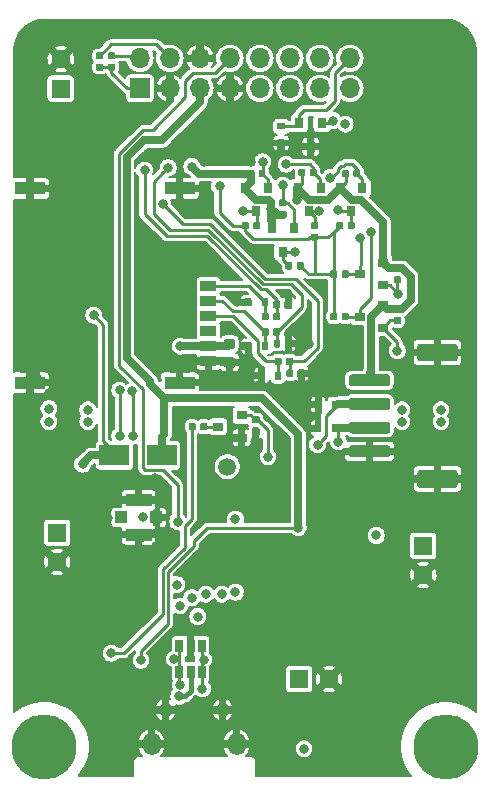
<source format=gbl>
G04 #@! TF.GenerationSoftware,KiCad,Pcbnew,(5.1.0-10-g6006703)*
G04 #@! TF.CreationDate,2019-04-13T18:37:01+08:00*
G04 #@! TF.ProjectId,cicada,63696361-6461-42e6-9b69-6361645f7063,0.1*
G04 #@! TF.SameCoordinates,PX7cee6c0PY3dfd240*
G04 #@! TF.FileFunction,Copper,L4,Bot*
G04 #@! TF.FilePolarity,Positive*
%FSLAX46Y46*%
G04 Gerber Fmt 4.6, Leading zero omitted, Abs format (unit mm)*
G04 Created by KiCad (PCBNEW (5.1.0-10-g6006703)) date 2019-04-13 18:37:01*
%MOMM*%
%LPD*%
G04 APERTURE LIST*
%ADD10R,2.200000X1.050000*%
%ADD11R,1.000000X1.000000*%
%ADD12C,5.500000*%
%ADD13R,2.500000X1.800000*%
%ADD14O,1.050000X1.250000*%
%ADD15O,1.524000X1.900000*%
%ADD16C,0.150000*%
%ADD17C,1.500000*%
%ADD18C,1.000000*%
%ADD19C,0.590000*%
%ADD20O,1.700000X1.700000*%
%ADD21R,1.700000X1.700000*%
%ADD22R,0.650000X1.060000*%
%ADD23R,0.800000X0.900000*%
%ADD24R,0.900000X0.800000*%
%ADD25R,2.600000X1.100000*%
%ADD26R,1.350000X0.900000*%
%ADD27R,0.600000X0.700000*%
%ADD28R,0.700000X0.600000*%
%ADD29C,1.600000*%
%ADD30R,1.600000X1.600000*%
%ADD31C,0.875000*%
%ADD32C,0.800000*%
%ADD33C,0.650000*%
%ADD34C,0.250000*%
%ADD35C,0.400000*%
%ADD36C,0.200000*%
G04 APERTURE END LIST*
D10*
X-9000000Y-39075000D03*
X-9000000Y-36125000D03*
D11*
X-7500000Y-37600000D03*
X-10500000Y-37600000D03*
D12*
X17000000Y-57000000D03*
X-17000000Y-57000000D03*
D13*
X-11050000Y-32350000D03*
X-7050000Y-32350000D03*
D14*
X-1875000Y-53900000D03*
X-6725000Y-53900000D03*
D15*
X-700000Y-56800000D03*
X-7900000Y-56800000D03*
D16*
G36*
X17774504Y-33601204D02*
G01*
X17798773Y-33604804D01*
X17822571Y-33610765D01*
X17845671Y-33619030D01*
X17867849Y-33629520D01*
X17888893Y-33642133D01*
X17908598Y-33656747D01*
X17926777Y-33673223D01*
X17943253Y-33691402D01*
X17957867Y-33711107D01*
X17970480Y-33732151D01*
X17980970Y-33754329D01*
X17989235Y-33777429D01*
X17995196Y-33801227D01*
X17998796Y-33825496D01*
X18000000Y-33850000D01*
X18000000Y-34850000D01*
X17998796Y-34874504D01*
X17995196Y-34898773D01*
X17989235Y-34922571D01*
X17980970Y-34945671D01*
X17970480Y-34967849D01*
X17957867Y-34988893D01*
X17943253Y-35008598D01*
X17926777Y-35026777D01*
X17908598Y-35043253D01*
X17888893Y-35057867D01*
X17867849Y-35070480D01*
X17845671Y-35080970D01*
X17822571Y-35089235D01*
X17798773Y-35095196D01*
X17774504Y-35098796D01*
X17750000Y-35100000D01*
X14850000Y-35100000D01*
X14825496Y-35098796D01*
X14801227Y-35095196D01*
X14777429Y-35089235D01*
X14754329Y-35080970D01*
X14732151Y-35070480D01*
X14711107Y-35057867D01*
X14691402Y-35043253D01*
X14673223Y-35026777D01*
X14656747Y-35008598D01*
X14642133Y-34988893D01*
X14629520Y-34967849D01*
X14619030Y-34945671D01*
X14610765Y-34922571D01*
X14604804Y-34898773D01*
X14601204Y-34874504D01*
X14600000Y-34850000D01*
X14600000Y-33850000D01*
X14601204Y-33825496D01*
X14604804Y-33801227D01*
X14610765Y-33777429D01*
X14619030Y-33754329D01*
X14629520Y-33732151D01*
X14642133Y-33711107D01*
X14656747Y-33691402D01*
X14673223Y-33673223D01*
X14691402Y-33656747D01*
X14711107Y-33642133D01*
X14732151Y-33629520D01*
X14754329Y-33619030D01*
X14777429Y-33610765D01*
X14801227Y-33604804D01*
X14825496Y-33601204D01*
X14850000Y-33600000D01*
X17750000Y-33600000D01*
X17774504Y-33601204D01*
X17774504Y-33601204D01*
G37*
D17*
X16300000Y-34350000D03*
D16*
G36*
X17774504Y-22901204D02*
G01*
X17798773Y-22904804D01*
X17822571Y-22910765D01*
X17845671Y-22919030D01*
X17867849Y-22929520D01*
X17888893Y-22942133D01*
X17908598Y-22956747D01*
X17926777Y-22973223D01*
X17943253Y-22991402D01*
X17957867Y-23011107D01*
X17970480Y-23032151D01*
X17980970Y-23054329D01*
X17989235Y-23077429D01*
X17995196Y-23101227D01*
X17998796Y-23125496D01*
X18000000Y-23150000D01*
X18000000Y-24150000D01*
X17998796Y-24174504D01*
X17995196Y-24198773D01*
X17989235Y-24222571D01*
X17980970Y-24245671D01*
X17970480Y-24267849D01*
X17957867Y-24288893D01*
X17943253Y-24308598D01*
X17926777Y-24326777D01*
X17908598Y-24343253D01*
X17888893Y-24357867D01*
X17867849Y-24370480D01*
X17845671Y-24380970D01*
X17822571Y-24389235D01*
X17798773Y-24395196D01*
X17774504Y-24398796D01*
X17750000Y-24400000D01*
X14850000Y-24400000D01*
X14825496Y-24398796D01*
X14801227Y-24395196D01*
X14777429Y-24389235D01*
X14754329Y-24380970D01*
X14732151Y-24370480D01*
X14711107Y-24357867D01*
X14691402Y-24343253D01*
X14673223Y-24326777D01*
X14656747Y-24308598D01*
X14642133Y-24288893D01*
X14629520Y-24267849D01*
X14619030Y-24245671D01*
X14610765Y-24222571D01*
X14604804Y-24198773D01*
X14601204Y-24174504D01*
X14600000Y-24150000D01*
X14600000Y-23150000D01*
X14601204Y-23125496D01*
X14604804Y-23101227D01*
X14610765Y-23077429D01*
X14619030Y-23054329D01*
X14629520Y-23032151D01*
X14642133Y-23011107D01*
X14656747Y-22991402D01*
X14673223Y-22973223D01*
X14691402Y-22956747D01*
X14711107Y-22942133D01*
X14732151Y-22929520D01*
X14754329Y-22919030D01*
X14777429Y-22910765D01*
X14801227Y-22904804D01*
X14825496Y-22901204D01*
X14850000Y-22900000D01*
X17750000Y-22900000D01*
X17774504Y-22901204D01*
X17774504Y-22901204D01*
G37*
D17*
X16300000Y-23650000D03*
D16*
G36*
X12074504Y-31501204D02*
G01*
X12098773Y-31504804D01*
X12122571Y-31510765D01*
X12145671Y-31519030D01*
X12167849Y-31529520D01*
X12188893Y-31542133D01*
X12208598Y-31556747D01*
X12226777Y-31573223D01*
X12243253Y-31591402D01*
X12257867Y-31611107D01*
X12270480Y-31632151D01*
X12280970Y-31654329D01*
X12289235Y-31677429D01*
X12295196Y-31701227D01*
X12298796Y-31725496D01*
X12300000Y-31750000D01*
X12300000Y-32250000D01*
X12298796Y-32274504D01*
X12295196Y-32298773D01*
X12289235Y-32322571D01*
X12280970Y-32345671D01*
X12270480Y-32367849D01*
X12257867Y-32388893D01*
X12243253Y-32408598D01*
X12226777Y-32426777D01*
X12208598Y-32443253D01*
X12188893Y-32457867D01*
X12167849Y-32470480D01*
X12145671Y-32480970D01*
X12122571Y-32489235D01*
X12098773Y-32495196D01*
X12074504Y-32498796D01*
X12050000Y-32500000D01*
X9050000Y-32500000D01*
X9025496Y-32498796D01*
X9001227Y-32495196D01*
X8977429Y-32489235D01*
X8954329Y-32480970D01*
X8932151Y-32470480D01*
X8911107Y-32457867D01*
X8891402Y-32443253D01*
X8873223Y-32426777D01*
X8856747Y-32408598D01*
X8842133Y-32388893D01*
X8829520Y-32367849D01*
X8819030Y-32345671D01*
X8810765Y-32322571D01*
X8804804Y-32298773D01*
X8801204Y-32274504D01*
X8800000Y-32250000D01*
X8800000Y-31750000D01*
X8801204Y-31725496D01*
X8804804Y-31701227D01*
X8810765Y-31677429D01*
X8819030Y-31654329D01*
X8829520Y-31632151D01*
X8842133Y-31611107D01*
X8856747Y-31591402D01*
X8873223Y-31573223D01*
X8891402Y-31556747D01*
X8911107Y-31542133D01*
X8932151Y-31529520D01*
X8954329Y-31519030D01*
X8977429Y-31510765D01*
X9001227Y-31504804D01*
X9025496Y-31501204D01*
X9050000Y-31500000D01*
X12050000Y-31500000D01*
X12074504Y-31501204D01*
X12074504Y-31501204D01*
G37*
D18*
X10550000Y-32000000D03*
D16*
G36*
X12074504Y-29501204D02*
G01*
X12098773Y-29504804D01*
X12122571Y-29510765D01*
X12145671Y-29519030D01*
X12167849Y-29529520D01*
X12188893Y-29542133D01*
X12208598Y-29556747D01*
X12226777Y-29573223D01*
X12243253Y-29591402D01*
X12257867Y-29611107D01*
X12270480Y-29632151D01*
X12280970Y-29654329D01*
X12289235Y-29677429D01*
X12295196Y-29701227D01*
X12298796Y-29725496D01*
X12300000Y-29750000D01*
X12300000Y-30250000D01*
X12298796Y-30274504D01*
X12295196Y-30298773D01*
X12289235Y-30322571D01*
X12280970Y-30345671D01*
X12270480Y-30367849D01*
X12257867Y-30388893D01*
X12243253Y-30408598D01*
X12226777Y-30426777D01*
X12208598Y-30443253D01*
X12188893Y-30457867D01*
X12167849Y-30470480D01*
X12145671Y-30480970D01*
X12122571Y-30489235D01*
X12098773Y-30495196D01*
X12074504Y-30498796D01*
X12050000Y-30500000D01*
X9050000Y-30500000D01*
X9025496Y-30498796D01*
X9001227Y-30495196D01*
X8977429Y-30489235D01*
X8954329Y-30480970D01*
X8932151Y-30470480D01*
X8911107Y-30457867D01*
X8891402Y-30443253D01*
X8873223Y-30426777D01*
X8856747Y-30408598D01*
X8842133Y-30388893D01*
X8829520Y-30367849D01*
X8819030Y-30345671D01*
X8810765Y-30322571D01*
X8804804Y-30298773D01*
X8801204Y-30274504D01*
X8800000Y-30250000D01*
X8800000Y-29750000D01*
X8801204Y-29725496D01*
X8804804Y-29701227D01*
X8810765Y-29677429D01*
X8819030Y-29654329D01*
X8829520Y-29632151D01*
X8842133Y-29611107D01*
X8856747Y-29591402D01*
X8873223Y-29573223D01*
X8891402Y-29556747D01*
X8911107Y-29542133D01*
X8932151Y-29529520D01*
X8954329Y-29519030D01*
X8977429Y-29510765D01*
X9001227Y-29504804D01*
X9025496Y-29501204D01*
X9050000Y-29500000D01*
X12050000Y-29500000D01*
X12074504Y-29501204D01*
X12074504Y-29501204D01*
G37*
D18*
X10550000Y-30000000D03*
D16*
G36*
X12074504Y-27501204D02*
G01*
X12098773Y-27504804D01*
X12122571Y-27510765D01*
X12145671Y-27519030D01*
X12167849Y-27529520D01*
X12188893Y-27542133D01*
X12208598Y-27556747D01*
X12226777Y-27573223D01*
X12243253Y-27591402D01*
X12257867Y-27611107D01*
X12270480Y-27632151D01*
X12280970Y-27654329D01*
X12289235Y-27677429D01*
X12295196Y-27701227D01*
X12298796Y-27725496D01*
X12300000Y-27750000D01*
X12300000Y-28250000D01*
X12298796Y-28274504D01*
X12295196Y-28298773D01*
X12289235Y-28322571D01*
X12280970Y-28345671D01*
X12270480Y-28367849D01*
X12257867Y-28388893D01*
X12243253Y-28408598D01*
X12226777Y-28426777D01*
X12208598Y-28443253D01*
X12188893Y-28457867D01*
X12167849Y-28470480D01*
X12145671Y-28480970D01*
X12122571Y-28489235D01*
X12098773Y-28495196D01*
X12074504Y-28498796D01*
X12050000Y-28500000D01*
X9050000Y-28500000D01*
X9025496Y-28498796D01*
X9001227Y-28495196D01*
X8977429Y-28489235D01*
X8954329Y-28480970D01*
X8932151Y-28470480D01*
X8911107Y-28457867D01*
X8891402Y-28443253D01*
X8873223Y-28426777D01*
X8856747Y-28408598D01*
X8842133Y-28388893D01*
X8829520Y-28367849D01*
X8819030Y-28345671D01*
X8810765Y-28322571D01*
X8804804Y-28298773D01*
X8801204Y-28274504D01*
X8800000Y-28250000D01*
X8800000Y-27750000D01*
X8801204Y-27725496D01*
X8804804Y-27701227D01*
X8810765Y-27677429D01*
X8819030Y-27654329D01*
X8829520Y-27632151D01*
X8842133Y-27611107D01*
X8856747Y-27591402D01*
X8873223Y-27573223D01*
X8891402Y-27556747D01*
X8911107Y-27542133D01*
X8932151Y-27529520D01*
X8954329Y-27519030D01*
X8977429Y-27510765D01*
X9001227Y-27504804D01*
X9025496Y-27501204D01*
X9050000Y-27500000D01*
X12050000Y-27500000D01*
X12074504Y-27501204D01*
X12074504Y-27501204D01*
G37*
D18*
X10550000Y-28000000D03*
D16*
G36*
X12074504Y-25501204D02*
G01*
X12098773Y-25504804D01*
X12122571Y-25510765D01*
X12145671Y-25519030D01*
X12167849Y-25529520D01*
X12188893Y-25542133D01*
X12208598Y-25556747D01*
X12226777Y-25573223D01*
X12243253Y-25591402D01*
X12257867Y-25611107D01*
X12270480Y-25632151D01*
X12280970Y-25654329D01*
X12289235Y-25677429D01*
X12295196Y-25701227D01*
X12298796Y-25725496D01*
X12300000Y-25750000D01*
X12300000Y-26250000D01*
X12298796Y-26274504D01*
X12295196Y-26298773D01*
X12289235Y-26322571D01*
X12280970Y-26345671D01*
X12270480Y-26367849D01*
X12257867Y-26388893D01*
X12243253Y-26408598D01*
X12226777Y-26426777D01*
X12208598Y-26443253D01*
X12188893Y-26457867D01*
X12167849Y-26470480D01*
X12145671Y-26480970D01*
X12122571Y-26489235D01*
X12098773Y-26495196D01*
X12074504Y-26498796D01*
X12050000Y-26500000D01*
X9050000Y-26500000D01*
X9025496Y-26498796D01*
X9001227Y-26495196D01*
X8977429Y-26489235D01*
X8954329Y-26480970D01*
X8932151Y-26470480D01*
X8911107Y-26457867D01*
X8891402Y-26443253D01*
X8873223Y-26426777D01*
X8856747Y-26408598D01*
X8842133Y-26388893D01*
X8829520Y-26367849D01*
X8819030Y-26345671D01*
X8810765Y-26322571D01*
X8804804Y-26298773D01*
X8801204Y-26274504D01*
X8800000Y-26250000D01*
X8800000Y-25750000D01*
X8801204Y-25725496D01*
X8804804Y-25701227D01*
X8810765Y-25677429D01*
X8819030Y-25654329D01*
X8829520Y-25632151D01*
X8842133Y-25611107D01*
X8856747Y-25591402D01*
X8873223Y-25573223D01*
X8891402Y-25556747D01*
X8911107Y-25542133D01*
X8932151Y-25529520D01*
X8954329Y-25519030D01*
X8977429Y-25510765D01*
X9001227Y-25504804D01*
X9025496Y-25501204D01*
X9050000Y-25500000D01*
X12050000Y-25500000D01*
X12074504Y-25501204D01*
X12074504Y-25501204D01*
G37*
D18*
X10550000Y-26000000D03*
D16*
G36*
X1161958Y-12580710D02*
G01*
X1176276Y-12582834D01*
X1190317Y-12586351D01*
X1203946Y-12591228D01*
X1217031Y-12597417D01*
X1229447Y-12604858D01*
X1241073Y-12613481D01*
X1251798Y-12623202D01*
X1261519Y-12633927D01*
X1270142Y-12645553D01*
X1277583Y-12657969D01*
X1283772Y-12671054D01*
X1288649Y-12684683D01*
X1292166Y-12698724D01*
X1294290Y-12713042D01*
X1295000Y-12727500D01*
X1295000Y-13072500D01*
X1294290Y-13086958D01*
X1292166Y-13101276D01*
X1288649Y-13115317D01*
X1283772Y-13128946D01*
X1277583Y-13142031D01*
X1270142Y-13154447D01*
X1261519Y-13166073D01*
X1251798Y-13176798D01*
X1241073Y-13186519D01*
X1229447Y-13195142D01*
X1217031Y-13202583D01*
X1203946Y-13208772D01*
X1190317Y-13213649D01*
X1176276Y-13217166D01*
X1161958Y-13219290D01*
X1147500Y-13220000D01*
X852500Y-13220000D01*
X838042Y-13219290D01*
X823724Y-13217166D01*
X809683Y-13213649D01*
X796054Y-13208772D01*
X782969Y-13202583D01*
X770553Y-13195142D01*
X758927Y-13186519D01*
X748202Y-13176798D01*
X738481Y-13166073D01*
X729858Y-13154447D01*
X722417Y-13142031D01*
X716228Y-13128946D01*
X711351Y-13115317D01*
X707834Y-13101276D01*
X705710Y-13086958D01*
X705000Y-13072500D01*
X705000Y-12727500D01*
X705710Y-12713042D01*
X707834Y-12698724D01*
X711351Y-12684683D01*
X716228Y-12671054D01*
X722417Y-12657969D01*
X729858Y-12645553D01*
X738481Y-12633927D01*
X748202Y-12623202D01*
X758927Y-12613481D01*
X770553Y-12604858D01*
X782969Y-12597417D01*
X796054Y-12591228D01*
X809683Y-12586351D01*
X823724Y-12582834D01*
X838042Y-12580710D01*
X852500Y-12580000D01*
X1147500Y-12580000D01*
X1161958Y-12580710D01*
X1161958Y-12580710D01*
G37*
D19*
X1000000Y-12900000D03*
D16*
G36*
X191958Y-12580710D02*
G01*
X206276Y-12582834D01*
X220317Y-12586351D01*
X233946Y-12591228D01*
X247031Y-12597417D01*
X259447Y-12604858D01*
X271073Y-12613481D01*
X281798Y-12623202D01*
X291519Y-12633927D01*
X300142Y-12645553D01*
X307583Y-12657969D01*
X313772Y-12671054D01*
X318649Y-12684683D01*
X322166Y-12698724D01*
X324290Y-12713042D01*
X325000Y-12727500D01*
X325000Y-13072500D01*
X324290Y-13086958D01*
X322166Y-13101276D01*
X318649Y-13115317D01*
X313772Y-13128946D01*
X307583Y-13142031D01*
X300142Y-13154447D01*
X291519Y-13166073D01*
X281798Y-13176798D01*
X271073Y-13186519D01*
X259447Y-13195142D01*
X247031Y-13202583D01*
X233946Y-13208772D01*
X220317Y-13213649D01*
X206276Y-13217166D01*
X191958Y-13219290D01*
X177500Y-13220000D01*
X-117500Y-13220000D01*
X-131958Y-13219290D01*
X-146276Y-13217166D01*
X-160317Y-13213649D01*
X-173946Y-13208772D01*
X-187031Y-13202583D01*
X-199447Y-13195142D01*
X-211073Y-13186519D01*
X-221798Y-13176798D01*
X-231519Y-13166073D01*
X-240142Y-13154447D01*
X-247583Y-13142031D01*
X-253772Y-13128946D01*
X-258649Y-13115317D01*
X-262166Y-13101276D01*
X-264290Y-13086958D01*
X-265000Y-13072500D01*
X-265000Y-12727500D01*
X-264290Y-12713042D01*
X-262166Y-12698724D01*
X-258649Y-12684683D01*
X-253772Y-12671054D01*
X-247583Y-12657969D01*
X-240142Y-12645553D01*
X-231519Y-12633927D01*
X-221798Y-12623202D01*
X-211073Y-12613481D01*
X-199447Y-12604858D01*
X-187031Y-12597417D01*
X-173946Y-12591228D01*
X-160317Y-12586351D01*
X-146276Y-12582834D01*
X-131958Y-12580710D01*
X-117500Y-12580000D01*
X177500Y-12580000D01*
X191958Y-12580710D01*
X191958Y-12580710D01*
G37*
D19*
X30000Y-12900000D03*
D16*
G36*
X1607619Y-8180710D02*
G01*
X1621937Y-8182834D01*
X1635978Y-8186351D01*
X1649607Y-8191228D01*
X1662692Y-8197417D01*
X1675108Y-8204858D01*
X1686734Y-8213481D01*
X1697459Y-8223202D01*
X1707180Y-8233927D01*
X1715803Y-8245553D01*
X1723244Y-8257969D01*
X1729433Y-8271054D01*
X1734310Y-8284683D01*
X1737827Y-8298724D01*
X1739951Y-8313042D01*
X1740661Y-8327500D01*
X1740661Y-8672500D01*
X1739951Y-8686958D01*
X1737827Y-8701276D01*
X1734310Y-8715317D01*
X1729433Y-8728946D01*
X1723244Y-8742031D01*
X1715803Y-8754447D01*
X1707180Y-8766073D01*
X1697459Y-8776798D01*
X1686734Y-8786519D01*
X1675108Y-8795142D01*
X1662692Y-8802583D01*
X1649607Y-8808772D01*
X1635978Y-8813649D01*
X1621937Y-8817166D01*
X1607619Y-8819290D01*
X1593161Y-8820000D01*
X1298161Y-8820000D01*
X1283703Y-8819290D01*
X1269385Y-8817166D01*
X1255344Y-8813649D01*
X1241715Y-8808772D01*
X1228630Y-8802583D01*
X1216214Y-8795142D01*
X1204588Y-8786519D01*
X1193863Y-8776798D01*
X1184142Y-8766073D01*
X1175519Y-8754447D01*
X1168078Y-8742031D01*
X1161889Y-8728946D01*
X1157012Y-8715317D01*
X1153495Y-8701276D01*
X1151371Y-8686958D01*
X1150661Y-8672500D01*
X1150661Y-8327500D01*
X1151371Y-8313042D01*
X1153495Y-8298724D01*
X1157012Y-8284683D01*
X1161889Y-8271054D01*
X1168078Y-8257969D01*
X1175519Y-8245553D01*
X1184142Y-8233927D01*
X1193863Y-8223202D01*
X1204588Y-8213481D01*
X1216214Y-8204858D01*
X1228630Y-8197417D01*
X1241715Y-8191228D01*
X1255344Y-8186351D01*
X1269385Y-8182834D01*
X1283703Y-8180710D01*
X1298161Y-8180000D01*
X1593161Y-8180000D01*
X1607619Y-8180710D01*
X1607619Y-8180710D01*
G37*
D19*
X1445661Y-8500000D03*
D16*
G36*
X637619Y-8180710D02*
G01*
X651937Y-8182834D01*
X665978Y-8186351D01*
X679607Y-8191228D01*
X692692Y-8197417D01*
X705108Y-8204858D01*
X716734Y-8213481D01*
X727459Y-8223202D01*
X737180Y-8233927D01*
X745803Y-8245553D01*
X753244Y-8257969D01*
X759433Y-8271054D01*
X764310Y-8284683D01*
X767827Y-8298724D01*
X769951Y-8313042D01*
X770661Y-8327500D01*
X770661Y-8672500D01*
X769951Y-8686958D01*
X767827Y-8701276D01*
X764310Y-8715317D01*
X759433Y-8728946D01*
X753244Y-8742031D01*
X745803Y-8754447D01*
X737180Y-8766073D01*
X727459Y-8776798D01*
X716734Y-8786519D01*
X705108Y-8795142D01*
X692692Y-8802583D01*
X679607Y-8808772D01*
X665978Y-8813649D01*
X651937Y-8817166D01*
X637619Y-8819290D01*
X623161Y-8820000D01*
X328161Y-8820000D01*
X313703Y-8819290D01*
X299385Y-8817166D01*
X285344Y-8813649D01*
X271715Y-8808772D01*
X258630Y-8802583D01*
X246214Y-8795142D01*
X234588Y-8786519D01*
X223863Y-8776798D01*
X214142Y-8766073D01*
X205519Y-8754447D01*
X198078Y-8742031D01*
X191889Y-8728946D01*
X187012Y-8715317D01*
X183495Y-8701276D01*
X181371Y-8686958D01*
X180661Y-8672500D01*
X180661Y-8327500D01*
X181371Y-8313042D01*
X183495Y-8298724D01*
X187012Y-8284683D01*
X191889Y-8271054D01*
X198078Y-8257969D01*
X205519Y-8245553D01*
X214142Y-8233927D01*
X223863Y-8223202D01*
X234588Y-8213481D01*
X246214Y-8204858D01*
X258630Y-8197417D01*
X271715Y-8191228D01*
X285344Y-8186351D01*
X299385Y-8182834D01*
X313703Y-8180710D01*
X328161Y-8180000D01*
X623161Y-8180000D01*
X637619Y-8180710D01*
X637619Y-8180710D01*
G37*
D19*
X475661Y-8500000D03*
D16*
G36*
X9146958Y-12580710D02*
G01*
X9161276Y-12582834D01*
X9175317Y-12586351D01*
X9188946Y-12591228D01*
X9202031Y-12597417D01*
X9214447Y-12604858D01*
X9226073Y-12613481D01*
X9236798Y-12623202D01*
X9246519Y-12633927D01*
X9255142Y-12645553D01*
X9262583Y-12657969D01*
X9268772Y-12671054D01*
X9273649Y-12684683D01*
X9277166Y-12698724D01*
X9279290Y-12713042D01*
X9280000Y-12727500D01*
X9280000Y-13072500D01*
X9279290Y-13086958D01*
X9277166Y-13101276D01*
X9273649Y-13115317D01*
X9268772Y-13128946D01*
X9262583Y-13142031D01*
X9255142Y-13154447D01*
X9246519Y-13166073D01*
X9236798Y-13176798D01*
X9226073Y-13186519D01*
X9214447Y-13195142D01*
X9202031Y-13202583D01*
X9188946Y-13208772D01*
X9175317Y-13213649D01*
X9161276Y-13217166D01*
X9146958Y-13219290D01*
X9132500Y-13220000D01*
X8837500Y-13220000D01*
X8823042Y-13219290D01*
X8808724Y-13217166D01*
X8794683Y-13213649D01*
X8781054Y-13208772D01*
X8767969Y-13202583D01*
X8755553Y-13195142D01*
X8743927Y-13186519D01*
X8733202Y-13176798D01*
X8723481Y-13166073D01*
X8714858Y-13154447D01*
X8707417Y-13142031D01*
X8701228Y-13128946D01*
X8696351Y-13115317D01*
X8692834Y-13101276D01*
X8690710Y-13086958D01*
X8690000Y-13072500D01*
X8690000Y-12727500D01*
X8690710Y-12713042D01*
X8692834Y-12698724D01*
X8696351Y-12684683D01*
X8701228Y-12671054D01*
X8707417Y-12657969D01*
X8714858Y-12645553D01*
X8723481Y-12633927D01*
X8733202Y-12623202D01*
X8743927Y-12613481D01*
X8755553Y-12604858D01*
X8767969Y-12597417D01*
X8781054Y-12591228D01*
X8794683Y-12586351D01*
X8808724Y-12582834D01*
X8823042Y-12580710D01*
X8837500Y-12580000D01*
X9132500Y-12580000D01*
X9146958Y-12580710D01*
X9146958Y-12580710D01*
G37*
D19*
X8985000Y-12900000D03*
D16*
G36*
X8176958Y-12580710D02*
G01*
X8191276Y-12582834D01*
X8205317Y-12586351D01*
X8218946Y-12591228D01*
X8232031Y-12597417D01*
X8244447Y-12604858D01*
X8256073Y-12613481D01*
X8266798Y-12623202D01*
X8276519Y-12633927D01*
X8285142Y-12645553D01*
X8292583Y-12657969D01*
X8298772Y-12671054D01*
X8303649Y-12684683D01*
X8307166Y-12698724D01*
X8309290Y-12713042D01*
X8310000Y-12727500D01*
X8310000Y-13072500D01*
X8309290Y-13086958D01*
X8307166Y-13101276D01*
X8303649Y-13115317D01*
X8298772Y-13128946D01*
X8292583Y-13142031D01*
X8285142Y-13154447D01*
X8276519Y-13166073D01*
X8266798Y-13176798D01*
X8256073Y-13186519D01*
X8244447Y-13195142D01*
X8232031Y-13202583D01*
X8218946Y-13208772D01*
X8205317Y-13213649D01*
X8191276Y-13217166D01*
X8176958Y-13219290D01*
X8162500Y-13220000D01*
X7867500Y-13220000D01*
X7853042Y-13219290D01*
X7838724Y-13217166D01*
X7824683Y-13213649D01*
X7811054Y-13208772D01*
X7797969Y-13202583D01*
X7785553Y-13195142D01*
X7773927Y-13186519D01*
X7763202Y-13176798D01*
X7753481Y-13166073D01*
X7744858Y-13154447D01*
X7737417Y-13142031D01*
X7731228Y-13128946D01*
X7726351Y-13115317D01*
X7722834Y-13101276D01*
X7720710Y-13086958D01*
X7720000Y-13072500D01*
X7720000Y-12727500D01*
X7720710Y-12713042D01*
X7722834Y-12698724D01*
X7726351Y-12684683D01*
X7731228Y-12671054D01*
X7737417Y-12657969D01*
X7744858Y-12645553D01*
X7753481Y-12633927D01*
X7763202Y-12623202D01*
X7773927Y-12613481D01*
X7785553Y-12604858D01*
X7797969Y-12597417D01*
X7811054Y-12591228D01*
X7824683Y-12586351D01*
X7838724Y-12582834D01*
X7853042Y-12580710D01*
X7867500Y-12580000D01*
X8162500Y-12580000D01*
X8176958Y-12580710D01*
X8176958Y-12580710D01*
G37*
D19*
X8015000Y-12900000D03*
D16*
G36*
X9646958Y-8180710D02*
G01*
X9661276Y-8182834D01*
X9675317Y-8186351D01*
X9688946Y-8191228D01*
X9702031Y-8197417D01*
X9714447Y-8204858D01*
X9726073Y-8213481D01*
X9736798Y-8223202D01*
X9746519Y-8233927D01*
X9755142Y-8245553D01*
X9762583Y-8257969D01*
X9768772Y-8271054D01*
X9773649Y-8284683D01*
X9777166Y-8298724D01*
X9779290Y-8313042D01*
X9780000Y-8327500D01*
X9780000Y-8672500D01*
X9779290Y-8686958D01*
X9777166Y-8701276D01*
X9773649Y-8715317D01*
X9768772Y-8728946D01*
X9762583Y-8742031D01*
X9755142Y-8754447D01*
X9746519Y-8766073D01*
X9736798Y-8776798D01*
X9726073Y-8786519D01*
X9714447Y-8795142D01*
X9702031Y-8802583D01*
X9688946Y-8808772D01*
X9675317Y-8813649D01*
X9661276Y-8817166D01*
X9646958Y-8819290D01*
X9632500Y-8820000D01*
X9337500Y-8820000D01*
X9323042Y-8819290D01*
X9308724Y-8817166D01*
X9294683Y-8813649D01*
X9281054Y-8808772D01*
X9267969Y-8802583D01*
X9255553Y-8795142D01*
X9243927Y-8786519D01*
X9233202Y-8776798D01*
X9223481Y-8766073D01*
X9214858Y-8754447D01*
X9207417Y-8742031D01*
X9201228Y-8728946D01*
X9196351Y-8715317D01*
X9192834Y-8701276D01*
X9190710Y-8686958D01*
X9190000Y-8672500D01*
X9190000Y-8327500D01*
X9190710Y-8313042D01*
X9192834Y-8298724D01*
X9196351Y-8284683D01*
X9201228Y-8271054D01*
X9207417Y-8257969D01*
X9214858Y-8245553D01*
X9223481Y-8233927D01*
X9233202Y-8223202D01*
X9243927Y-8213481D01*
X9255553Y-8204858D01*
X9267969Y-8197417D01*
X9281054Y-8191228D01*
X9294683Y-8186351D01*
X9308724Y-8182834D01*
X9323042Y-8180710D01*
X9337500Y-8180000D01*
X9632500Y-8180000D01*
X9646958Y-8180710D01*
X9646958Y-8180710D01*
G37*
D19*
X9485000Y-8500000D03*
D16*
G36*
X8676958Y-8180710D02*
G01*
X8691276Y-8182834D01*
X8705317Y-8186351D01*
X8718946Y-8191228D01*
X8732031Y-8197417D01*
X8744447Y-8204858D01*
X8756073Y-8213481D01*
X8766798Y-8223202D01*
X8776519Y-8233927D01*
X8785142Y-8245553D01*
X8792583Y-8257969D01*
X8798772Y-8271054D01*
X8803649Y-8284683D01*
X8807166Y-8298724D01*
X8809290Y-8313042D01*
X8810000Y-8327500D01*
X8810000Y-8672500D01*
X8809290Y-8686958D01*
X8807166Y-8701276D01*
X8803649Y-8715317D01*
X8798772Y-8728946D01*
X8792583Y-8742031D01*
X8785142Y-8754447D01*
X8776519Y-8766073D01*
X8766798Y-8776798D01*
X8756073Y-8786519D01*
X8744447Y-8795142D01*
X8732031Y-8802583D01*
X8718946Y-8808772D01*
X8705317Y-8813649D01*
X8691276Y-8817166D01*
X8676958Y-8819290D01*
X8662500Y-8820000D01*
X8367500Y-8820000D01*
X8353042Y-8819290D01*
X8338724Y-8817166D01*
X8324683Y-8813649D01*
X8311054Y-8808772D01*
X8297969Y-8802583D01*
X8285553Y-8795142D01*
X8273927Y-8786519D01*
X8263202Y-8776798D01*
X8253481Y-8766073D01*
X8244858Y-8754447D01*
X8237417Y-8742031D01*
X8231228Y-8728946D01*
X8226351Y-8715317D01*
X8222834Y-8701276D01*
X8220710Y-8686958D01*
X8220000Y-8672500D01*
X8220000Y-8327500D01*
X8220710Y-8313042D01*
X8222834Y-8298724D01*
X8226351Y-8284683D01*
X8231228Y-8271054D01*
X8237417Y-8257969D01*
X8244858Y-8245553D01*
X8253481Y-8233927D01*
X8263202Y-8223202D01*
X8273927Y-8213481D01*
X8285553Y-8204858D01*
X8297969Y-8197417D01*
X8311054Y-8191228D01*
X8324683Y-8186351D01*
X8338724Y-8182834D01*
X8353042Y-8180710D01*
X8367500Y-8180000D01*
X8662500Y-8180000D01*
X8676958Y-8180710D01*
X8676958Y-8180710D01*
G37*
D19*
X8515000Y-8500000D03*
D16*
G36*
X3876958Y-15980710D02*
G01*
X3891276Y-15982834D01*
X3905317Y-15986351D01*
X3918946Y-15991228D01*
X3932031Y-15997417D01*
X3944447Y-16004858D01*
X3956073Y-16013481D01*
X3966798Y-16023202D01*
X3976519Y-16033927D01*
X3985142Y-16045553D01*
X3992583Y-16057969D01*
X3998772Y-16071054D01*
X4003649Y-16084683D01*
X4007166Y-16098724D01*
X4009290Y-16113042D01*
X4010000Y-16127500D01*
X4010000Y-16472500D01*
X4009290Y-16486958D01*
X4007166Y-16501276D01*
X4003649Y-16515317D01*
X3998772Y-16528946D01*
X3992583Y-16542031D01*
X3985142Y-16554447D01*
X3976519Y-16566073D01*
X3966798Y-16576798D01*
X3956073Y-16586519D01*
X3944447Y-16595142D01*
X3932031Y-16602583D01*
X3918946Y-16608772D01*
X3905317Y-16613649D01*
X3891276Y-16617166D01*
X3876958Y-16619290D01*
X3862500Y-16620000D01*
X3567500Y-16620000D01*
X3553042Y-16619290D01*
X3538724Y-16617166D01*
X3524683Y-16613649D01*
X3511054Y-16608772D01*
X3497969Y-16602583D01*
X3485553Y-16595142D01*
X3473927Y-16586519D01*
X3463202Y-16576798D01*
X3453481Y-16566073D01*
X3444858Y-16554447D01*
X3437417Y-16542031D01*
X3431228Y-16528946D01*
X3426351Y-16515317D01*
X3422834Y-16501276D01*
X3420710Y-16486958D01*
X3420000Y-16472500D01*
X3420000Y-16127500D01*
X3420710Y-16113042D01*
X3422834Y-16098724D01*
X3426351Y-16084683D01*
X3431228Y-16071054D01*
X3437417Y-16057969D01*
X3444858Y-16045553D01*
X3453481Y-16033927D01*
X3463202Y-16023202D01*
X3473927Y-16013481D01*
X3485553Y-16004858D01*
X3497969Y-15997417D01*
X3511054Y-15991228D01*
X3524683Y-15986351D01*
X3538724Y-15982834D01*
X3553042Y-15980710D01*
X3567500Y-15980000D01*
X3862500Y-15980000D01*
X3876958Y-15980710D01*
X3876958Y-15980710D01*
G37*
D19*
X3715000Y-16300000D03*
D16*
G36*
X4846958Y-15980710D02*
G01*
X4861276Y-15982834D01*
X4875317Y-15986351D01*
X4888946Y-15991228D01*
X4902031Y-15997417D01*
X4914447Y-16004858D01*
X4926073Y-16013481D01*
X4936798Y-16023202D01*
X4946519Y-16033927D01*
X4955142Y-16045553D01*
X4962583Y-16057969D01*
X4968772Y-16071054D01*
X4973649Y-16084683D01*
X4977166Y-16098724D01*
X4979290Y-16113042D01*
X4980000Y-16127500D01*
X4980000Y-16472500D01*
X4979290Y-16486958D01*
X4977166Y-16501276D01*
X4973649Y-16515317D01*
X4968772Y-16528946D01*
X4962583Y-16542031D01*
X4955142Y-16554447D01*
X4946519Y-16566073D01*
X4936798Y-16576798D01*
X4926073Y-16586519D01*
X4914447Y-16595142D01*
X4902031Y-16602583D01*
X4888946Y-16608772D01*
X4875317Y-16613649D01*
X4861276Y-16617166D01*
X4846958Y-16619290D01*
X4832500Y-16620000D01*
X4537500Y-16620000D01*
X4523042Y-16619290D01*
X4508724Y-16617166D01*
X4494683Y-16613649D01*
X4481054Y-16608772D01*
X4467969Y-16602583D01*
X4455553Y-16595142D01*
X4443927Y-16586519D01*
X4433202Y-16576798D01*
X4423481Y-16566073D01*
X4414858Y-16554447D01*
X4407417Y-16542031D01*
X4401228Y-16528946D01*
X4396351Y-16515317D01*
X4392834Y-16501276D01*
X4390710Y-16486958D01*
X4390000Y-16472500D01*
X4390000Y-16127500D01*
X4390710Y-16113042D01*
X4392834Y-16098724D01*
X4396351Y-16084683D01*
X4401228Y-16071054D01*
X4407417Y-16057969D01*
X4414858Y-16045553D01*
X4423481Y-16033927D01*
X4433202Y-16023202D01*
X4443927Y-16013481D01*
X4455553Y-16004858D01*
X4467969Y-15997417D01*
X4481054Y-15991228D01*
X4494683Y-15986351D01*
X4508724Y-15982834D01*
X4523042Y-15980710D01*
X4537500Y-15980000D01*
X4832500Y-15980000D01*
X4846958Y-15980710D01*
X4846958Y-15980710D01*
G37*
D19*
X4685000Y-16300000D03*
D16*
G36*
X3386958Y-10670710D02*
G01*
X3401276Y-10672834D01*
X3415317Y-10676351D01*
X3428946Y-10681228D01*
X3442031Y-10687417D01*
X3454447Y-10694858D01*
X3466073Y-10703481D01*
X3476798Y-10713202D01*
X3486519Y-10723927D01*
X3495142Y-10735553D01*
X3502583Y-10747969D01*
X3508772Y-10761054D01*
X3513649Y-10774683D01*
X3517166Y-10788724D01*
X3519290Y-10803042D01*
X3520000Y-10817500D01*
X3520000Y-11112500D01*
X3519290Y-11126958D01*
X3517166Y-11141276D01*
X3513649Y-11155317D01*
X3508772Y-11168946D01*
X3502583Y-11182031D01*
X3495142Y-11194447D01*
X3486519Y-11206073D01*
X3476798Y-11216798D01*
X3466073Y-11226519D01*
X3454447Y-11235142D01*
X3442031Y-11242583D01*
X3428946Y-11248772D01*
X3415317Y-11253649D01*
X3401276Y-11257166D01*
X3386958Y-11259290D01*
X3372500Y-11260000D01*
X3027500Y-11260000D01*
X3013042Y-11259290D01*
X2998724Y-11257166D01*
X2984683Y-11253649D01*
X2971054Y-11248772D01*
X2957969Y-11242583D01*
X2945553Y-11235142D01*
X2933927Y-11226519D01*
X2923202Y-11216798D01*
X2913481Y-11206073D01*
X2904858Y-11194447D01*
X2897417Y-11182031D01*
X2891228Y-11168946D01*
X2886351Y-11155317D01*
X2882834Y-11141276D01*
X2880710Y-11126958D01*
X2880000Y-11112500D01*
X2880000Y-10817500D01*
X2880710Y-10803042D01*
X2882834Y-10788724D01*
X2886351Y-10774683D01*
X2891228Y-10761054D01*
X2897417Y-10747969D01*
X2904858Y-10735553D01*
X2913481Y-10723927D01*
X2923202Y-10713202D01*
X2933927Y-10703481D01*
X2945553Y-10694858D01*
X2957969Y-10687417D01*
X2971054Y-10681228D01*
X2984683Y-10676351D01*
X2998724Y-10672834D01*
X3013042Y-10670710D01*
X3027500Y-10670000D01*
X3372500Y-10670000D01*
X3386958Y-10670710D01*
X3386958Y-10670710D01*
G37*
D19*
X3200000Y-10965000D03*
D16*
G36*
X3386958Y-11640710D02*
G01*
X3401276Y-11642834D01*
X3415317Y-11646351D01*
X3428946Y-11651228D01*
X3442031Y-11657417D01*
X3454447Y-11664858D01*
X3466073Y-11673481D01*
X3476798Y-11683202D01*
X3486519Y-11693927D01*
X3495142Y-11705553D01*
X3502583Y-11717969D01*
X3508772Y-11731054D01*
X3513649Y-11744683D01*
X3517166Y-11758724D01*
X3519290Y-11773042D01*
X3520000Y-11787500D01*
X3520000Y-12082500D01*
X3519290Y-12096958D01*
X3517166Y-12111276D01*
X3513649Y-12125317D01*
X3508772Y-12138946D01*
X3502583Y-12152031D01*
X3495142Y-12164447D01*
X3486519Y-12176073D01*
X3476798Y-12186798D01*
X3466073Y-12196519D01*
X3454447Y-12205142D01*
X3442031Y-12212583D01*
X3428946Y-12218772D01*
X3415317Y-12223649D01*
X3401276Y-12227166D01*
X3386958Y-12229290D01*
X3372500Y-12230000D01*
X3027500Y-12230000D01*
X3013042Y-12229290D01*
X2998724Y-12227166D01*
X2984683Y-12223649D01*
X2971054Y-12218772D01*
X2957969Y-12212583D01*
X2945553Y-12205142D01*
X2933927Y-12196519D01*
X2923202Y-12186798D01*
X2913481Y-12176073D01*
X2904858Y-12164447D01*
X2897417Y-12152031D01*
X2891228Y-12138946D01*
X2886351Y-12125317D01*
X2882834Y-12111276D01*
X2880710Y-12096958D01*
X2880000Y-12082500D01*
X2880000Y-11787500D01*
X2880710Y-11773042D01*
X2882834Y-11758724D01*
X2886351Y-11744683D01*
X2891228Y-11731054D01*
X2897417Y-11717969D01*
X2904858Y-11705553D01*
X2913481Y-11693927D01*
X2923202Y-11683202D01*
X2933927Y-11673481D01*
X2945553Y-11664858D01*
X2957969Y-11657417D01*
X2971054Y-11651228D01*
X2984683Y-11646351D01*
X2998724Y-11642834D01*
X3013042Y-11640710D01*
X3027500Y-11640000D01*
X3372500Y-11640000D01*
X3386958Y-11640710D01*
X3386958Y-11640710D01*
G37*
D19*
X3200000Y-11935000D03*
D16*
G36*
X6086958Y-12605710D02*
G01*
X6101276Y-12607834D01*
X6115317Y-12611351D01*
X6128946Y-12616228D01*
X6142031Y-12622417D01*
X6154447Y-12629858D01*
X6166073Y-12638481D01*
X6176798Y-12648202D01*
X6186519Y-12658927D01*
X6195142Y-12670553D01*
X6202583Y-12682969D01*
X6208772Y-12696054D01*
X6213649Y-12709683D01*
X6217166Y-12723724D01*
X6219290Y-12738042D01*
X6220000Y-12752500D01*
X6220000Y-13047500D01*
X6219290Y-13061958D01*
X6217166Y-13076276D01*
X6213649Y-13090317D01*
X6208772Y-13103946D01*
X6202583Y-13117031D01*
X6195142Y-13129447D01*
X6186519Y-13141073D01*
X6176798Y-13151798D01*
X6166073Y-13161519D01*
X6154447Y-13170142D01*
X6142031Y-13177583D01*
X6128946Y-13183772D01*
X6115317Y-13188649D01*
X6101276Y-13192166D01*
X6086958Y-13194290D01*
X6072500Y-13195000D01*
X5727500Y-13195000D01*
X5713042Y-13194290D01*
X5698724Y-13192166D01*
X5684683Y-13188649D01*
X5671054Y-13183772D01*
X5657969Y-13177583D01*
X5645553Y-13170142D01*
X5633927Y-13161519D01*
X5623202Y-13151798D01*
X5613481Y-13141073D01*
X5604858Y-13129447D01*
X5597417Y-13117031D01*
X5591228Y-13103946D01*
X5586351Y-13090317D01*
X5582834Y-13076276D01*
X5580710Y-13061958D01*
X5580000Y-13047500D01*
X5580000Y-12752500D01*
X5580710Y-12738042D01*
X5582834Y-12723724D01*
X5586351Y-12709683D01*
X5591228Y-12696054D01*
X5597417Y-12682969D01*
X5604858Y-12670553D01*
X5613481Y-12658927D01*
X5623202Y-12648202D01*
X5633927Y-12638481D01*
X5645553Y-12629858D01*
X5657969Y-12622417D01*
X5671054Y-12616228D01*
X5684683Y-12611351D01*
X5698724Y-12607834D01*
X5713042Y-12605710D01*
X5727500Y-12605000D01*
X6072500Y-12605000D01*
X6086958Y-12605710D01*
X6086958Y-12605710D01*
G37*
D19*
X5900000Y-12900000D03*
D16*
G36*
X6086958Y-13575710D02*
G01*
X6101276Y-13577834D01*
X6115317Y-13581351D01*
X6128946Y-13586228D01*
X6142031Y-13592417D01*
X6154447Y-13599858D01*
X6166073Y-13608481D01*
X6176798Y-13618202D01*
X6186519Y-13628927D01*
X6195142Y-13640553D01*
X6202583Y-13652969D01*
X6208772Y-13666054D01*
X6213649Y-13679683D01*
X6217166Y-13693724D01*
X6219290Y-13708042D01*
X6220000Y-13722500D01*
X6220000Y-14017500D01*
X6219290Y-14031958D01*
X6217166Y-14046276D01*
X6213649Y-14060317D01*
X6208772Y-14073946D01*
X6202583Y-14087031D01*
X6195142Y-14099447D01*
X6186519Y-14111073D01*
X6176798Y-14121798D01*
X6166073Y-14131519D01*
X6154447Y-14140142D01*
X6142031Y-14147583D01*
X6128946Y-14153772D01*
X6115317Y-14158649D01*
X6101276Y-14162166D01*
X6086958Y-14164290D01*
X6072500Y-14165000D01*
X5727500Y-14165000D01*
X5713042Y-14164290D01*
X5698724Y-14162166D01*
X5684683Y-14158649D01*
X5671054Y-14153772D01*
X5657969Y-14147583D01*
X5645553Y-14140142D01*
X5633927Y-14131519D01*
X5623202Y-14121798D01*
X5613481Y-14111073D01*
X5604858Y-14099447D01*
X5597417Y-14087031D01*
X5591228Y-14073946D01*
X5586351Y-14060317D01*
X5582834Y-14046276D01*
X5580710Y-14031958D01*
X5580000Y-14017500D01*
X5580000Y-13722500D01*
X5580710Y-13708042D01*
X5582834Y-13693724D01*
X5586351Y-13679683D01*
X5591228Y-13666054D01*
X5597417Y-13652969D01*
X5604858Y-13640553D01*
X5613481Y-13628927D01*
X5623202Y-13618202D01*
X5633927Y-13608481D01*
X5645553Y-13599858D01*
X5657969Y-13592417D01*
X5671054Y-13586228D01*
X5684683Y-13581351D01*
X5698724Y-13577834D01*
X5713042Y-13575710D01*
X5727500Y-13575000D01*
X6072500Y-13575000D01*
X6086958Y-13575710D01*
X6086958Y-13575710D01*
G37*
D19*
X5900000Y-13870000D03*
D16*
G36*
X5946958Y-8080710D02*
G01*
X5961276Y-8082834D01*
X5975317Y-8086351D01*
X5988946Y-8091228D01*
X6002031Y-8097417D01*
X6014447Y-8104858D01*
X6026073Y-8113481D01*
X6036798Y-8123202D01*
X6046519Y-8133927D01*
X6055142Y-8145553D01*
X6062583Y-8157969D01*
X6068772Y-8171054D01*
X6073649Y-8184683D01*
X6077166Y-8198724D01*
X6079290Y-8213042D01*
X6080000Y-8227500D01*
X6080000Y-8572500D01*
X6079290Y-8586958D01*
X6077166Y-8601276D01*
X6073649Y-8615317D01*
X6068772Y-8628946D01*
X6062583Y-8642031D01*
X6055142Y-8654447D01*
X6046519Y-8666073D01*
X6036798Y-8676798D01*
X6026073Y-8686519D01*
X6014447Y-8695142D01*
X6002031Y-8702583D01*
X5988946Y-8708772D01*
X5975317Y-8713649D01*
X5961276Y-8717166D01*
X5946958Y-8719290D01*
X5932500Y-8720000D01*
X5637500Y-8720000D01*
X5623042Y-8719290D01*
X5608724Y-8717166D01*
X5594683Y-8713649D01*
X5581054Y-8708772D01*
X5567969Y-8702583D01*
X5555553Y-8695142D01*
X5543927Y-8686519D01*
X5533202Y-8676798D01*
X5523481Y-8666073D01*
X5514858Y-8654447D01*
X5507417Y-8642031D01*
X5501228Y-8628946D01*
X5496351Y-8615317D01*
X5492834Y-8601276D01*
X5490710Y-8586958D01*
X5490000Y-8572500D01*
X5490000Y-8227500D01*
X5490710Y-8213042D01*
X5492834Y-8198724D01*
X5496351Y-8184683D01*
X5501228Y-8171054D01*
X5507417Y-8157969D01*
X5514858Y-8145553D01*
X5523481Y-8133927D01*
X5533202Y-8123202D01*
X5543927Y-8113481D01*
X5555553Y-8104858D01*
X5567969Y-8097417D01*
X5581054Y-8091228D01*
X5594683Y-8086351D01*
X5608724Y-8082834D01*
X5623042Y-8080710D01*
X5637500Y-8080000D01*
X5932500Y-8080000D01*
X5946958Y-8080710D01*
X5946958Y-8080710D01*
G37*
D19*
X5785000Y-8400000D03*
D16*
G36*
X4976958Y-8080710D02*
G01*
X4991276Y-8082834D01*
X5005317Y-8086351D01*
X5018946Y-8091228D01*
X5032031Y-8097417D01*
X5044447Y-8104858D01*
X5056073Y-8113481D01*
X5066798Y-8123202D01*
X5076519Y-8133927D01*
X5085142Y-8145553D01*
X5092583Y-8157969D01*
X5098772Y-8171054D01*
X5103649Y-8184683D01*
X5107166Y-8198724D01*
X5109290Y-8213042D01*
X5110000Y-8227500D01*
X5110000Y-8572500D01*
X5109290Y-8586958D01*
X5107166Y-8601276D01*
X5103649Y-8615317D01*
X5098772Y-8628946D01*
X5092583Y-8642031D01*
X5085142Y-8654447D01*
X5076519Y-8666073D01*
X5066798Y-8676798D01*
X5056073Y-8686519D01*
X5044447Y-8695142D01*
X5032031Y-8702583D01*
X5018946Y-8708772D01*
X5005317Y-8713649D01*
X4991276Y-8717166D01*
X4976958Y-8719290D01*
X4962500Y-8720000D01*
X4667500Y-8720000D01*
X4653042Y-8719290D01*
X4638724Y-8717166D01*
X4624683Y-8713649D01*
X4611054Y-8708772D01*
X4597969Y-8702583D01*
X4585553Y-8695142D01*
X4573927Y-8686519D01*
X4563202Y-8676798D01*
X4553481Y-8666073D01*
X4544858Y-8654447D01*
X4537417Y-8642031D01*
X4531228Y-8628946D01*
X4526351Y-8615317D01*
X4522834Y-8601276D01*
X4520710Y-8586958D01*
X4520000Y-8572500D01*
X4520000Y-8227500D01*
X4520710Y-8213042D01*
X4522834Y-8198724D01*
X4526351Y-8184683D01*
X4531228Y-8171054D01*
X4537417Y-8157969D01*
X4544858Y-8145553D01*
X4553481Y-8133927D01*
X4563202Y-8123202D01*
X4573927Y-8113481D01*
X4585553Y-8104858D01*
X4597969Y-8097417D01*
X4611054Y-8091228D01*
X4624683Y-8086351D01*
X4638724Y-8082834D01*
X4653042Y-8080710D01*
X4667500Y-8080000D01*
X4962500Y-8080000D01*
X4976958Y-8080710D01*
X4976958Y-8080710D01*
G37*
D19*
X4815000Y-8400000D03*
D16*
G36*
X1112084Y-30012893D02*
G01*
X1126402Y-30015017D01*
X1140443Y-30018534D01*
X1154072Y-30023411D01*
X1167157Y-30029600D01*
X1179573Y-30037041D01*
X1191199Y-30045664D01*
X1201924Y-30055385D01*
X1211645Y-30066110D01*
X1220268Y-30077736D01*
X1227709Y-30090152D01*
X1233898Y-30103237D01*
X1238775Y-30116866D01*
X1242292Y-30130907D01*
X1244416Y-30145225D01*
X1245126Y-30159683D01*
X1245126Y-30454683D01*
X1244416Y-30469141D01*
X1242292Y-30483459D01*
X1238775Y-30497500D01*
X1233898Y-30511129D01*
X1227709Y-30524214D01*
X1220268Y-30536630D01*
X1211645Y-30548256D01*
X1201924Y-30558981D01*
X1191199Y-30568702D01*
X1179573Y-30577325D01*
X1167157Y-30584766D01*
X1154072Y-30590955D01*
X1140443Y-30595832D01*
X1126402Y-30599349D01*
X1112084Y-30601473D01*
X1097626Y-30602183D01*
X752626Y-30602183D01*
X738168Y-30601473D01*
X723850Y-30599349D01*
X709809Y-30595832D01*
X696180Y-30590955D01*
X683095Y-30584766D01*
X670679Y-30577325D01*
X659053Y-30568702D01*
X648328Y-30558981D01*
X638607Y-30548256D01*
X629984Y-30536630D01*
X622543Y-30524214D01*
X616354Y-30511129D01*
X611477Y-30497500D01*
X607960Y-30483459D01*
X605836Y-30469141D01*
X605126Y-30454683D01*
X605126Y-30159683D01*
X605836Y-30145225D01*
X607960Y-30130907D01*
X611477Y-30116866D01*
X616354Y-30103237D01*
X622543Y-30090152D01*
X629984Y-30077736D01*
X638607Y-30066110D01*
X648328Y-30055385D01*
X659053Y-30045664D01*
X670679Y-30037041D01*
X683095Y-30029600D01*
X696180Y-30023411D01*
X709809Y-30018534D01*
X723850Y-30015017D01*
X738168Y-30012893D01*
X752626Y-30012183D01*
X1097626Y-30012183D01*
X1112084Y-30012893D01*
X1112084Y-30012893D01*
G37*
D19*
X925126Y-30307183D03*
D16*
G36*
X1112084Y-29042893D02*
G01*
X1126402Y-29045017D01*
X1140443Y-29048534D01*
X1154072Y-29053411D01*
X1167157Y-29059600D01*
X1179573Y-29067041D01*
X1191199Y-29075664D01*
X1201924Y-29085385D01*
X1211645Y-29096110D01*
X1220268Y-29107736D01*
X1227709Y-29120152D01*
X1233898Y-29133237D01*
X1238775Y-29146866D01*
X1242292Y-29160907D01*
X1244416Y-29175225D01*
X1245126Y-29189683D01*
X1245126Y-29484683D01*
X1244416Y-29499141D01*
X1242292Y-29513459D01*
X1238775Y-29527500D01*
X1233898Y-29541129D01*
X1227709Y-29554214D01*
X1220268Y-29566630D01*
X1211645Y-29578256D01*
X1201924Y-29588981D01*
X1191199Y-29598702D01*
X1179573Y-29607325D01*
X1167157Y-29614766D01*
X1154072Y-29620955D01*
X1140443Y-29625832D01*
X1126402Y-29629349D01*
X1112084Y-29631473D01*
X1097626Y-29632183D01*
X752626Y-29632183D01*
X738168Y-29631473D01*
X723850Y-29629349D01*
X709809Y-29625832D01*
X696180Y-29620955D01*
X683095Y-29614766D01*
X670679Y-29607325D01*
X659053Y-29598702D01*
X648328Y-29588981D01*
X638607Y-29578256D01*
X629984Y-29566630D01*
X622543Y-29554214D01*
X616354Y-29541129D01*
X611477Y-29527500D01*
X607960Y-29513459D01*
X605836Y-29499141D01*
X605126Y-29484683D01*
X605126Y-29189683D01*
X605836Y-29175225D01*
X607960Y-29160907D01*
X611477Y-29146866D01*
X616354Y-29133237D01*
X622543Y-29120152D01*
X629984Y-29107736D01*
X638607Y-29096110D01*
X648328Y-29085385D01*
X659053Y-29075664D01*
X670679Y-29067041D01*
X683095Y-29059600D01*
X696180Y-29053411D01*
X709809Y-29048534D01*
X723850Y-29045017D01*
X738168Y-29042893D01*
X752626Y-29042183D01*
X1097626Y-29042183D01*
X1112084Y-29042893D01*
X1112084Y-29042893D01*
G37*
D19*
X925126Y-29337183D03*
D16*
G36*
X-3327915Y-29602891D02*
G01*
X-3313597Y-29605015D01*
X-3299556Y-29608532D01*
X-3285927Y-29613409D01*
X-3272842Y-29619598D01*
X-3260426Y-29627039D01*
X-3248800Y-29635662D01*
X-3238075Y-29645383D01*
X-3228354Y-29656108D01*
X-3219731Y-29667734D01*
X-3212290Y-29680150D01*
X-3206101Y-29693235D01*
X-3201224Y-29706864D01*
X-3197707Y-29720905D01*
X-3195583Y-29735223D01*
X-3194873Y-29749681D01*
X-3194873Y-30094681D01*
X-3195583Y-30109139D01*
X-3197707Y-30123457D01*
X-3201224Y-30137498D01*
X-3206101Y-30151127D01*
X-3212290Y-30164212D01*
X-3219731Y-30176628D01*
X-3228354Y-30188254D01*
X-3238075Y-30198979D01*
X-3248800Y-30208700D01*
X-3260426Y-30217323D01*
X-3272842Y-30224764D01*
X-3285927Y-30230953D01*
X-3299556Y-30235830D01*
X-3313597Y-30239347D01*
X-3327915Y-30241471D01*
X-3342373Y-30242181D01*
X-3637373Y-30242181D01*
X-3651831Y-30241471D01*
X-3666149Y-30239347D01*
X-3680190Y-30235830D01*
X-3693819Y-30230953D01*
X-3706904Y-30224764D01*
X-3719320Y-30217323D01*
X-3730946Y-30208700D01*
X-3741671Y-30198979D01*
X-3751392Y-30188254D01*
X-3760015Y-30176628D01*
X-3767456Y-30164212D01*
X-3773645Y-30151127D01*
X-3778522Y-30137498D01*
X-3782039Y-30123457D01*
X-3784163Y-30109139D01*
X-3784873Y-30094681D01*
X-3784873Y-29749681D01*
X-3784163Y-29735223D01*
X-3782039Y-29720905D01*
X-3778522Y-29706864D01*
X-3773645Y-29693235D01*
X-3767456Y-29680150D01*
X-3760015Y-29667734D01*
X-3751392Y-29656108D01*
X-3741671Y-29645383D01*
X-3730946Y-29635662D01*
X-3719320Y-29627039D01*
X-3706904Y-29619598D01*
X-3693819Y-29613409D01*
X-3680190Y-29608532D01*
X-3666149Y-29605015D01*
X-3651831Y-29602891D01*
X-3637373Y-29602181D01*
X-3342373Y-29602181D01*
X-3327915Y-29602891D01*
X-3327915Y-29602891D01*
G37*
D19*
X-3489873Y-29922181D03*
D16*
G36*
X-4297915Y-29602891D02*
G01*
X-4283597Y-29605015D01*
X-4269556Y-29608532D01*
X-4255927Y-29613409D01*
X-4242842Y-29619598D01*
X-4230426Y-29627039D01*
X-4218800Y-29635662D01*
X-4208075Y-29645383D01*
X-4198354Y-29656108D01*
X-4189731Y-29667734D01*
X-4182290Y-29680150D01*
X-4176101Y-29693235D01*
X-4171224Y-29706864D01*
X-4167707Y-29720905D01*
X-4165583Y-29735223D01*
X-4164873Y-29749681D01*
X-4164873Y-30094681D01*
X-4165583Y-30109139D01*
X-4167707Y-30123457D01*
X-4171224Y-30137498D01*
X-4176101Y-30151127D01*
X-4182290Y-30164212D01*
X-4189731Y-30176628D01*
X-4198354Y-30188254D01*
X-4208075Y-30198979D01*
X-4218800Y-30208700D01*
X-4230426Y-30217323D01*
X-4242842Y-30224764D01*
X-4255927Y-30230953D01*
X-4269556Y-30235830D01*
X-4283597Y-30239347D01*
X-4297915Y-30241471D01*
X-4312373Y-30242181D01*
X-4607373Y-30242181D01*
X-4621831Y-30241471D01*
X-4636149Y-30239347D01*
X-4650190Y-30235830D01*
X-4663819Y-30230953D01*
X-4676904Y-30224764D01*
X-4689320Y-30217323D01*
X-4700946Y-30208700D01*
X-4711671Y-30198979D01*
X-4721392Y-30188254D01*
X-4730015Y-30176628D01*
X-4737456Y-30164212D01*
X-4743645Y-30151127D01*
X-4748522Y-30137498D01*
X-4752039Y-30123457D01*
X-4754163Y-30109139D01*
X-4754873Y-30094681D01*
X-4754873Y-29749681D01*
X-4754163Y-29735223D01*
X-4752039Y-29720905D01*
X-4748522Y-29706864D01*
X-4743645Y-29693235D01*
X-4737456Y-29680150D01*
X-4730015Y-29667734D01*
X-4721392Y-29656108D01*
X-4711671Y-29645383D01*
X-4700946Y-29635662D01*
X-4689320Y-29627039D01*
X-4676904Y-29619598D01*
X-4663819Y-29613409D01*
X-4650190Y-29608532D01*
X-4636149Y-29605015D01*
X-4621831Y-29602891D01*
X-4607373Y-29602181D01*
X-4312373Y-29602181D01*
X-4297915Y-29602891D01*
X-4297915Y-29602891D01*
G37*
D19*
X-4459873Y-29922181D03*
D16*
G36*
X1876958Y-20280710D02*
G01*
X1891276Y-20282834D01*
X1905317Y-20286351D01*
X1918946Y-20291228D01*
X1932031Y-20297417D01*
X1944447Y-20304858D01*
X1956073Y-20313481D01*
X1966798Y-20323202D01*
X1976519Y-20333927D01*
X1985142Y-20345553D01*
X1992583Y-20357969D01*
X1998772Y-20371054D01*
X2003649Y-20384683D01*
X2007166Y-20398724D01*
X2009290Y-20413042D01*
X2010000Y-20427500D01*
X2010000Y-20772500D01*
X2009290Y-20786958D01*
X2007166Y-20801276D01*
X2003649Y-20815317D01*
X1998772Y-20828946D01*
X1992583Y-20842031D01*
X1985142Y-20854447D01*
X1976519Y-20866073D01*
X1966798Y-20876798D01*
X1956073Y-20886519D01*
X1944447Y-20895142D01*
X1932031Y-20902583D01*
X1918946Y-20908772D01*
X1905317Y-20913649D01*
X1891276Y-20917166D01*
X1876958Y-20919290D01*
X1862500Y-20920000D01*
X1567500Y-20920000D01*
X1553042Y-20919290D01*
X1538724Y-20917166D01*
X1524683Y-20913649D01*
X1511054Y-20908772D01*
X1497969Y-20902583D01*
X1485553Y-20895142D01*
X1473927Y-20886519D01*
X1463202Y-20876798D01*
X1453481Y-20866073D01*
X1444858Y-20854447D01*
X1437417Y-20842031D01*
X1431228Y-20828946D01*
X1426351Y-20815317D01*
X1422834Y-20801276D01*
X1420710Y-20786958D01*
X1420000Y-20772500D01*
X1420000Y-20427500D01*
X1420710Y-20413042D01*
X1422834Y-20398724D01*
X1426351Y-20384683D01*
X1431228Y-20371054D01*
X1437417Y-20357969D01*
X1444858Y-20345553D01*
X1453481Y-20333927D01*
X1463202Y-20323202D01*
X1473927Y-20313481D01*
X1485553Y-20304858D01*
X1497969Y-20297417D01*
X1511054Y-20291228D01*
X1524683Y-20286351D01*
X1538724Y-20282834D01*
X1553042Y-20280710D01*
X1567500Y-20280000D01*
X1862500Y-20280000D01*
X1876958Y-20280710D01*
X1876958Y-20280710D01*
G37*
D19*
X1715000Y-20600000D03*
D16*
G36*
X2846958Y-20280710D02*
G01*
X2861276Y-20282834D01*
X2875317Y-20286351D01*
X2888946Y-20291228D01*
X2902031Y-20297417D01*
X2914447Y-20304858D01*
X2926073Y-20313481D01*
X2936798Y-20323202D01*
X2946519Y-20333927D01*
X2955142Y-20345553D01*
X2962583Y-20357969D01*
X2968772Y-20371054D01*
X2973649Y-20384683D01*
X2977166Y-20398724D01*
X2979290Y-20413042D01*
X2980000Y-20427500D01*
X2980000Y-20772500D01*
X2979290Y-20786958D01*
X2977166Y-20801276D01*
X2973649Y-20815317D01*
X2968772Y-20828946D01*
X2962583Y-20842031D01*
X2955142Y-20854447D01*
X2946519Y-20866073D01*
X2936798Y-20876798D01*
X2926073Y-20886519D01*
X2914447Y-20895142D01*
X2902031Y-20902583D01*
X2888946Y-20908772D01*
X2875317Y-20913649D01*
X2861276Y-20917166D01*
X2846958Y-20919290D01*
X2832500Y-20920000D01*
X2537500Y-20920000D01*
X2523042Y-20919290D01*
X2508724Y-20917166D01*
X2494683Y-20913649D01*
X2481054Y-20908772D01*
X2467969Y-20902583D01*
X2455553Y-20895142D01*
X2443927Y-20886519D01*
X2433202Y-20876798D01*
X2423481Y-20866073D01*
X2414858Y-20854447D01*
X2407417Y-20842031D01*
X2401228Y-20828946D01*
X2396351Y-20815317D01*
X2392834Y-20801276D01*
X2390710Y-20786958D01*
X2390000Y-20772500D01*
X2390000Y-20427500D01*
X2390710Y-20413042D01*
X2392834Y-20398724D01*
X2396351Y-20384683D01*
X2401228Y-20371054D01*
X2407417Y-20357969D01*
X2414858Y-20345553D01*
X2423481Y-20333927D01*
X2433202Y-20323202D01*
X2443927Y-20313481D01*
X2455553Y-20304858D01*
X2467969Y-20297417D01*
X2481054Y-20291228D01*
X2494683Y-20286351D01*
X2508724Y-20282834D01*
X2523042Y-20280710D01*
X2537500Y-20280000D01*
X2832500Y-20280000D01*
X2846958Y-20280710D01*
X2846958Y-20280710D01*
G37*
D19*
X2685000Y-20600000D03*
D16*
G36*
X1876958Y-21580710D02*
G01*
X1891276Y-21582834D01*
X1905317Y-21586351D01*
X1918946Y-21591228D01*
X1932031Y-21597417D01*
X1944447Y-21604858D01*
X1956073Y-21613481D01*
X1966798Y-21623202D01*
X1976519Y-21633927D01*
X1985142Y-21645553D01*
X1992583Y-21657969D01*
X1998772Y-21671054D01*
X2003649Y-21684683D01*
X2007166Y-21698724D01*
X2009290Y-21713042D01*
X2010000Y-21727500D01*
X2010000Y-22072500D01*
X2009290Y-22086958D01*
X2007166Y-22101276D01*
X2003649Y-22115317D01*
X1998772Y-22128946D01*
X1992583Y-22142031D01*
X1985142Y-22154447D01*
X1976519Y-22166073D01*
X1966798Y-22176798D01*
X1956073Y-22186519D01*
X1944447Y-22195142D01*
X1932031Y-22202583D01*
X1918946Y-22208772D01*
X1905317Y-22213649D01*
X1891276Y-22217166D01*
X1876958Y-22219290D01*
X1862500Y-22220000D01*
X1567500Y-22220000D01*
X1553042Y-22219290D01*
X1538724Y-22217166D01*
X1524683Y-22213649D01*
X1511054Y-22208772D01*
X1497969Y-22202583D01*
X1485553Y-22195142D01*
X1473927Y-22186519D01*
X1463202Y-22176798D01*
X1453481Y-22166073D01*
X1444858Y-22154447D01*
X1437417Y-22142031D01*
X1431228Y-22128946D01*
X1426351Y-22115317D01*
X1422834Y-22101276D01*
X1420710Y-22086958D01*
X1420000Y-22072500D01*
X1420000Y-21727500D01*
X1420710Y-21713042D01*
X1422834Y-21698724D01*
X1426351Y-21684683D01*
X1431228Y-21671054D01*
X1437417Y-21657969D01*
X1444858Y-21645553D01*
X1453481Y-21633927D01*
X1463202Y-21623202D01*
X1473927Y-21613481D01*
X1485553Y-21604858D01*
X1497969Y-21597417D01*
X1511054Y-21591228D01*
X1524683Y-21586351D01*
X1538724Y-21582834D01*
X1553042Y-21580710D01*
X1567500Y-21580000D01*
X1862500Y-21580000D01*
X1876958Y-21580710D01*
X1876958Y-21580710D01*
G37*
D19*
X1715000Y-21900000D03*
D16*
G36*
X2846958Y-21580710D02*
G01*
X2861276Y-21582834D01*
X2875317Y-21586351D01*
X2888946Y-21591228D01*
X2902031Y-21597417D01*
X2914447Y-21604858D01*
X2926073Y-21613481D01*
X2936798Y-21623202D01*
X2946519Y-21633927D01*
X2955142Y-21645553D01*
X2962583Y-21657969D01*
X2968772Y-21671054D01*
X2973649Y-21684683D01*
X2977166Y-21698724D01*
X2979290Y-21713042D01*
X2980000Y-21727500D01*
X2980000Y-22072500D01*
X2979290Y-22086958D01*
X2977166Y-22101276D01*
X2973649Y-22115317D01*
X2968772Y-22128946D01*
X2962583Y-22142031D01*
X2955142Y-22154447D01*
X2946519Y-22166073D01*
X2936798Y-22176798D01*
X2926073Y-22186519D01*
X2914447Y-22195142D01*
X2902031Y-22202583D01*
X2888946Y-22208772D01*
X2875317Y-22213649D01*
X2861276Y-22217166D01*
X2846958Y-22219290D01*
X2832500Y-22220000D01*
X2537500Y-22220000D01*
X2523042Y-22219290D01*
X2508724Y-22217166D01*
X2494683Y-22213649D01*
X2481054Y-22208772D01*
X2467969Y-22202583D01*
X2455553Y-22195142D01*
X2443927Y-22186519D01*
X2433202Y-22176798D01*
X2423481Y-22166073D01*
X2414858Y-22154447D01*
X2407417Y-22142031D01*
X2401228Y-22128946D01*
X2396351Y-22115317D01*
X2392834Y-22101276D01*
X2390710Y-22086958D01*
X2390000Y-22072500D01*
X2390000Y-21727500D01*
X2390710Y-21713042D01*
X2392834Y-21698724D01*
X2396351Y-21684683D01*
X2401228Y-21671054D01*
X2407417Y-21657969D01*
X2414858Y-21645553D01*
X2423481Y-21633927D01*
X2433202Y-21623202D01*
X2443927Y-21613481D01*
X2455553Y-21604858D01*
X2467969Y-21597417D01*
X2481054Y-21591228D01*
X2494683Y-21586351D01*
X2508724Y-21582834D01*
X2523042Y-21580710D01*
X2537500Y-21580000D01*
X2832500Y-21580000D01*
X2846958Y-21580710D01*
X2846958Y-21580710D01*
G37*
D19*
X2685000Y-21900000D03*
D16*
G36*
X2976958Y-24080710D02*
G01*
X2991276Y-24082834D01*
X3005317Y-24086351D01*
X3018946Y-24091228D01*
X3032031Y-24097417D01*
X3044447Y-24104858D01*
X3056073Y-24113481D01*
X3066798Y-24123202D01*
X3076519Y-24133927D01*
X3085142Y-24145553D01*
X3092583Y-24157969D01*
X3098772Y-24171054D01*
X3103649Y-24184683D01*
X3107166Y-24198724D01*
X3109290Y-24213042D01*
X3110000Y-24227500D01*
X3110000Y-24572500D01*
X3109290Y-24586958D01*
X3107166Y-24601276D01*
X3103649Y-24615317D01*
X3098772Y-24628946D01*
X3092583Y-24642031D01*
X3085142Y-24654447D01*
X3076519Y-24666073D01*
X3066798Y-24676798D01*
X3056073Y-24686519D01*
X3044447Y-24695142D01*
X3032031Y-24702583D01*
X3018946Y-24708772D01*
X3005317Y-24713649D01*
X2991276Y-24717166D01*
X2976958Y-24719290D01*
X2962500Y-24720000D01*
X2667500Y-24720000D01*
X2653042Y-24719290D01*
X2638724Y-24717166D01*
X2624683Y-24713649D01*
X2611054Y-24708772D01*
X2597969Y-24702583D01*
X2585553Y-24695142D01*
X2573927Y-24686519D01*
X2563202Y-24676798D01*
X2553481Y-24666073D01*
X2544858Y-24654447D01*
X2537417Y-24642031D01*
X2531228Y-24628946D01*
X2526351Y-24615317D01*
X2522834Y-24601276D01*
X2520710Y-24586958D01*
X2520000Y-24572500D01*
X2520000Y-24227500D01*
X2520710Y-24213042D01*
X2522834Y-24198724D01*
X2526351Y-24184683D01*
X2531228Y-24171054D01*
X2537417Y-24157969D01*
X2544858Y-24145553D01*
X2553481Y-24133927D01*
X2563202Y-24123202D01*
X2573927Y-24113481D01*
X2585553Y-24104858D01*
X2597969Y-24097417D01*
X2611054Y-24091228D01*
X2624683Y-24086351D01*
X2638724Y-24082834D01*
X2653042Y-24080710D01*
X2667500Y-24080000D01*
X2962500Y-24080000D01*
X2976958Y-24080710D01*
X2976958Y-24080710D01*
G37*
D19*
X2815000Y-24400000D03*
D16*
G36*
X3946958Y-24080710D02*
G01*
X3961276Y-24082834D01*
X3975317Y-24086351D01*
X3988946Y-24091228D01*
X4002031Y-24097417D01*
X4014447Y-24104858D01*
X4026073Y-24113481D01*
X4036798Y-24123202D01*
X4046519Y-24133927D01*
X4055142Y-24145553D01*
X4062583Y-24157969D01*
X4068772Y-24171054D01*
X4073649Y-24184683D01*
X4077166Y-24198724D01*
X4079290Y-24213042D01*
X4080000Y-24227500D01*
X4080000Y-24572500D01*
X4079290Y-24586958D01*
X4077166Y-24601276D01*
X4073649Y-24615317D01*
X4068772Y-24628946D01*
X4062583Y-24642031D01*
X4055142Y-24654447D01*
X4046519Y-24666073D01*
X4036798Y-24676798D01*
X4026073Y-24686519D01*
X4014447Y-24695142D01*
X4002031Y-24702583D01*
X3988946Y-24708772D01*
X3975317Y-24713649D01*
X3961276Y-24717166D01*
X3946958Y-24719290D01*
X3932500Y-24720000D01*
X3637500Y-24720000D01*
X3623042Y-24719290D01*
X3608724Y-24717166D01*
X3594683Y-24713649D01*
X3581054Y-24708772D01*
X3567969Y-24702583D01*
X3555553Y-24695142D01*
X3543927Y-24686519D01*
X3533202Y-24676798D01*
X3523481Y-24666073D01*
X3514858Y-24654447D01*
X3507417Y-24642031D01*
X3501228Y-24628946D01*
X3496351Y-24615317D01*
X3492834Y-24601276D01*
X3490710Y-24586958D01*
X3490000Y-24572500D01*
X3490000Y-24227500D01*
X3490710Y-24213042D01*
X3492834Y-24198724D01*
X3496351Y-24184683D01*
X3501228Y-24171054D01*
X3507417Y-24157969D01*
X3514858Y-24145553D01*
X3523481Y-24133927D01*
X3533202Y-24123202D01*
X3543927Y-24113481D01*
X3555553Y-24104858D01*
X3567969Y-24097417D01*
X3581054Y-24091228D01*
X3594683Y-24086351D01*
X3608724Y-24082834D01*
X3623042Y-24080710D01*
X3637500Y-24080000D01*
X3932500Y-24080000D01*
X3946958Y-24080710D01*
X3946958Y-24080710D01*
G37*
D19*
X3785000Y-24400000D03*
D16*
G36*
X8646958Y-16680710D02*
G01*
X8661276Y-16682834D01*
X8675317Y-16686351D01*
X8688946Y-16691228D01*
X8702031Y-16697417D01*
X8714447Y-16704858D01*
X8726073Y-16713481D01*
X8736798Y-16723202D01*
X8746519Y-16733927D01*
X8755142Y-16745553D01*
X8762583Y-16757969D01*
X8768772Y-16771054D01*
X8773649Y-16784683D01*
X8777166Y-16798724D01*
X8779290Y-16813042D01*
X8780000Y-16827500D01*
X8780000Y-17172500D01*
X8779290Y-17186958D01*
X8777166Y-17201276D01*
X8773649Y-17215317D01*
X8768772Y-17228946D01*
X8762583Y-17242031D01*
X8755142Y-17254447D01*
X8746519Y-17266073D01*
X8736798Y-17276798D01*
X8726073Y-17286519D01*
X8714447Y-17295142D01*
X8702031Y-17302583D01*
X8688946Y-17308772D01*
X8675317Y-17313649D01*
X8661276Y-17317166D01*
X8646958Y-17319290D01*
X8632500Y-17320000D01*
X8337500Y-17320000D01*
X8323042Y-17319290D01*
X8308724Y-17317166D01*
X8294683Y-17313649D01*
X8281054Y-17308772D01*
X8267969Y-17302583D01*
X8255553Y-17295142D01*
X8243927Y-17286519D01*
X8233202Y-17276798D01*
X8223481Y-17266073D01*
X8214858Y-17254447D01*
X8207417Y-17242031D01*
X8201228Y-17228946D01*
X8196351Y-17215317D01*
X8192834Y-17201276D01*
X8190710Y-17186958D01*
X8190000Y-17172500D01*
X8190000Y-16827500D01*
X8190710Y-16813042D01*
X8192834Y-16798724D01*
X8196351Y-16784683D01*
X8201228Y-16771054D01*
X8207417Y-16757969D01*
X8214858Y-16745553D01*
X8223481Y-16733927D01*
X8233202Y-16723202D01*
X8243927Y-16713481D01*
X8255553Y-16704858D01*
X8267969Y-16697417D01*
X8281054Y-16691228D01*
X8294683Y-16686351D01*
X8308724Y-16682834D01*
X8323042Y-16680710D01*
X8337500Y-16680000D01*
X8632500Y-16680000D01*
X8646958Y-16680710D01*
X8646958Y-16680710D01*
G37*
D19*
X8485000Y-17000000D03*
D16*
G36*
X7676958Y-16680710D02*
G01*
X7691276Y-16682834D01*
X7705317Y-16686351D01*
X7718946Y-16691228D01*
X7732031Y-16697417D01*
X7744447Y-16704858D01*
X7756073Y-16713481D01*
X7766798Y-16723202D01*
X7776519Y-16733927D01*
X7785142Y-16745553D01*
X7792583Y-16757969D01*
X7798772Y-16771054D01*
X7803649Y-16784683D01*
X7807166Y-16798724D01*
X7809290Y-16813042D01*
X7810000Y-16827500D01*
X7810000Y-17172500D01*
X7809290Y-17186958D01*
X7807166Y-17201276D01*
X7803649Y-17215317D01*
X7798772Y-17228946D01*
X7792583Y-17242031D01*
X7785142Y-17254447D01*
X7776519Y-17266073D01*
X7766798Y-17276798D01*
X7756073Y-17286519D01*
X7744447Y-17295142D01*
X7732031Y-17302583D01*
X7718946Y-17308772D01*
X7705317Y-17313649D01*
X7691276Y-17317166D01*
X7676958Y-17319290D01*
X7662500Y-17320000D01*
X7367500Y-17320000D01*
X7353042Y-17319290D01*
X7338724Y-17317166D01*
X7324683Y-17313649D01*
X7311054Y-17308772D01*
X7297969Y-17302583D01*
X7285553Y-17295142D01*
X7273927Y-17286519D01*
X7263202Y-17276798D01*
X7253481Y-17266073D01*
X7244858Y-17254447D01*
X7237417Y-17242031D01*
X7231228Y-17228946D01*
X7226351Y-17215317D01*
X7222834Y-17201276D01*
X7220710Y-17186958D01*
X7220000Y-17172500D01*
X7220000Y-16827500D01*
X7220710Y-16813042D01*
X7222834Y-16798724D01*
X7226351Y-16784683D01*
X7231228Y-16771054D01*
X7237417Y-16757969D01*
X7244858Y-16745553D01*
X7253481Y-16733927D01*
X7263202Y-16723202D01*
X7273927Y-16713481D01*
X7285553Y-16704858D01*
X7297969Y-16697417D01*
X7311054Y-16691228D01*
X7324683Y-16686351D01*
X7338724Y-16682834D01*
X7353042Y-16680710D01*
X7367500Y-16680000D01*
X7662500Y-16680000D01*
X7676958Y-16680710D01*
X7676958Y-16680710D01*
G37*
D19*
X7515000Y-17000000D03*
D16*
G36*
X13086958Y-17190710D02*
G01*
X13101276Y-17192834D01*
X13115317Y-17196351D01*
X13128946Y-17201228D01*
X13142031Y-17207417D01*
X13154447Y-17214858D01*
X13166073Y-17223481D01*
X13176798Y-17233202D01*
X13186519Y-17243927D01*
X13195142Y-17255553D01*
X13202583Y-17267969D01*
X13208772Y-17281054D01*
X13213649Y-17294683D01*
X13217166Y-17308724D01*
X13219290Y-17323042D01*
X13220000Y-17337500D01*
X13220000Y-17632500D01*
X13219290Y-17646958D01*
X13217166Y-17661276D01*
X13213649Y-17675317D01*
X13208772Y-17688946D01*
X13202583Y-17702031D01*
X13195142Y-17714447D01*
X13186519Y-17726073D01*
X13176798Y-17736798D01*
X13166073Y-17746519D01*
X13154447Y-17755142D01*
X13142031Y-17762583D01*
X13128946Y-17768772D01*
X13115317Y-17773649D01*
X13101276Y-17777166D01*
X13086958Y-17779290D01*
X13072500Y-17780000D01*
X12727500Y-17780000D01*
X12713042Y-17779290D01*
X12698724Y-17777166D01*
X12684683Y-17773649D01*
X12671054Y-17768772D01*
X12657969Y-17762583D01*
X12645553Y-17755142D01*
X12633927Y-17746519D01*
X12623202Y-17736798D01*
X12613481Y-17726073D01*
X12604858Y-17714447D01*
X12597417Y-17702031D01*
X12591228Y-17688946D01*
X12586351Y-17675317D01*
X12582834Y-17661276D01*
X12580710Y-17646958D01*
X12580000Y-17632500D01*
X12580000Y-17337500D01*
X12580710Y-17323042D01*
X12582834Y-17308724D01*
X12586351Y-17294683D01*
X12591228Y-17281054D01*
X12597417Y-17267969D01*
X12604858Y-17255553D01*
X12613481Y-17243927D01*
X12623202Y-17233202D01*
X12633927Y-17223481D01*
X12645553Y-17214858D01*
X12657969Y-17207417D01*
X12671054Y-17201228D01*
X12684683Y-17196351D01*
X12698724Y-17192834D01*
X12713042Y-17190710D01*
X12727500Y-17190000D01*
X13072500Y-17190000D01*
X13086958Y-17190710D01*
X13086958Y-17190710D01*
G37*
D19*
X12900000Y-17485000D03*
D16*
G36*
X13086958Y-16220710D02*
G01*
X13101276Y-16222834D01*
X13115317Y-16226351D01*
X13128946Y-16231228D01*
X13142031Y-16237417D01*
X13154447Y-16244858D01*
X13166073Y-16253481D01*
X13176798Y-16263202D01*
X13186519Y-16273927D01*
X13195142Y-16285553D01*
X13202583Y-16297969D01*
X13208772Y-16311054D01*
X13213649Y-16324683D01*
X13217166Y-16338724D01*
X13219290Y-16353042D01*
X13220000Y-16367500D01*
X13220000Y-16662500D01*
X13219290Y-16676958D01*
X13217166Y-16691276D01*
X13213649Y-16705317D01*
X13208772Y-16718946D01*
X13202583Y-16732031D01*
X13195142Y-16744447D01*
X13186519Y-16756073D01*
X13176798Y-16766798D01*
X13166073Y-16776519D01*
X13154447Y-16785142D01*
X13142031Y-16792583D01*
X13128946Y-16798772D01*
X13115317Y-16803649D01*
X13101276Y-16807166D01*
X13086958Y-16809290D01*
X13072500Y-16810000D01*
X12727500Y-16810000D01*
X12713042Y-16809290D01*
X12698724Y-16807166D01*
X12684683Y-16803649D01*
X12671054Y-16798772D01*
X12657969Y-16792583D01*
X12645553Y-16785142D01*
X12633927Y-16776519D01*
X12623202Y-16766798D01*
X12613481Y-16756073D01*
X12604858Y-16744447D01*
X12597417Y-16732031D01*
X12591228Y-16718946D01*
X12586351Y-16705317D01*
X12582834Y-16691276D01*
X12580710Y-16676958D01*
X12580000Y-16662500D01*
X12580000Y-16367500D01*
X12580710Y-16353042D01*
X12582834Y-16338724D01*
X12586351Y-16324683D01*
X12591228Y-16311054D01*
X12597417Y-16297969D01*
X12604858Y-16285553D01*
X12613481Y-16273927D01*
X12623202Y-16263202D01*
X12633927Y-16253481D01*
X12645553Y-16244858D01*
X12657969Y-16237417D01*
X12671054Y-16231228D01*
X12684683Y-16226351D01*
X12698724Y-16222834D01*
X12713042Y-16220710D01*
X12727500Y-16220000D01*
X13072500Y-16220000D01*
X13086958Y-16220710D01*
X13086958Y-16220710D01*
G37*
D19*
X12900000Y-16515000D03*
D16*
G36*
X8646958Y-20280710D02*
G01*
X8661276Y-20282834D01*
X8675317Y-20286351D01*
X8688946Y-20291228D01*
X8702031Y-20297417D01*
X8714447Y-20304858D01*
X8726073Y-20313481D01*
X8736798Y-20323202D01*
X8746519Y-20333927D01*
X8755142Y-20345553D01*
X8762583Y-20357969D01*
X8768772Y-20371054D01*
X8773649Y-20384683D01*
X8777166Y-20398724D01*
X8779290Y-20413042D01*
X8780000Y-20427500D01*
X8780000Y-20772500D01*
X8779290Y-20786958D01*
X8777166Y-20801276D01*
X8773649Y-20815317D01*
X8768772Y-20828946D01*
X8762583Y-20842031D01*
X8755142Y-20854447D01*
X8746519Y-20866073D01*
X8736798Y-20876798D01*
X8726073Y-20886519D01*
X8714447Y-20895142D01*
X8702031Y-20902583D01*
X8688946Y-20908772D01*
X8675317Y-20913649D01*
X8661276Y-20917166D01*
X8646958Y-20919290D01*
X8632500Y-20920000D01*
X8337500Y-20920000D01*
X8323042Y-20919290D01*
X8308724Y-20917166D01*
X8294683Y-20913649D01*
X8281054Y-20908772D01*
X8267969Y-20902583D01*
X8255553Y-20895142D01*
X8243927Y-20886519D01*
X8233202Y-20876798D01*
X8223481Y-20866073D01*
X8214858Y-20854447D01*
X8207417Y-20842031D01*
X8201228Y-20828946D01*
X8196351Y-20815317D01*
X8192834Y-20801276D01*
X8190710Y-20786958D01*
X8190000Y-20772500D01*
X8190000Y-20427500D01*
X8190710Y-20413042D01*
X8192834Y-20398724D01*
X8196351Y-20384683D01*
X8201228Y-20371054D01*
X8207417Y-20357969D01*
X8214858Y-20345553D01*
X8223481Y-20333927D01*
X8233202Y-20323202D01*
X8243927Y-20313481D01*
X8255553Y-20304858D01*
X8267969Y-20297417D01*
X8281054Y-20291228D01*
X8294683Y-20286351D01*
X8308724Y-20282834D01*
X8323042Y-20280710D01*
X8337500Y-20280000D01*
X8632500Y-20280000D01*
X8646958Y-20280710D01*
X8646958Y-20280710D01*
G37*
D19*
X8485000Y-20600000D03*
D16*
G36*
X7676958Y-20280710D02*
G01*
X7691276Y-20282834D01*
X7705317Y-20286351D01*
X7718946Y-20291228D01*
X7732031Y-20297417D01*
X7744447Y-20304858D01*
X7756073Y-20313481D01*
X7766798Y-20323202D01*
X7776519Y-20333927D01*
X7785142Y-20345553D01*
X7792583Y-20357969D01*
X7798772Y-20371054D01*
X7803649Y-20384683D01*
X7807166Y-20398724D01*
X7809290Y-20413042D01*
X7810000Y-20427500D01*
X7810000Y-20772500D01*
X7809290Y-20786958D01*
X7807166Y-20801276D01*
X7803649Y-20815317D01*
X7798772Y-20828946D01*
X7792583Y-20842031D01*
X7785142Y-20854447D01*
X7776519Y-20866073D01*
X7766798Y-20876798D01*
X7756073Y-20886519D01*
X7744447Y-20895142D01*
X7732031Y-20902583D01*
X7718946Y-20908772D01*
X7705317Y-20913649D01*
X7691276Y-20917166D01*
X7676958Y-20919290D01*
X7662500Y-20920000D01*
X7367500Y-20920000D01*
X7353042Y-20919290D01*
X7338724Y-20917166D01*
X7324683Y-20913649D01*
X7311054Y-20908772D01*
X7297969Y-20902583D01*
X7285553Y-20895142D01*
X7273927Y-20886519D01*
X7263202Y-20876798D01*
X7253481Y-20866073D01*
X7244858Y-20854447D01*
X7237417Y-20842031D01*
X7231228Y-20828946D01*
X7226351Y-20815317D01*
X7222834Y-20801276D01*
X7220710Y-20786958D01*
X7220000Y-20772500D01*
X7220000Y-20427500D01*
X7220710Y-20413042D01*
X7222834Y-20398724D01*
X7226351Y-20384683D01*
X7231228Y-20371054D01*
X7237417Y-20357969D01*
X7244858Y-20345553D01*
X7253481Y-20333927D01*
X7263202Y-20323202D01*
X7273927Y-20313481D01*
X7285553Y-20304858D01*
X7297969Y-20297417D01*
X7311054Y-20291228D01*
X7324683Y-20286351D01*
X7338724Y-20282834D01*
X7353042Y-20280710D01*
X7367500Y-20280000D01*
X7662500Y-20280000D01*
X7676958Y-20280710D01*
X7676958Y-20280710D01*
G37*
D19*
X7515000Y-20600000D03*
D16*
G36*
X13086958Y-20634213D02*
G01*
X13101276Y-20636337D01*
X13115317Y-20639854D01*
X13128946Y-20644731D01*
X13142031Y-20650920D01*
X13154447Y-20658361D01*
X13166073Y-20666984D01*
X13176798Y-20676705D01*
X13186519Y-20687430D01*
X13195142Y-20699056D01*
X13202583Y-20711472D01*
X13208772Y-20724557D01*
X13213649Y-20738186D01*
X13217166Y-20752227D01*
X13219290Y-20766545D01*
X13220000Y-20781003D01*
X13220000Y-21076003D01*
X13219290Y-21090461D01*
X13217166Y-21104779D01*
X13213649Y-21118820D01*
X13208772Y-21132449D01*
X13202583Y-21145534D01*
X13195142Y-21157950D01*
X13186519Y-21169576D01*
X13176798Y-21180301D01*
X13166073Y-21190022D01*
X13154447Y-21198645D01*
X13142031Y-21206086D01*
X13128946Y-21212275D01*
X13115317Y-21217152D01*
X13101276Y-21220669D01*
X13086958Y-21222793D01*
X13072500Y-21223503D01*
X12727500Y-21223503D01*
X12713042Y-21222793D01*
X12698724Y-21220669D01*
X12684683Y-21217152D01*
X12671054Y-21212275D01*
X12657969Y-21206086D01*
X12645553Y-21198645D01*
X12633927Y-21190022D01*
X12623202Y-21180301D01*
X12613481Y-21169576D01*
X12604858Y-21157950D01*
X12597417Y-21145534D01*
X12591228Y-21132449D01*
X12586351Y-21118820D01*
X12582834Y-21104779D01*
X12580710Y-21090461D01*
X12580000Y-21076003D01*
X12580000Y-20781003D01*
X12580710Y-20766545D01*
X12582834Y-20752227D01*
X12586351Y-20738186D01*
X12591228Y-20724557D01*
X12597417Y-20711472D01*
X12604858Y-20699056D01*
X12613481Y-20687430D01*
X12623202Y-20676705D01*
X12633927Y-20666984D01*
X12645553Y-20658361D01*
X12657969Y-20650920D01*
X12671054Y-20644731D01*
X12684683Y-20639854D01*
X12698724Y-20636337D01*
X12713042Y-20634213D01*
X12727500Y-20633503D01*
X13072500Y-20633503D01*
X13086958Y-20634213D01*
X13086958Y-20634213D01*
G37*
D19*
X12900000Y-20928503D03*
D16*
G36*
X13086958Y-19664213D02*
G01*
X13101276Y-19666337D01*
X13115317Y-19669854D01*
X13128946Y-19674731D01*
X13142031Y-19680920D01*
X13154447Y-19688361D01*
X13166073Y-19696984D01*
X13176798Y-19706705D01*
X13186519Y-19717430D01*
X13195142Y-19729056D01*
X13202583Y-19741472D01*
X13208772Y-19754557D01*
X13213649Y-19768186D01*
X13217166Y-19782227D01*
X13219290Y-19796545D01*
X13220000Y-19811003D01*
X13220000Y-20106003D01*
X13219290Y-20120461D01*
X13217166Y-20134779D01*
X13213649Y-20148820D01*
X13208772Y-20162449D01*
X13202583Y-20175534D01*
X13195142Y-20187950D01*
X13186519Y-20199576D01*
X13176798Y-20210301D01*
X13166073Y-20220022D01*
X13154447Y-20228645D01*
X13142031Y-20236086D01*
X13128946Y-20242275D01*
X13115317Y-20247152D01*
X13101276Y-20250669D01*
X13086958Y-20252793D01*
X13072500Y-20253503D01*
X12727500Y-20253503D01*
X12713042Y-20252793D01*
X12698724Y-20250669D01*
X12684683Y-20247152D01*
X12671054Y-20242275D01*
X12657969Y-20236086D01*
X12645553Y-20228645D01*
X12633927Y-20220022D01*
X12623202Y-20210301D01*
X12613481Y-20199576D01*
X12604858Y-20187950D01*
X12597417Y-20175534D01*
X12591228Y-20162449D01*
X12586351Y-20148820D01*
X12582834Y-20134779D01*
X12580710Y-20120461D01*
X12580000Y-20106003D01*
X12580000Y-19811003D01*
X12580710Y-19796545D01*
X12582834Y-19782227D01*
X12586351Y-19768186D01*
X12591228Y-19754557D01*
X12597417Y-19741472D01*
X12604858Y-19729056D01*
X12613481Y-19717430D01*
X12623202Y-19706705D01*
X12633927Y-19696984D01*
X12645553Y-19688361D01*
X12657969Y-19680920D01*
X12671054Y-19674731D01*
X12684683Y-19669854D01*
X12698724Y-19666337D01*
X12713042Y-19664213D01*
X12727500Y-19663503D01*
X13072500Y-19663503D01*
X13086958Y-19664213D01*
X13086958Y-19664213D01*
G37*
D19*
X12900000Y-19958503D03*
D16*
G36*
X-12113042Y1779290D02*
G01*
X-12098724Y1777166D01*
X-12084683Y1773649D01*
X-12071054Y1768772D01*
X-12057969Y1762583D01*
X-12045553Y1755142D01*
X-12033927Y1746519D01*
X-12023202Y1736798D01*
X-12013481Y1726073D01*
X-12004858Y1714447D01*
X-11997417Y1702031D01*
X-11991228Y1688946D01*
X-11986351Y1675317D01*
X-11982834Y1661276D01*
X-11980710Y1646958D01*
X-11980000Y1632500D01*
X-11980000Y1337500D01*
X-11980710Y1323042D01*
X-11982834Y1308724D01*
X-11986351Y1294683D01*
X-11991228Y1281054D01*
X-11997417Y1267969D01*
X-12004858Y1255553D01*
X-12013481Y1243927D01*
X-12023202Y1233202D01*
X-12033927Y1223481D01*
X-12045553Y1214858D01*
X-12057969Y1207417D01*
X-12071054Y1201228D01*
X-12084683Y1196351D01*
X-12098724Y1192834D01*
X-12113042Y1190710D01*
X-12127500Y1190000D01*
X-12472500Y1190000D01*
X-12486958Y1190710D01*
X-12501276Y1192834D01*
X-12515317Y1196351D01*
X-12528946Y1201228D01*
X-12542031Y1207417D01*
X-12554447Y1214858D01*
X-12566073Y1223481D01*
X-12576798Y1233202D01*
X-12586519Y1243927D01*
X-12595142Y1255553D01*
X-12602583Y1267969D01*
X-12608772Y1281054D01*
X-12613649Y1294683D01*
X-12617166Y1308724D01*
X-12619290Y1323042D01*
X-12620000Y1337500D01*
X-12620000Y1632500D01*
X-12619290Y1646958D01*
X-12617166Y1661276D01*
X-12613649Y1675317D01*
X-12608772Y1688946D01*
X-12602583Y1702031D01*
X-12595142Y1714447D01*
X-12586519Y1726073D01*
X-12576798Y1736798D01*
X-12566073Y1746519D01*
X-12554447Y1755142D01*
X-12542031Y1762583D01*
X-12528946Y1768772D01*
X-12515317Y1773649D01*
X-12501276Y1777166D01*
X-12486958Y1779290D01*
X-12472500Y1780000D01*
X-12127500Y1780000D01*
X-12113042Y1779290D01*
X-12113042Y1779290D01*
G37*
D19*
X-12300000Y1485000D03*
D16*
G36*
X-12113042Y809290D02*
G01*
X-12098724Y807166D01*
X-12084683Y803649D01*
X-12071054Y798772D01*
X-12057969Y792583D01*
X-12045553Y785142D01*
X-12033927Y776519D01*
X-12023202Y766798D01*
X-12013481Y756073D01*
X-12004858Y744447D01*
X-11997417Y732031D01*
X-11991228Y718946D01*
X-11986351Y705317D01*
X-11982834Y691276D01*
X-11980710Y676958D01*
X-11980000Y662500D01*
X-11980000Y367500D01*
X-11980710Y353042D01*
X-11982834Y338724D01*
X-11986351Y324683D01*
X-11991228Y311054D01*
X-11997417Y297969D01*
X-12004858Y285553D01*
X-12013481Y273927D01*
X-12023202Y263202D01*
X-12033927Y253481D01*
X-12045553Y244858D01*
X-12057969Y237417D01*
X-12071054Y231228D01*
X-12084683Y226351D01*
X-12098724Y222834D01*
X-12113042Y220710D01*
X-12127500Y220000D01*
X-12472500Y220000D01*
X-12486958Y220710D01*
X-12501276Y222834D01*
X-12515317Y226351D01*
X-12528946Y231228D01*
X-12542031Y237417D01*
X-12554447Y244858D01*
X-12566073Y253481D01*
X-12576798Y263202D01*
X-12586519Y273927D01*
X-12595142Y285553D01*
X-12602583Y297969D01*
X-12608772Y311054D01*
X-12613649Y324683D01*
X-12617166Y338724D01*
X-12619290Y353042D01*
X-12620000Y367500D01*
X-12620000Y662500D01*
X-12619290Y676958D01*
X-12617166Y691276D01*
X-12613649Y705317D01*
X-12608772Y718946D01*
X-12602583Y732031D01*
X-12595142Y744447D01*
X-12586519Y756073D01*
X-12576798Y766798D01*
X-12566073Y776519D01*
X-12554447Y785142D01*
X-12542031Y792583D01*
X-12528946Y798772D01*
X-12515317Y803649D01*
X-12501276Y807166D01*
X-12486958Y809290D01*
X-12472500Y810000D01*
X-12127500Y810000D01*
X-12113042Y809290D01*
X-12113042Y809290D01*
G37*
D19*
X-12300000Y515000D03*
D16*
G36*
X-11113042Y1779290D02*
G01*
X-11098724Y1777166D01*
X-11084683Y1773649D01*
X-11071054Y1768772D01*
X-11057969Y1762583D01*
X-11045553Y1755142D01*
X-11033927Y1746519D01*
X-11023202Y1736798D01*
X-11013481Y1726073D01*
X-11004858Y1714447D01*
X-10997417Y1702031D01*
X-10991228Y1688946D01*
X-10986351Y1675317D01*
X-10982834Y1661276D01*
X-10980710Y1646958D01*
X-10980000Y1632500D01*
X-10980000Y1337500D01*
X-10980710Y1323042D01*
X-10982834Y1308724D01*
X-10986351Y1294683D01*
X-10991228Y1281054D01*
X-10997417Y1267969D01*
X-11004858Y1255553D01*
X-11013481Y1243927D01*
X-11023202Y1233202D01*
X-11033927Y1223481D01*
X-11045553Y1214858D01*
X-11057969Y1207417D01*
X-11071054Y1201228D01*
X-11084683Y1196351D01*
X-11098724Y1192834D01*
X-11113042Y1190710D01*
X-11127500Y1190000D01*
X-11472500Y1190000D01*
X-11486958Y1190710D01*
X-11501276Y1192834D01*
X-11515317Y1196351D01*
X-11528946Y1201228D01*
X-11542031Y1207417D01*
X-11554447Y1214858D01*
X-11566073Y1223481D01*
X-11576798Y1233202D01*
X-11586519Y1243927D01*
X-11595142Y1255553D01*
X-11602583Y1267969D01*
X-11608772Y1281054D01*
X-11613649Y1294683D01*
X-11617166Y1308724D01*
X-11619290Y1323042D01*
X-11620000Y1337500D01*
X-11620000Y1632500D01*
X-11619290Y1646958D01*
X-11617166Y1661276D01*
X-11613649Y1675317D01*
X-11608772Y1688946D01*
X-11602583Y1702031D01*
X-11595142Y1714447D01*
X-11586519Y1726073D01*
X-11576798Y1736798D01*
X-11566073Y1746519D01*
X-11554447Y1755142D01*
X-11542031Y1762583D01*
X-11528946Y1768772D01*
X-11515317Y1773649D01*
X-11501276Y1777166D01*
X-11486958Y1779290D01*
X-11472500Y1780000D01*
X-11127500Y1780000D01*
X-11113042Y1779290D01*
X-11113042Y1779290D01*
G37*
D19*
X-11300000Y1485000D03*
D16*
G36*
X-11113042Y809290D02*
G01*
X-11098724Y807166D01*
X-11084683Y803649D01*
X-11071054Y798772D01*
X-11057969Y792583D01*
X-11045553Y785142D01*
X-11033927Y776519D01*
X-11023202Y766798D01*
X-11013481Y756073D01*
X-11004858Y744447D01*
X-10997417Y732031D01*
X-10991228Y718946D01*
X-10986351Y705317D01*
X-10982834Y691276D01*
X-10980710Y676958D01*
X-10980000Y662500D01*
X-10980000Y367500D01*
X-10980710Y353042D01*
X-10982834Y338724D01*
X-10986351Y324683D01*
X-10991228Y311054D01*
X-10997417Y297969D01*
X-11004858Y285553D01*
X-11013481Y273927D01*
X-11023202Y263202D01*
X-11033927Y253481D01*
X-11045553Y244858D01*
X-11057969Y237417D01*
X-11071054Y231228D01*
X-11084683Y226351D01*
X-11098724Y222834D01*
X-11113042Y220710D01*
X-11127500Y220000D01*
X-11472500Y220000D01*
X-11486958Y220710D01*
X-11501276Y222834D01*
X-11515317Y226351D01*
X-11528946Y231228D01*
X-11542031Y237417D01*
X-11554447Y244858D01*
X-11566073Y253481D01*
X-11576798Y263202D01*
X-11586519Y273927D01*
X-11595142Y285553D01*
X-11602583Y297969D01*
X-11608772Y311054D01*
X-11613649Y324683D01*
X-11617166Y338724D01*
X-11619290Y353042D01*
X-11620000Y367500D01*
X-11620000Y662500D01*
X-11619290Y676958D01*
X-11617166Y691276D01*
X-11613649Y705317D01*
X-11608772Y718946D01*
X-11602583Y732031D01*
X-11595142Y744447D01*
X-11586519Y756073D01*
X-11576798Y766798D01*
X-11566073Y776519D01*
X-11554447Y785142D01*
X-11542031Y792583D01*
X-11528946Y798772D01*
X-11515317Y803649D01*
X-11501276Y807166D01*
X-11486958Y809290D01*
X-11472500Y810000D01*
X-11127500Y810000D01*
X-11113042Y809290D01*
X-11113042Y809290D01*
G37*
D19*
X-11300000Y515000D03*
D20*
X8890000Y1270000D03*
X8890000Y-1270000D03*
X6350000Y1270000D03*
X6350000Y-1270000D03*
X3810000Y1270000D03*
X3810000Y-1270000D03*
X1270000Y1270000D03*
X1270000Y-1270000D03*
X-1270000Y1270000D03*
X-1270000Y-1270000D03*
X-3810000Y1270000D03*
X-3810000Y-1270000D03*
X-6350000Y1270000D03*
X-6350000Y-1270000D03*
X-8890000Y1270000D03*
D21*
X-8890000Y-1270000D03*
D22*
X-4600000Y-50700000D03*
X-5550000Y-50700000D03*
X-3650000Y-50700000D03*
X-3650000Y-48500000D03*
X-4600000Y-48500000D03*
X-5550000Y-48500000D03*
D17*
X-1500000Y-33300000D03*
D23*
X960660Y-11694974D03*
X1910660Y-9694974D03*
X10660Y-9694974D03*
X9000000Y-11700000D03*
X9950000Y-9700000D03*
X8050000Y-9700000D03*
X3200000Y-15100000D03*
X4150000Y-13100000D03*
X2250000Y-13100000D03*
X5450000Y-11700000D03*
X6400000Y-9700000D03*
X4500000Y-9700000D03*
D24*
X9700000Y-20600000D03*
X11700000Y-21550000D03*
X11700000Y-19650000D03*
D23*
X5568579Y-6220000D03*
X6518579Y-4220000D03*
X4618579Y-4220000D03*
D24*
X9700000Y-17000000D03*
X11700000Y-17950000D03*
X11700000Y-16050000D03*
X-2274874Y-29922183D03*
X-274874Y-30872183D03*
X-274874Y-28972183D03*
D25*
X-5525000Y-26200000D03*
X-18205000Y-26200000D03*
X-18205000Y-9750000D03*
X-5525000Y-9750000D03*
D26*
X-3100000Y-18000000D03*
X-3100000Y-19270000D03*
X-3100000Y-20540000D03*
X-3100000Y-21810000D03*
X-3100000Y-23080000D03*
X-3100000Y-24350000D03*
D27*
X7600000Y-28050000D03*
X6200000Y-28050000D03*
X7600000Y-30050000D03*
X6200000Y-30050000D03*
D28*
X3058579Y-4500000D03*
X3058579Y-5900000D03*
D27*
X1700000Y-19400000D03*
X300000Y-19400000D03*
X1700000Y-23100000D03*
X300000Y-23100000D03*
X2800000Y-25600000D03*
X1400000Y-25600000D03*
D29*
X15100000Y-42500000D03*
D30*
X15100000Y-40000000D03*
D29*
X7100000Y-51300000D03*
D30*
X4600000Y-51300000D03*
D29*
X-15900000Y-41400000D03*
D30*
X-15900000Y-38900000D03*
D29*
X-15600000Y1200000D03*
D30*
X-15600000Y-1300000D03*
D16*
G36*
X2876958Y-22580710D02*
G01*
X2891276Y-22582834D01*
X2905317Y-22586351D01*
X2918946Y-22591228D01*
X2932031Y-22597417D01*
X2944447Y-22604858D01*
X2956073Y-22613481D01*
X2966798Y-22623202D01*
X2976519Y-22633927D01*
X2985142Y-22645553D01*
X2992583Y-22657969D01*
X2998772Y-22671054D01*
X3003649Y-22684683D01*
X3007166Y-22698724D01*
X3009290Y-22713042D01*
X3010000Y-22727500D01*
X3010000Y-23072500D01*
X3009290Y-23086958D01*
X3007166Y-23101276D01*
X3003649Y-23115317D01*
X2998772Y-23128946D01*
X2992583Y-23142031D01*
X2985142Y-23154447D01*
X2976519Y-23166073D01*
X2966798Y-23176798D01*
X2956073Y-23186519D01*
X2944447Y-23195142D01*
X2932031Y-23202583D01*
X2918946Y-23208772D01*
X2905317Y-23213649D01*
X2891276Y-23217166D01*
X2876958Y-23219290D01*
X2862500Y-23220000D01*
X2567500Y-23220000D01*
X2553042Y-23219290D01*
X2538724Y-23217166D01*
X2524683Y-23213649D01*
X2511054Y-23208772D01*
X2497969Y-23202583D01*
X2485553Y-23195142D01*
X2473927Y-23186519D01*
X2463202Y-23176798D01*
X2453481Y-23166073D01*
X2444858Y-23154447D01*
X2437417Y-23142031D01*
X2431228Y-23128946D01*
X2426351Y-23115317D01*
X2422834Y-23101276D01*
X2420710Y-23086958D01*
X2420000Y-23072500D01*
X2420000Y-22727500D01*
X2420710Y-22713042D01*
X2422834Y-22698724D01*
X2426351Y-22684683D01*
X2431228Y-22671054D01*
X2437417Y-22657969D01*
X2444858Y-22645553D01*
X2453481Y-22633927D01*
X2463202Y-22623202D01*
X2473927Y-22613481D01*
X2485553Y-22604858D01*
X2497969Y-22597417D01*
X2511054Y-22591228D01*
X2524683Y-22586351D01*
X2538724Y-22582834D01*
X2553042Y-22580710D01*
X2567500Y-22580000D01*
X2862500Y-22580000D01*
X2876958Y-22580710D01*
X2876958Y-22580710D01*
G37*
D19*
X2715000Y-22900000D03*
D16*
G36*
X3846958Y-22580710D02*
G01*
X3861276Y-22582834D01*
X3875317Y-22586351D01*
X3888946Y-22591228D01*
X3902031Y-22597417D01*
X3914447Y-22604858D01*
X3926073Y-22613481D01*
X3936798Y-22623202D01*
X3946519Y-22633927D01*
X3955142Y-22645553D01*
X3962583Y-22657969D01*
X3968772Y-22671054D01*
X3973649Y-22684683D01*
X3977166Y-22698724D01*
X3979290Y-22713042D01*
X3980000Y-22727500D01*
X3980000Y-23072500D01*
X3979290Y-23086958D01*
X3977166Y-23101276D01*
X3973649Y-23115317D01*
X3968772Y-23128946D01*
X3962583Y-23142031D01*
X3955142Y-23154447D01*
X3946519Y-23166073D01*
X3936798Y-23176798D01*
X3926073Y-23186519D01*
X3914447Y-23195142D01*
X3902031Y-23202583D01*
X3888946Y-23208772D01*
X3875317Y-23213649D01*
X3861276Y-23217166D01*
X3846958Y-23219290D01*
X3832500Y-23220000D01*
X3537500Y-23220000D01*
X3523042Y-23219290D01*
X3508724Y-23217166D01*
X3494683Y-23213649D01*
X3481054Y-23208772D01*
X3467969Y-23202583D01*
X3455553Y-23195142D01*
X3443927Y-23186519D01*
X3433202Y-23176798D01*
X3423481Y-23166073D01*
X3414858Y-23154447D01*
X3407417Y-23142031D01*
X3401228Y-23128946D01*
X3396351Y-23115317D01*
X3392834Y-23101276D01*
X3390710Y-23086958D01*
X3390000Y-23072500D01*
X3390000Y-22727500D01*
X3390710Y-22713042D01*
X3392834Y-22698724D01*
X3396351Y-22684683D01*
X3401228Y-22671054D01*
X3407417Y-22657969D01*
X3414858Y-22645553D01*
X3423481Y-22633927D01*
X3433202Y-22623202D01*
X3443927Y-22613481D01*
X3455553Y-22604858D01*
X3467969Y-22597417D01*
X3481054Y-22591228D01*
X3494683Y-22586351D01*
X3508724Y-22582834D01*
X3523042Y-22580710D01*
X3537500Y-22580000D01*
X3832500Y-22580000D01*
X3846958Y-22580710D01*
X3846958Y-22580710D01*
G37*
D19*
X3685000Y-22900000D03*
D16*
G36*
X2861958Y-19280710D02*
G01*
X2876276Y-19282834D01*
X2890317Y-19286351D01*
X2903946Y-19291228D01*
X2917031Y-19297417D01*
X2929447Y-19304858D01*
X2941073Y-19313481D01*
X2951798Y-19323202D01*
X2961519Y-19333927D01*
X2970142Y-19345553D01*
X2977583Y-19357969D01*
X2983772Y-19371054D01*
X2988649Y-19384683D01*
X2992166Y-19398724D01*
X2994290Y-19413042D01*
X2995000Y-19427500D01*
X2995000Y-19772500D01*
X2994290Y-19786958D01*
X2992166Y-19801276D01*
X2988649Y-19815317D01*
X2983772Y-19828946D01*
X2977583Y-19842031D01*
X2970142Y-19854447D01*
X2961519Y-19866073D01*
X2951798Y-19876798D01*
X2941073Y-19886519D01*
X2929447Y-19895142D01*
X2917031Y-19902583D01*
X2903946Y-19908772D01*
X2890317Y-19913649D01*
X2876276Y-19917166D01*
X2861958Y-19919290D01*
X2847500Y-19920000D01*
X2552500Y-19920000D01*
X2538042Y-19919290D01*
X2523724Y-19917166D01*
X2509683Y-19913649D01*
X2496054Y-19908772D01*
X2482969Y-19902583D01*
X2470553Y-19895142D01*
X2458927Y-19886519D01*
X2448202Y-19876798D01*
X2438481Y-19866073D01*
X2429858Y-19854447D01*
X2422417Y-19842031D01*
X2416228Y-19828946D01*
X2411351Y-19815317D01*
X2407834Y-19801276D01*
X2405710Y-19786958D01*
X2405000Y-19772500D01*
X2405000Y-19427500D01*
X2405710Y-19413042D01*
X2407834Y-19398724D01*
X2411351Y-19384683D01*
X2416228Y-19371054D01*
X2422417Y-19357969D01*
X2429858Y-19345553D01*
X2438481Y-19333927D01*
X2448202Y-19323202D01*
X2458927Y-19313481D01*
X2470553Y-19304858D01*
X2482969Y-19297417D01*
X2496054Y-19291228D01*
X2509683Y-19286351D01*
X2523724Y-19282834D01*
X2538042Y-19280710D01*
X2552500Y-19280000D01*
X2847500Y-19280000D01*
X2861958Y-19280710D01*
X2861958Y-19280710D01*
G37*
D19*
X2700000Y-19600000D03*
D16*
G36*
X3831958Y-19280710D02*
G01*
X3846276Y-19282834D01*
X3860317Y-19286351D01*
X3873946Y-19291228D01*
X3887031Y-19297417D01*
X3899447Y-19304858D01*
X3911073Y-19313481D01*
X3921798Y-19323202D01*
X3931519Y-19333927D01*
X3940142Y-19345553D01*
X3947583Y-19357969D01*
X3953772Y-19371054D01*
X3958649Y-19384683D01*
X3962166Y-19398724D01*
X3964290Y-19413042D01*
X3965000Y-19427500D01*
X3965000Y-19772500D01*
X3964290Y-19786958D01*
X3962166Y-19801276D01*
X3958649Y-19815317D01*
X3953772Y-19828946D01*
X3947583Y-19842031D01*
X3940142Y-19854447D01*
X3931519Y-19866073D01*
X3921798Y-19876798D01*
X3911073Y-19886519D01*
X3899447Y-19895142D01*
X3887031Y-19902583D01*
X3873946Y-19908772D01*
X3860317Y-19913649D01*
X3846276Y-19917166D01*
X3831958Y-19919290D01*
X3817500Y-19920000D01*
X3522500Y-19920000D01*
X3508042Y-19919290D01*
X3493724Y-19917166D01*
X3479683Y-19913649D01*
X3466054Y-19908772D01*
X3452969Y-19902583D01*
X3440553Y-19895142D01*
X3428927Y-19886519D01*
X3418202Y-19876798D01*
X3408481Y-19866073D01*
X3399858Y-19854447D01*
X3392417Y-19842031D01*
X3386228Y-19828946D01*
X3381351Y-19815317D01*
X3377834Y-19801276D01*
X3375710Y-19786958D01*
X3375000Y-19772500D01*
X3375000Y-19427500D01*
X3375710Y-19413042D01*
X3377834Y-19398724D01*
X3381351Y-19384683D01*
X3386228Y-19371054D01*
X3392417Y-19357969D01*
X3399858Y-19345553D01*
X3408481Y-19333927D01*
X3418202Y-19323202D01*
X3428927Y-19313481D01*
X3440553Y-19304858D01*
X3452969Y-19297417D01*
X3466054Y-19291228D01*
X3479683Y-19286351D01*
X3493724Y-19282834D01*
X3508042Y-19280710D01*
X3522500Y-19280000D01*
X3817500Y-19280000D01*
X3831958Y-19280710D01*
X3831958Y-19280710D01*
G37*
D19*
X3670000Y-19600000D03*
D16*
G36*
X3961958Y-25080710D02*
G01*
X3976276Y-25082834D01*
X3990317Y-25086351D01*
X4003946Y-25091228D01*
X4017031Y-25097417D01*
X4029447Y-25104858D01*
X4041073Y-25113481D01*
X4051798Y-25123202D01*
X4061519Y-25133927D01*
X4070142Y-25145553D01*
X4077583Y-25157969D01*
X4083772Y-25171054D01*
X4088649Y-25184683D01*
X4092166Y-25198724D01*
X4094290Y-25213042D01*
X4095000Y-25227500D01*
X4095000Y-25572500D01*
X4094290Y-25586958D01*
X4092166Y-25601276D01*
X4088649Y-25615317D01*
X4083772Y-25628946D01*
X4077583Y-25642031D01*
X4070142Y-25654447D01*
X4061519Y-25666073D01*
X4051798Y-25676798D01*
X4041073Y-25686519D01*
X4029447Y-25695142D01*
X4017031Y-25702583D01*
X4003946Y-25708772D01*
X3990317Y-25713649D01*
X3976276Y-25717166D01*
X3961958Y-25719290D01*
X3947500Y-25720000D01*
X3652500Y-25720000D01*
X3638042Y-25719290D01*
X3623724Y-25717166D01*
X3609683Y-25713649D01*
X3596054Y-25708772D01*
X3582969Y-25702583D01*
X3570553Y-25695142D01*
X3558927Y-25686519D01*
X3548202Y-25676798D01*
X3538481Y-25666073D01*
X3529858Y-25654447D01*
X3522417Y-25642031D01*
X3516228Y-25628946D01*
X3511351Y-25615317D01*
X3507834Y-25601276D01*
X3505710Y-25586958D01*
X3505000Y-25572500D01*
X3505000Y-25227500D01*
X3505710Y-25213042D01*
X3507834Y-25198724D01*
X3511351Y-25184683D01*
X3516228Y-25171054D01*
X3522417Y-25157969D01*
X3529858Y-25145553D01*
X3538481Y-25133927D01*
X3548202Y-25123202D01*
X3558927Y-25113481D01*
X3570553Y-25104858D01*
X3582969Y-25097417D01*
X3596054Y-25091228D01*
X3609683Y-25086351D01*
X3623724Y-25082834D01*
X3638042Y-25080710D01*
X3652500Y-25080000D01*
X3947500Y-25080000D01*
X3961958Y-25080710D01*
X3961958Y-25080710D01*
G37*
D19*
X3800000Y-25400000D03*
D16*
G36*
X4931958Y-25080710D02*
G01*
X4946276Y-25082834D01*
X4960317Y-25086351D01*
X4973946Y-25091228D01*
X4987031Y-25097417D01*
X4999447Y-25104858D01*
X5011073Y-25113481D01*
X5021798Y-25123202D01*
X5031519Y-25133927D01*
X5040142Y-25145553D01*
X5047583Y-25157969D01*
X5053772Y-25171054D01*
X5058649Y-25184683D01*
X5062166Y-25198724D01*
X5064290Y-25213042D01*
X5065000Y-25227500D01*
X5065000Y-25572500D01*
X5064290Y-25586958D01*
X5062166Y-25601276D01*
X5058649Y-25615317D01*
X5053772Y-25628946D01*
X5047583Y-25642031D01*
X5040142Y-25654447D01*
X5031519Y-25666073D01*
X5021798Y-25676798D01*
X5011073Y-25686519D01*
X4999447Y-25695142D01*
X4987031Y-25702583D01*
X4973946Y-25708772D01*
X4960317Y-25713649D01*
X4946276Y-25717166D01*
X4931958Y-25719290D01*
X4917500Y-25720000D01*
X4622500Y-25720000D01*
X4608042Y-25719290D01*
X4593724Y-25717166D01*
X4579683Y-25713649D01*
X4566054Y-25708772D01*
X4552969Y-25702583D01*
X4540553Y-25695142D01*
X4528927Y-25686519D01*
X4518202Y-25676798D01*
X4508481Y-25666073D01*
X4499858Y-25654447D01*
X4492417Y-25642031D01*
X4486228Y-25628946D01*
X4481351Y-25615317D01*
X4477834Y-25601276D01*
X4475710Y-25586958D01*
X4475000Y-25572500D01*
X4475000Y-25227500D01*
X4475710Y-25213042D01*
X4477834Y-25198724D01*
X4481351Y-25184683D01*
X4486228Y-25171054D01*
X4492417Y-25157969D01*
X4499858Y-25145553D01*
X4508481Y-25133927D01*
X4518202Y-25123202D01*
X4528927Y-25113481D01*
X4540553Y-25104858D01*
X4552969Y-25097417D01*
X4566054Y-25091228D01*
X4579683Y-25086351D01*
X4593724Y-25082834D01*
X4608042Y-25080710D01*
X4622500Y-25080000D01*
X4917500Y-25080000D01*
X4931958Y-25080710D01*
X4931958Y-25080710D01*
G37*
D19*
X4770000Y-25400000D03*
D16*
G36*
X-1022309Y-24051053D02*
G01*
X-1001074Y-24054203D01*
X-980250Y-24059419D01*
X-960038Y-24066651D01*
X-940632Y-24075830D01*
X-922219Y-24086866D01*
X-904976Y-24099654D01*
X-889070Y-24114070D01*
X-874654Y-24129976D01*
X-861866Y-24147219D01*
X-850830Y-24165632D01*
X-841651Y-24185038D01*
X-834419Y-24205250D01*
X-829203Y-24226074D01*
X-826053Y-24247309D01*
X-825000Y-24268750D01*
X-825000Y-24706250D01*
X-826053Y-24727691D01*
X-829203Y-24748926D01*
X-834419Y-24769750D01*
X-841651Y-24789962D01*
X-850830Y-24809368D01*
X-861866Y-24827781D01*
X-874654Y-24845024D01*
X-889070Y-24860930D01*
X-904976Y-24875346D01*
X-922219Y-24888134D01*
X-940632Y-24899170D01*
X-960038Y-24908349D01*
X-980250Y-24915581D01*
X-1001074Y-24920797D01*
X-1022309Y-24923947D01*
X-1043750Y-24925000D01*
X-1556250Y-24925000D01*
X-1577691Y-24923947D01*
X-1598926Y-24920797D01*
X-1619750Y-24915581D01*
X-1639962Y-24908349D01*
X-1659368Y-24899170D01*
X-1677781Y-24888134D01*
X-1695024Y-24875346D01*
X-1710930Y-24860930D01*
X-1725346Y-24845024D01*
X-1738134Y-24827781D01*
X-1749170Y-24809368D01*
X-1758349Y-24789962D01*
X-1765581Y-24769750D01*
X-1770797Y-24748926D01*
X-1773947Y-24727691D01*
X-1775000Y-24706250D01*
X-1775000Y-24268750D01*
X-1773947Y-24247309D01*
X-1770797Y-24226074D01*
X-1765581Y-24205250D01*
X-1758349Y-24185038D01*
X-1749170Y-24165632D01*
X-1738134Y-24147219D01*
X-1725346Y-24129976D01*
X-1710930Y-24114070D01*
X-1695024Y-24099654D01*
X-1677781Y-24086866D01*
X-1659368Y-24075830D01*
X-1639962Y-24066651D01*
X-1619750Y-24059419D01*
X-1598926Y-24054203D01*
X-1577691Y-24051053D01*
X-1556250Y-24050000D01*
X-1043750Y-24050000D01*
X-1022309Y-24051053D01*
X-1022309Y-24051053D01*
G37*
D31*
X-1300000Y-24487500D03*
D16*
G36*
X-1022309Y-22476053D02*
G01*
X-1001074Y-22479203D01*
X-980250Y-22484419D01*
X-960038Y-22491651D01*
X-940632Y-22500830D01*
X-922219Y-22511866D01*
X-904976Y-22524654D01*
X-889070Y-22539070D01*
X-874654Y-22554976D01*
X-861866Y-22572219D01*
X-850830Y-22590632D01*
X-841651Y-22610038D01*
X-834419Y-22630250D01*
X-829203Y-22651074D01*
X-826053Y-22672309D01*
X-825000Y-22693750D01*
X-825000Y-23131250D01*
X-826053Y-23152691D01*
X-829203Y-23173926D01*
X-834419Y-23194750D01*
X-841651Y-23214962D01*
X-850830Y-23234368D01*
X-861866Y-23252781D01*
X-874654Y-23270024D01*
X-889070Y-23285930D01*
X-904976Y-23300346D01*
X-922219Y-23313134D01*
X-940632Y-23324170D01*
X-960038Y-23333349D01*
X-980250Y-23340581D01*
X-1001074Y-23345797D01*
X-1022309Y-23348947D01*
X-1043750Y-23350000D01*
X-1556250Y-23350000D01*
X-1577691Y-23348947D01*
X-1598926Y-23345797D01*
X-1619750Y-23340581D01*
X-1639962Y-23333349D01*
X-1659368Y-23324170D01*
X-1677781Y-23313134D01*
X-1695024Y-23300346D01*
X-1710930Y-23285930D01*
X-1725346Y-23270024D01*
X-1738134Y-23252781D01*
X-1749170Y-23234368D01*
X-1758349Y-23214962D01*
X-1765581Y-23194750D01*
X-1770797Y-23173926D01*
X-1773947Y-23152691D01*
X-1775000Y-23131250D01*
X-1775000Y-22693750D01*
X-1773947Y-22672309D01*
X-1770797Y-22651074D01*
X-1765581Y-22630250D01*
X-1758349Y-22610038D01*
X-1749170Y-22590632D01*
X-1738134Y-22572219D01*
X-1725346Y-22554976D01*
X-1710930Y-22539070D01*
X-1695024Y-22524654D01*
X-1677781Y-22511866D01*
X-1659368Y-22500830D01*
X-1639962Y-22491651D01*
X-1619750Y-22484419D01*
X-1598926Y-22479203D01*
X-1577691Y-22476053D01*
X-1556250Y-22475000D01*
X-1043750Y-22475000D01*
X-1022309Y-22476053D01*
X-1022309Y-22476053D01*
G37*
D31*
X-1300000Y-22912500D03*
D32*
X8500000Y-4300000D03*
X-8600000Y-39300000D03*
X-700000Y-19400000D03*
X300000Y-24300000D03*
X-3100000Y-26100000D03*
X-1300000Y-26100000D03*
X-3300000Y-39800000D03*
X400000Y-41500000D03*
X2900000Y-43000000D03*
X4600000Y-43000000D03*
X-2100000Y-40200000D03*
X100000Y-49100000D03*
X6600000Y-39400000D03*
X300000Y-44100000D03*
X5700000Y-44200000D03*
X11300000Y-44200000D03*
X8500000Y-47000000D03*
X9550000Y-37600000D03*
X9550000Y-38600000D03*
X9550000Y-39600000D03*
X9550000Y-40600000D03*
X-7500000Y-41500000D03*
X-11525000Y-40625000D03*
X-11525000Y-39625000D03*
X-11525000Y-38625000D03*
X-11600000Y-37625000D03*
X-11525000Y-36625000D03*
X-11525000Y-35625000D03*
X-11400000Y-34625000D03*
X-10475000Y-34275000D03*
X-9475000Y-34275000D03*
X-7500000Y-37800000D03*
X-7500000Y-38900000D03*
X-7500000Y-40000000D03*
X-16600000Y-27100000D03*
X-16600000Y-30900000D03*
X-13200000Y-30900000D03*
X-17700000Y-25600000D03*
X-17700000Y-32500000D03*
X13300000Y-27100000D03*
X16600000Y-27100000D03*
X17700000Y-25500000D03*
X13300000Y-26000000D03*
X17700000Y-32500000D03*
X16600000Y-30900000D03*
X13300000Y-30900000D03*
X6600000Y-42400000D03*
X9550000Y-41600000D03*
X8500000Y-34200000D03*
X7500000Y-34200000D03*
X-13200000Y-27100000D03*
X-4600000Y-47250000D03*
X6500000Y-34200000D03*
X9500000Y-34200000D03*
X16750000Y-13500000D03*
X13250000Y-14500000D03*
X13250000Y-13500000D03*
X13250000Y-12500000D03*
X13250000Y-11500000D03*
X16700000Y-10500000D03*
X16700000Y-9500000D03*
X16700000Y-8500000D03*
X16700000Y-7500000D03*
X16700000Y-6500000D03*
X18700000Y-11500000D03*
X18700000Y-10500000D03*
X18700000Y-9500000D03*
X18700000Y-8500000D03*
X18700000Y-7500000D03*
X18700000Y-6500000D03*
X18700000Y-5500000D03*
X18200000Y-4600000D03*
X18200000Y-3650000D03*
X17900000Y-2500000D03*
X16700000Y-2200000D03*
X15200000Y2350000D03*
X12500000Y350000D03*
X12500000Y-750000D03*
X17900000Y350000D03*
X17900000Y-750000D03*
X15200000Y-5300000D03*
X17900000Y-13200000D03*
X18600000Y-12500000D03*
X-3500000Y-7550000D03*
X9600000Y-4300000D03*
X10500000Y-5500000D03*
X10500000Y-6500000D03*
X5425010Y-22900000D03*
X3574990Y-18700000D03*
X500000Y-7500000D03*
X500000Y-4400000D03*
X1191086Y-26424990D03*
X-7623873Y-34300011D03*
X-3650000Y-32500000D03*
X2350000Y-33850000D03*
X3150000Y-31250000D03*
X7150000Y-26450000D03*
X7450000Y-22400000D03*
X6650000Y-18250000D03*
X-5450000Y-15300000D03*
X-8250000Y-19550000D03*
X-7900000Y-22550000D03*
X-17400000Y-12900000D03*
X-17750000Y-24250000D03*
X-16050000Y-5100000D03*
X16650000Y-11500000D03*
X9950000Y-42500000D03*
X5750000Y-41300000D03*
X-8550000Y-42350000D03*
X-11975000Y-42525000D03*
X-11950000Y-45950000D03*
X-10500000Y-46850000D03*
X-9050000Y-46000000D03*
X-7850000Y-44250000D03*
X5700000Y-38450000D03*
X7500000Y-37450000D03*
X6500000Y-37450000D03*
X-13100000Y-44250000D03*
X-11525000Y-41625000D03*
X-8625000Y-37600000D03*
X16750000Y-14500000D03*
X7000000Y-7700000D03*
X-5500000Y-23100000D03*
X-6974990Y-11049996D03*
X-8498460Y-8201540D03*
X-6500000Y-8000000D03*
X-16600000Y-28400000D03*
X-16600000Y-29500000D03*
X-13300000Y-28500000D03*
X-13300000Y-29500000D03*
X13300000Y-28500000D03*
X16600000Y-28500000D03*
X16600000Y-29500000D03*
X13300000Y-29500000D03*
X-3300000Y-44100000D03*
X-1950000Y-44100000D03*
X-5500000Y-45100000D03*
X-4000000Y-46000000D03*
X-4500000Y-44400000D03*
X-5774990Y-43296438D03*
X-10500000Y-37600000D03*
X4500000Y-38500000D03*
X-8800000Y-49700000D03*
X-11300000Y-49100000D03*
X7900000Y-31200000D03*
X6150000Y-31450000D03*
X-5600009Y-52750110D03*
X-12800022Y-20499974D03*
X-13750000Y-33100000D03*
X2247500Y-11452500D03*
X4400000Y-10700000D03*
X-4500000Y-7900000D03*
X1950000Y-32450000D03*
X9700000Y-13950000D03*
X13000000Y-18700000D03*
X7450000Y-4000000D03*
X10650000Y-13400000D03*
X12900000Y-23500000D03*
X6300000Y-11700000D03*
X3500000Y-7700000D03*
X4200000Y-15100000D03*
X3200000Y-9500000D03*
X7859665Y-11575021D03*
X7225001Y-8826455D03*
X-200000Y-11700000D03*
X1500000Y-7500000D03*
X-2150000Y-9550000D03*
X-800000Y-43950000D03*
X-5700000Y-37950000D03*
X-800000Y-37750000D03*
X5000000Y-57200000D03*
X11125000Y-39135000D03*
X-1500000Y-33300000D03*
X-3600000Y-52100000D03*
X-3499974Y-49650000D03*
X-9500000Y-30700000D03*
X-9532183Y-26893136D03*
X-6000000Y-49599994D03*
X-5459563Y-51759906D03*
X-10599998Y-26850000D03*
X-10600000Y-30699996D03*
D33*
X-1437500Y-24350000D02*
X-1300000Y-24487500D01*
X-3100000Y-24350000D02*
X-1437500Y-24350000D01*
D34*
X300000Y-19400000D02*
X-700000Y-19400000D01*
X300000Y-23100000D02*
X300000Y-24300000D01*
X-3100000Y-24350000D02*
X-3100000Y-26100000D01*
X-1300000Y-24487500D02*
X-1300000Y-26100000D01*
X3670000Y-19600000D02*
X3670000Y-18795010D01*
X3685000Y-22900000D02*
X5425010Y-22900000D01*
X3670000Y-18795010D02*
X3574990Y-18700000D01*
X1400000Y-25600000D02*
X1400000Y-26216076D01*
X1400000Y-26216076D02*
X1191086Y-26424990D01*
D33*
X-1467500Y-23080000D02*
X-1300000Y-22912500D01*
X-3100000Y-23080000D02*
X-1467500Y-23080000D01*
X-3120000Y-23100000D02*
X-3100000Y-23080000D01*
X-5500000Y-23100000D02*
X-3120000Y-23100000D01*
D34*
X3800000Y-24415000D02*
X3785000Y-24400000D01*
X3800000Y-25400000D02*
X3800000Y-24415000D01*
X-6950004Y-11049996D02*
X-6974990Y-11049996D01*
X-2950000Y-12750000D02*
X-5250000Y-12750000D01*
X1700000Y-17400000D02*
X-2950000Y-12750000D01*
X-5250000Y-12750000D02*
X-6950004Y-11049996D01*
X4300000Y-17400000D02*
X1700000Y-17400000D01*
X3785000Y-24400000D02*
X4998014Y-24400000D01*
X4998014Y-24400000D02*
X6150012Y-23248002D01*
X6150012Y-19250012D02*
X4300000Y-17400000D01*
X6150012Y-23248002D02*
X6150012Y-19250012D01*
X2700000Y-19600000D02*
X2700000Y-20585000D01*
X-8498460Y-8201540D02*
X-8498460Y-11932286D01*
X1327200Y-18300022D02*
X1820022Y-18300022D01*
X-6630746Y-13800000D02*
X-3172820Y-13800000D01*
X-3172820Y-13800000D02*
X1327200Y-18300022D01*
X1820022Y-18300022D02*
X2700000Y-19180000D01*
X2700000Y-19180000D02*
X2700000Y-19600000D01*
X-8498460Y-11932286D02*
X-6630746Y-13800000D01*
X2685000Y-22870000D02*
X2715000Y-22900000D01*
X2685000Y-21900000D02*
X2685000Y-22870000D01*
X4800000Y-18736411D02*
X3913600Y-17850011D01*
X-6899999Y-8399999D02*
X-6500000Y-8000000D01*
X-3086410Y-13250000D02*
X-6323004Y-13250000D01*
X-7700000Y-9200000D02*
X-6899999Y-8399999D01*
X4800000Y-19785000D02*
X4800000Y-18736411D01*
X3913600Y-17850011D02*
X1513600Y-17850011D01*
X2685000Y-21900000D02*
X4800000Y-19785000D01*
X1513600Y-17850011D02*
X-3086410Y-13250000D01*
X-7700000Y-11873004D02*
X-7700000Y-9200000D01*
X-6323004Y-13250000D02*
X-7700000Y-11873004D01*
X-3200000Y-38500000D02*
X4500000Y-38500000D01*
X-4300000Y-39600000D02*
X-3200000Y-38500000D01*
X-4300000Y-40000000D02*
X-4300000Y-39600000D01*
X-8800000Y-49700000D02*
X-8800000Y-48900000D01*
X-8800000Y-48900000D02*
X-6500000Y-46600000D01*
X-6500000Y-46600000D02*
X-6500000Y-42200000D01*
X-6500000Y-42200000D02*
X-4300000Y-40000000D01*
D33*
X-7999989Y-26080757D02*
X-7999989Y-26330757D01*
X-10000000Y-24080746D02*
X-7999989Y-26080757D01*
X-7999989Y-26330757D02*
X-6830746Y-27500000D01*
X-6830746Y-27500000D02*
X1430996Y-27500000D01*
X-6987919Y-5650000D02*
X-8550000Y-5650000D01*
X1430996Y-27500000D02*
X4500000Y-30569004D01*
X4500000Y-30569004D02*
X4500000Y-37934315D01*
X-3810000Y-2472081D02*
X-6987919Y-5650000D01*
X4500000Y-37934315D02*
X4500000Y-38500000D01*
X-10000000Y-7100000D02*
X-10000000Y-24080746D01*
X-8550000Y-5650000D02*
X-10000000Y-7100000D01*
X-3810000Y-1270000D02*
X-3810000Y-2472081D01*
X-6830746Y-30580746D02*
X-6830746Y-27500000D01*
X-7050000Y-30800000D02*
X-6830746Y-30580746D01*
X-7050000Y-32350000D02*
X-7050000Y-30800000D01*
D34*
X2815000Y-25585000D02*
X2800000Y-25600000D01*
X2815000Y-24400000D02*
X2815000Y-25585000D01*
X1074999Y-23710001D02*
X1074999Y-22639997D01*
X1074999Y-22639997D02*
X-989985Y-20575013D01*
X-2139987Y-20575013D02*
X-2175000Y-20540000D01*
X1764998Y-24400000D02*
X1074999Y-23710001D01*
X-2175000Y-20540000D02*
X-3100000Y-20540000D01*
X2815000Y-24400000D02*
X1764998Y-24400000D01*
X-989985Y-20575013D02*
X-2139987Y-20575013D01*
X1700000Y-21915000D02*
X1715000Y-21900000D01*
X1700000Y-23100000D02*
X1700000Y-21915000D01*
X-1903004Y-19270000D02*
X-1048002Y-20125002D01*
X-59998Y-20125002D02*
X1380832Y-21565832D01*
X1380832Y-21565832D02*
X1715000Y-21900000D01*
X-1048002Y-20125002D02*
X-59998Y-20125002D01*
X-3100000Y-19270000D02*
X-1903004Y-19270000D01*
X-2175000Y-18000000D02*
X-3100000Y-18000000D01*
X1700000Y-20585000D02*
X1715000Y-20600000D01*
X1700000Y-19400000D02*
X1700000Y-20585000D01*
X350000Y-18000000D02*
X-1000000Y-18000000D01*
X-1000000Y-18000000D02*
X-2175000Y-18000000D01*
X1700000Y-19400000D02*
X1700000Y-19350000D01*
X1700000Y-19350000D02*
X350000Y-18000000D01*
X-4459873Y-37723462D02*
X-4459873Y-30342181D01*
X-5100000Y-38363589D02*
X-4459873Y-37723462D01*
X-5100000Y-40163589D02*
X-5100000Y-38363589D01*
X-11300000Y-49100000D02*
X-10250000Y-49100000D01*
X-4459873Y-30342181D02*
X-4459873Y-29922181D01*
X-10250000Y-49100000D02*
X-6950011Y-45800011D01*
X-6950011Y-45800011D02*
X-6950011Y-42013600D01*
X-6950011Y-42013600D02*
X-5100000Y-40163589D01*
X4338579Y-4500000D02*
X4618579Y-4220000D01*
X3058579Y-4500000D02*
X4338579Y-4500000D01*
X7650000Y30000D02*
X8040001Y420001D01*
X7650000Y-2350000D02*
X7650000Y30000D01*
X4618579Y-4220000D02*
X4618579Y-3520000D01*
X4988579Y-3150000D02*
X6850000Y-3150000D01*
X8040001Y420001D02*
X8890000Y1270000D01*
X4618579Y-3520000D02*
X4988579Y-3150000D01*
X6850000Y-3150000D02*
X7650000Y-2350000D01*
D33*
X10550000Y-30000000D02*
X7900000Y-30000000D01*
D34*
X7900000Y-31200000D02*
X7900000Y-30000000D01*
D33*
X10550000Y-28000000D02*
X7900000Y-28000000D01*
D34*
X6900000Y-30700000D02*
X6549999Y-31050001D01*
X6549999Y-31050001D02*
X6150000Y-31450000D01*
X6900000Y-29000000D02*
X6900000Y-30700000D01*
X7900000Y-28000000D02*
X6900000Y-29000000D01*
D35*
X-5034324Y-52750110D02*
X-5600009Y-52750110D01*
X-4600000Y-50700000D02*
X-4600000Y-52315786D01*
X-4600000Y-52315786D02*
X-5034324Y-52750110D01*
D34*
X-11050000Y-32350000D02*
X-11050000Y-32100000D01*
X-11050000Y-32100000D02*
X-12000000Y-31150000D01*
X-12000000Y-21299996D02*
X-12800022Y-20499974D01*
X-12000000Y-31150000D02*
X-12000000Y-21299996D01*
D33*
X-13350001Y-32700001D02*
X-13750000Y-33100000D01*
X-11050000Y-32350000D02*
X-13000000Y-32350000D01*
X-13000000Y-32350000D02*
X-13350001Y-32700001D01*
X10550000Y-25400000D02*
X10700000Y-25250000D01*
X10700000Y-25250000D02*
X10700000Y-20600000D01*
X10700000Y-20600000D02*
X11650000Y-19650000D01*
X11650000Y-19650000D02*
X11700000Y-19650000D01*
X10550000Y-26000000D02*
X10550000Y-25400000D01*
X12008503Y-19958503D02*
X11700000Y-19650000D01*
X12856498Y-19958503D02*
X12008503Y-19958503D01*
X12165000Y-16515000D02*
X11700000Y-16050000D01*
X12900000Y-16515000D02*
X12165000Y-16515000D01*
D34*
X8515000Y-9235000D02*
X8050000Y-9700000D01*
X8515000Y-8500000D02*
X8515000Y-9235000D01*
X4815000Y-9335000D02*
X4450000Y-9700000D01*
X4815000Y-8400000D02*
X4815000Y-9335000D01*
D33*
X475661Y-9229973D02*
X10660Y-9694974D01*
X475661Y-8500000D02*
X475661Y-9229973D01*
D34*
X8050000Y-9750000D02*
X8050000Y-9700000D01*
D33*
X2247500Y-12397500D02*
X2247500Y-11452500D01*
X2250000Y-12400000D02*
X2247500Y-12397500D01*
X2250000Y-13100000D02*
X2250000Y-12400000D01*
X4400000Y-10700000D02*
X4400000Y-9750000D01*
X4400000Y-9750000D02*
X4450000Y-9700000D01*
X2780000Y-11985000D02*
X2247500Y-11452500D01*
X3200000Y-11985000D02*
X2780000Y-11985000D01*
X475661Y-8500000D02*
X-3900000Y-8500000D01*
X-3900000Y-8500000D02*
X-4500000Y-7900000D01*
X13276498Y-19958503D02*
X14050000Y-19185001D01*
X14050000Y-19185001D02*
X14050000Y-17245000D01*
X13320000Y-16515000D02*
X12900000Y-16515000D01*
X14050000Y-17245000D02*
X13320000Y-16515000D01*
X12856498Y-19958503D02*
X13276498Y-19958503D01*
X9820001Y-10724999D02*
X9024999Y-10724999D01*
X9024999Y-10724999D02*
X8050000Y-9750000D01*
X11700000Y-16050000D02*
X11700000Y-12600000D01*
X10295002Y-11200000D02*
X9820001Y-10724999D01*
X11700000Y-12600000D02*
X10300000Y-11200000D01*
X10300000Y-11200000D02*
X10295002Y-11200000D01*
X7050000Y-10750000D02*
X8050000Y-9750000D01*
X4450000Y-9700000D02*
X4450000Y-9750000D01*
X6270001Y-10724999D02*
X6295002Y-10750000D01*
X4450000Y-9750000D02*
X5424999Y-10724999D01*
X6295002Y-10750000D02*
X7050000Y-10750000D01*
X5424999Y-10724999D02*
X6270001Y-10724999D01*
X10660Y-9760660D02*
X10660Y-9694974D01*
X2247500Y-11452500D02*
X2247500Y-10886815D01*
X2247500Y-10886815D02*
X2060685Y-10700000D01*
X2060685Y-10700000D02*
X950000Y-10700000D01*
X950000Y-10700000D02*
X10660Y-9760660D01*
D34*
X-3489871Y-29922183D02*
X-3489873Y-29922181D01*
X-2274874Y-29922183D02*
X-3489871Y-29922183D01*
X1950000Y-30200000D02*
X1950000Y-31884315D01*
X1950000Y-31884315D02*
X1950000Y-32450000D01*
X1087183Y-29337183D02*
X1950000Y-30200000D01*
X925126Y-29337183D02*
X1087183Y-29337183D01*
X472183Y-28972183D02*
X-274874Y-28972183D01*
X837183Y-29337183D02*
X472183Y-28972183D01*
X925126Y-29337183D02*
X837183Y-29337183D01*
X8485000Y-17000000D02*
X9700000Y-17000000D01*
X9700000Y-16350000D02*
X9850000Y-16200000D01*
X9700000Y-17000000D02*
X9700000Y-16350000D01*
X9850000Y-14100000D02*
X9700000Y-13950000D01*
X9850000Y-16200000D02*
X9850000Y-14100000D01*
X12250000Y-17950000D02*
X13000000Y-18700000D01*
X11700000Y-17950000D02*
X12250000Y-17950000D01*
X12900000Y-18600000D02*
X13000000Y-18700000D01*
X12900000Y-17485000D02*
X12900000Y-18600000D01*
X7230000Y-4220000D02*
X7450000Y-4000000D01*
X6518579Y-4220000D02*
X7230000Y-4220000D01*
X8485000Y-20600000D02*
X9700000Y-20600000D01*
X9700000Y-19950000D02*
X10650000Y-19000000D01*
X9700000Y-20600000D02*
X9700000Y-19950000D01*
X10650000Y-19000000D02*
X10650000Y-13400000D01*
X12900000Y-22750000D02*
X11700000Y-21550000D01*
X12900000Y-23500000D02*
X12900000Y-22750000D01*
X12321497Y-20928503D02*
X11700000Y-21550000D01*
X12856498Y-20928503D02*
X12321497Y-20928503D01*
X5900000Y-12200000D02*
X5400000Y-11700000D01*
X5900000Y-12900000D02*
X5900000Y-12200000D01*
X5400000Y-11700000D02*
X6300000Y-11700000D01*
X6350000Y-8965000D02*
X5785000Y-8400000D01*
X6350000Y-9700000D02*
X6350000Y-8965000D01*
X5505000Y-7700000D02*
X3500000Y-7700000D01*
X5785000Y-7980000D02*
X5505000Y-7700000D01*
X5785000Y-8400000D02*
X5785000Y-7980000D01*
X3200000Y-15785000D02*
X3715000Y-16300000D01*
X3200000Y-15100000D02*
X3200000Y-15785000D01*
X3200000Y-15100000D02*
X4200000Y-15100000D01*
X3200000Y-9500000D02*
X3200000Y-11015000D01*
X3620000Y-11015000D02*
X3200000Y-11015000D01*
X4150000Y-11545000D02*
X3620000Y-11015000D01*
X4150000Y-13100000D02*
X4150000Y-11545000D01*
X9000000Y-12885000D02*
X8985000Y-12900000D01*
X9000000Y-11700000D02*
X9000000Y-12885000D01*
X7984644Y-11700000D02*
X7859665Y-11575021D01*
X9000000Y-11700000D02*
X7984644Y-11700000D01*
X9950000Y-8965000D02*
X9485000Y-8500000D01*
X9950000Y-9700000D02*
X9950000Y-8965000D01*
X9485000Y-8080000D02*
X9485000Y-8500000D01*
X8345010Y-7854990D02*
X8500047Y-7699953D01*
X7894990Y-8131778D02*
X8171778Y-7854990D01*
X9104953Y-7699953D02*
X9485000Y-8080000D01*
X8500047Y-7699953D02*
X9104953Y-7699953D01*
X7373545Y-8826455D02*
X7894990Y-8305010D01*
X8171778Y-7854990D02*
X8345010Y-7854990D01*
X7225001Y-8826455D02*
X7373545Y-8826455D01*
X7894990Y-8305010D02*
X7894990Y-8131778D01*
X1000000Y-11734314D02*
X960660Y-11694974D01*
X1000000Y-12900000D02*
X1000000Y-11734314D01*
X-194974Y-11694974D02*
X-200000Y-11700000D01*
X960660Y-11694974D02*
X-194974Y-11694974D01*
X1910660Y-8964999D02*
X1445661Y-8500000D01*
X1910660Y-9694974D02*
X1910660Y-8964999D01*
X1500000Y-8445661D02*
X1445661Y-8500000D01*
X1500000Y-7500000D02*
X1500000Y-8445661D01*
X-9105000Y1485000D02*
X-8890000Y1270000D01*
X-11300000Y1485000D02*
X-9105000Y1485000D01*
X7515000Y-20180000D02*
X7515000Y-17000000D01*
X7515000Y-20600000D02*
X7515000Y-20180000D01*
X5385000Y-17000000D02*
X4685000Y-16300000D01*
X5900000Y-16900000D02*
X6000000Y-17000000D01*
X5900000Y-13870000D02*
X5900000Y-16900000D01*
X6000000Y-17000000D02*
X5385000Y-17000000D01*
X7515000Y-17000000D02*
X6000000Y-17000000D01*
X7515000Y-13400000D02*
X8015000Y-12900000D01*
X7515000Y-17000000D02*
X7515000Y-13400000D01*
X7045000Y-13870000D02*
X8015000Y-12900000D01*
X5900000Y-13870000D02*
X7045000Y-13870000D01*
X30000Y-13320000D02*
X710000Y-14000000D01*
X30000Y-12900000D02*
X30000Y-13320000D01*
X5480000Y-13870000D02*
X5900000Y-13870000D01*
X5350000Y-14000000D02*
X5480000Y-13870000D01*
X710000Y-14000000D02*
X5350000Y-14000000D01*
X-12300000Y515000D02*
X-11300000Y515000D01*
X-11300000Y40000D02*
X-11300000Y120000D01*
X-11300000Y120000D02*
X-11300000Y515000D01*
X-9990000Y-1270000D02*
X-11300000Y40000D01*
X-8890000Y-1270000D02*
X-9990000Y-1270000D01*
X30000Y-12900000D02*
X-1050000Y-12900000D01*
X-2150000Y-11800000D02*
X-2150000Y-9550000D01*
X-1050000Y-12900000D02*
X-2150000Y-11800000D01*
X-7525001Y2445001D02*
X-7199999Y2119999D01*
X-7199999Y2119999D02*
X-6350000Y1270000D01*
X-11339999Y2445001D02*
X-7525001Y2445001D01*
X-12300000Y1485000D02*
X-11339999Y2445001D01*
X-5050000Y-650000D02*
X-4400000Y0D01*
X-5050000Y-2050000D02*
X-5050000Y-650000D01*
X-6974999Y-33575001D02*
X-8475001Y-33575001D01*
X-8619254Y-4800000D02*
X-7800000Y-4800000D01*
X-5700000Y-34850000D02*
X-6974999Y-33575001D01*
X-5700000Y-37950000D02*
X-5700000Y-34850000D01*
X-2540000Y0D02*
X-1270000Y1270000D01*
X-8475001Y-33575001D02*
X-8650000Y-33400002D01*
X-10650010Y-6830756D02*
X-8619254Y-4800000D01*
X-4400000Y0D02*
X-2540000Y0D01*
X-8650000Y-33400002D02*
X-8650000Y-26750000D01*
X-8650000Y-26750000D02*
X-10650011Y-24749989D01*
X-10650011Y-24749989D02*
X-10650010Y-6830756D01*
X-7800000Y-4800000D02*
X-5050000Y-2050000D01*
X-3600000Y-50750000D02*
X-3650000Y-50700000D01*
X-3600000Y-52100000D02*
X-3600000Y-50750000D01*
X-3650000Y-50700000D02*
X-3650000Y-50495000D01*
X-3650000Y-49650000D02*
X-3650000Y-48500000D01*
X-3650000Y-50700000D02*
X-3650000Y-49650000D01*
X-3650000Y-49650000D02*
X-3499974Y-49650000D01*
X-9500000Y-26925319D02*
X-9532183Y-26893136D01*
X-9500000Y-30700000D02*
X-9500000Y-26925319D01*
X-5550000Y-49700000D02*
X-5550000Y-48500000D01*
X-5550000Y-50700000D02*
X-5550000Y-49700000D01*
X-5650006Y-49599994D02*
X-6000000Y-49599994D01*
X-5550000Y-49700000D02*
X-5650006Y-49599994D01*
X-5550000Y-50700000D02*
X-5550000Y-51669469D01*
X-5550000Y-51669469D02*
X-5459563Y-51759906D01*
X-10599998Y-26850000D02*
X-10599998Y-30699994D01*
X-10599998Y-30699994D02*
X-10600000Y-30699996D01*
D36*
G36*
X17489999Y4474677D02*
G01*
X17961336Y4332372D01*
X18396053Y4101230D01*
X18777595Y3790050D01*
X19091434Y3410685D01*
X19325604Y2977596D01*
X19471196Y2507264D01*
X19525000Y1995355D01*
X19525001Y-54080278D01*
X19454232Y-54009509D01*
X18823659Y-53588174D01*
X18123004Y-53297953D01*
X17379192Y-53150000D01*
X16620808Y-53150000D01*
X15876996Y-53297953D01*
X15176341Y-53588174D01*
X14545768Y-54009509D01*
X14009509Y-54545768D01*
X13588174Y-55176341D01*
X13297953Y-55876996D01*
X13150000Y-56620808D01*
X13150000Y-57379192D01*
X13297953Y-58123004D01*
X13588174Y-58823659D01*
X14009509Y-59454232D01*
X14080277Y-59525000D01*
X975000Y-59525000D01*
X975000Y-58323332D01*
X977298Y-58300000D01*
X968127Y-58206884D01*
X940966Y-58117346D01*
X896859Y-58034827D01*
X837501Y-57962499D01*
X765173Y-57903141D01*
X682654Y-57859034D01*
X593116Y-57831873D01*
X523332Y-57825000D01*
X500000Y-57822702D01*
X476668Y-57825000D01*
X97326Y-57825000D01*
X125534Y-57801502D01*
X268378Y-57624817D01*
X374008Y-57423660D01*
X438364Y-57205760D01*
X400967Y-57121207D01*
X4200000Y-57121207D01*
X4200000Y-57278793D01*
X4230743Y-57433351D01*
X4291049Y-57578942D01*
X4378599Y-57709970D01*
X4490030Y-57821401D01*
X4621058Y-57908951D01*
X4766649Y-57969257D01*
X4921207Y-58000000D01*
X5078793Y-58000000D01*
X5233351Y-57969257D01*
X5378942Y-57908951D01*
X5509970Y-57821401D01*
X5621401Y-57709970D01*
X5708951Y-57578942D01*
X5769257Y-57433351D01*
X5800000Y-57278793D01*
X5800000Y-57121207D01*
X5769257Y-56966649D01*
X5708951Y-56821058D01*
X5621401Y-56690030D01*
X5509970Y-56578599D01*
X5378942Y-56491049D01*
X5233351Y-56430743D01*
X5078793Y-56400000D01*
X4921207Y-56400000D01*
X4766649Y-56430743D01*
X4621058Y-56491049D01*
X4490030Y-56578599D01*
X4378599Y-56690030D01*
X4291049Y-56821058D01*
X4230743Y-56966649D01*
X4200000Y-57121207D01*
X400967Y-57121207D01*
X358414Y-57025000D01*
X-475000Y-57025000D01*
X-475000Y-57045000D01*
X-925000Y-57045000D01*
X-925000Y-57025000D01*
X-1758414Y-57025000D01*
X-1838364Y-57205760D01*
X-1774008Y-57423660D01*
X-1668378Y-57624817D01*
X-1525534Y-57801502D01*
X-1497326Y-57825000D01*
X-7102674Y-57825000D01*
X-7074466Y-57801502D01*
X-6931622Y-57624817D01*
X-6825992Y-57423660D01*
X-6761636Y-57205760D01*
X-6841586Y-57025000D01*
X-7675000Y-57025000D01*
X-7675000Y-57045000D01*
X-8125000Y-57045000D01*
X-8125000Y-57025000D01*
X-8958414Y-57025000D01*
X-9038364Y-57205760D01*
X-8974008Y-57423660D01*
X-8868378Y-57624817D01*
X-8725534Y-57801502D01*
X-8697326Y-57825000D01*
X-8976668Y-57825000D01*
X-9000000Y-57822702D01*
X-9023332Y-57825000D01*
X-9093116Y-57831873D01*
X-9182654Y-57859034D01*
X-9265173Y-57903141D01*
X-9337501Y-57962499D01*
X-9396859Y-58034827D01*
X-9440966Y-58117346D01*
X-9468127Y-58206884D01*
X-9477298Y-58300000D01*
X-9474999Y-58323342D01*
X-9475000Y-59525000D01*
X-14080277Y-59525000D01*
X-14009509Y-59454232D01*
X-13588174Y-58823659D01*
X-13297953Y-58123004D01*
X-13150000Y-57379192D01*
X-13150000Y-56620808D01*
X-13195067Y-56394240D01*
X-9038364Y-56394240D01*
X-8958414Y-56575000D01*
X-8125000Y-56575000D01*
X-8125000Y-55574108D01*
X-7675000Y-55574108D01*
X-7675000Y-56575000D01*
X-6841586Y-56575000D01*
X-6761636Y-56394240D01*
X-1838364Y-56394240D01*
X-1758414Y-56575000D01*
X-925000Y-56575000D01*
X-925000Y-55574108D01*
X-475000Y-55574108D01*
X-475000Y-56575000D01*
X358414Y-56575000D01*
X438364Y-56394240D01*
X374008Y-56176340D01*
X268378Y-55975183D01*
X125534Y-55798498D01*
X-49035Y-55653076D01*
X-248620Y-55544504D01*
X-299434Y-55521225D01*
X-475000Y-55574108D01*
X-925000Y-55574108D01*
X-1100566Y-55521225D01*
X-1151380Y-55544504D01*
X-1350965Y-55653076D01*
X-1525534Y-55798498D01*
X-1668378Y-55975183D01*
X-1774008Y-56176340D01*
X-1838364Y-56394240D01*
X-6761636Y-56394240D01*
X-6825992Y-56176340D01*
X-6931622Y-55975183D01*
X-7074466Y-55798498D01*
X-7249035Y-55653076D01*
X-7448620Y-55544504D01*
X-7499434Y-55521225D01*
X-7675000Y-55574108D01*
X-8125000Y-55574108D01*
X-8300566Y-55521225D01*
X-8351380Y-55544504D01*
X-8550965Y-55653076D01*
X-8725534Y-55798498D01*
X-8868378Y-55975183D01*
X-8974008Y-56176340D01*
X-9038364Y-56394240D01*
X-13195067Y-56394240D01*
X-13297953Y-55876996D01*
X-13588174Y-55176341D01*
X-14009509Y-54545768D01*
X-14289511Y-54265766D01*
X-7603924Y-54265766D01*
X-7535187Y-54432129D01*
X-7435315Y-54581885D01*
X-7308146Y-54709280D01*
X-7158567Y-54809418D01*
X-7087586Y-54850974D01*
X-6950000Y-54793725D01*
X-6950000Y-54125000D01*
X-6500000Y-54125000D01*
X-6500000Y-54793725D01*
X-6362414Y-54850974D01*
X-6291433Y-54809418D01*
X-6141854Y-54709280D01*
X-6014685Y-54581885D01*
X-5914813Y-54432129D01*
X-5846076Y-54265766D01*
X-2753924Y-54265766D01*
X-2685187Y-54432129D01*
X-2585315Y-54581885D01*
X-2458146Y-54709280D01*
X-2308567Y-54809418D01*
X-2237586Y-54850974D01*
X-2100000Y-54793725D01*
X-2100000Y-54125000D01*
X-1650000Y-54125000D01*
X-1650000Y-54793725D01*
X-1512414Y-54850974D01*
X-1441433Y-54809418D01*
X-1291854Y-54709280D01*
X-1164685Y-54581885D01*
X-1064813Y-54432129D01*
X-996076Y-54265766D01*
X-1065322Y-54125000D01*
X-1650000Y-54125000D01*
X-2100000Y-54125000D01*
X-2684678Y-54125000D01*
X-2753924Y-54265766D01*
X-5846076Y-54265766D01*
X-5915322Y-54125000D01*
X-6500000Y-54125000D01*
X-6950000Y-54125000D01*
X-7534678Y-54125000D01*
X-7603924Y-54265766D01*
X-14289511Y-54265766D01*
X-14545768Y-54009509D01*
X-15176341Y-53588174D01*
X-15306563Y-53534234D01*
X-7603924Y-53534234D01*
X-7534678Y-53675000D01*
X-6950000Y-53675000D01*
X-6950000Y-53006275D01*
X-7087586Y-52949026D01*
X-7158567Y-52990582D01*
X-7308146Y-53090720D01*
X-7435315Y-53218115D01*
X-7535187Y-53367871D01*
X-7603924Y-53534234D01*
X-15306563Y-53534234D01*
X-15876996Y-53297953D01*
X-16620808Y-53150000D01*
X-17379192Y-53150000D01*
X-18123004Y-53297953D01*
X-18823659Y-53588174D01*
X-19454232Y-54009509D01*
X-19525000Y-54080277D01*
X-19525000Y-42324665D01*
X-16506467Y-42324665D01*
X-16414278Y-42490637D01*
X-16191624Y-42570011D01*
X-15957762Y-42604423D01*
X-15721680Y-42592550D01*
X-15492452Y-42534847D01*
X-15385722Y-42490637D01*
X-15293533Y-42324665D01*
X-15900000Y-41718198D01*
X-16506467Y-42324665D01*
X-19525000Y-42324665D01*
X-19525000Y-41342238D01*
X-17104423Y-41342238D01*
X-17092550Y-41578320D01*
X-17034847Y-41807548D01*
X-16990637Y-41914278D01*
X-16824665Y-42006467D01*
X-16218198Y-41400000D01*
X-15581802Y-41400000D01*
X-14975335Y-42006467D01*
X-14809363Y-41914278D01*
X-14729989Y-41691624D01*
X-14695577Y-41457762D01*
X-14707450Y-41221680D01*
X-14765153Y-40992452D01*
X-14809363Y-40885722D01*
X-14975335Y-40793533D01*
X-15581802Y-41400000D01*
X-16218198Y-41400000D01*
X-16824665Y-40793533D01*
X-16990637Y-40885722D01*
X-17070011Y-41108376D01*
X-17104423Y-41342238D01*
X-19525000Y-41342238D01*
X-19525000Y-40475335D01*
X-16506467Y-40475335D01*
X-15900000Y-41081802D01*
X-15293533Y-40475335D01*
X-15385722Y-40309363D01*
X-15608376Y-40229989D01*
X-15842238Y-40195577D01*
X-16078320Y-40207450D01*
X-16307548Y-40265153D01*
X-16414278Y-40309363D01*
X-16506467Y-40475335D01*
X-19525000Y-40475335D01*
X-19525000Y-38100000D01*
X-17101935Y-38100000D01*
X-17101935Y-39700000D01*
X-17094212Y-39778414D01*
X-17071340Y-39853814D01*
X-17034197Y-39923303D01*
X-16984211Y-39984211D01*
X-16923303Y-40034197D01*
X-16853814Y-40071340D01*
X-16778414Y-40094212D01*
X-16700000Y-40101935D01*
X-15100000Y-40101935D01*
X-15021586Y-40094212D01*
X-14946186Y-40071340D01*
X-14876697Y-40034197D01*
X-14815789Y-39984211D01*
X-14765803Y-39923303D01*
X-14728660Y-39853814D01*
X-14705788Y-39778414D01*
X-14698065Y-39700000D01*
X-14698065Y-39600000D01*
X-10501935Y-39600000D01*
X-10494212Y-39678414D01*
X-10471340Y-39753814D01*
X-10434197Y-39823303D01*
X-10384211Y-39884211D01*
X-10323303Y-39934197D01*
X-10253814Y-39971340D01*
X-10178414Y-39994212D01*
X-10100000Y-40001935D01*
X-9325000Y-40000000D01*
X-9225000Y-39900000D01*
X-9225000Y-39300000D01*
X-8775000Y-39300000D01*
X-8775000Y-39900000D01*
X-8675000Y-40000000D01*
X-7900000Y-40001935D01*
X-7821586Y-39994212D01*
X-7746186Y-39971340D01*
X-7676697Y-39934197D01*
X-7615789Y-39884211D01*
X-7565803Y-39823303D01*
X-7528660Y-39753814D01*
X-7505788Y-39678414D01*
X-7498065Y-39600000D01*
X-7500000Y-39400000D01*
X-7600000Y-39300000D01*
X-8775000Y-39300000D01*
X-9225000Y-39300000D01*
X-10400000Y-39300000D01*
X-10500000Y-39400000D01*
X-10501935Y-39600000D01*
X-14698065Y-39600000D01*
X-14698065Y-38100000D01*
X-14705788Y-38021586D01*
X-14728660Y-37946186D01*
X-14765803Y-37876697D01*
X-14815789Y-37815789D01*
X-14876697Y-37765803D01*
X-14946186Y-37728660D01*
X-15021586Y-37705788D01*
X-15100000Y-37698065D01*
X-16700000Y-37698065D01*
X-16778414Y-37705788D01*
X-16853814Y-37728660D01*
X-16923303Y-37765803D01*
X-16984211Y-37815789D01*
X-17034197Y-37876697D01*
X-17071340Y-37946186D01*
X-17094212Y-38021586D01*
X-17101935Y-38100000D01*
X-19525000Y-38100000D01*
X-19525000Y-37100000D01*
X-11401935Y-37100000D01*
X-11401935Y-38100000D01*
X-11394212Y-38178414D01*
X-11371340Y-38253814D01*
X-11334197Y-38323303D01*
X-11284211Y-38384211D01*
X-11223303Y-38434197D01*
X-11153814Y-38471340D01*
X-11078414Y-38494212D01*
X-11000000Y-38501935D01*
X-10497201Y-38501935D01*
X-10501935Y-38550000D01*
X-10500000Y-38750000D01*
X-10400000Y-38850000D01*
X-9225000Y-38850000D01*
X-9225000Y-38830000D01*
X-8775000Y-38830000D01*
X-8775000Y-38850000D01*
X-7600000Y-38850000D01*
X-7500000Y-38750000D01*
X-7498065Y-38550000D01*
X-7505788Y-38471586D01*
X-7528660Y-38396186D01*
X-7565803Y-38326697D01*
X-7615789Y-38265789D01*
X-7676697Y-38215803D01*
X-7725000Y-38189984D01*
X-7725000Y-37825000D01*
X-7275000Y-37825000D01*
X-7275000Y-38400000D01*
X-7175000Y-38500000D01*
X-7000000Y-38501935D01*
X-6921586Y-38494212D01*
X-6846186Y-38471340D01*
X-6776697Y-38434197D01*
X-6715789Y-38384211D01*
X-6665803Y-38323303D01*
X-6628660Y-38253814D01*
X-6605788Y-38178414D01*
X-6598065Y-38100000D01*
X-6600000Y-37925000D01*
X-6700000Y-37825000D01*
X-7275000Y-37825000D01*
X-7725000Y-37825000D01*
X-7745000Y-37825000D01*
X-7745000Y-37375000D01*
X-7725000Y-37375000D01*
X-7725000Y-37010016D01*
X-7676697Y-36984197D01*
X-7615789Y-36934211D01*
X-7565803Y-36873303D01*
X-7528660Y-36803814D01*
X-7527504Y-36800000D01*
X-7275000Y-36800000D01*
X-7275000Y-37375000D01*
X-6700000Y-37375000D01*
X-6600000Y-37275000D01*
X-6598065Y-37100000D01*
X-6605788Y-37021586D01*
X-6628660Y-36946186D01*
X-6665803Y-36876697D01*
X-6715789Y-36815789D01*
X-6776697Y-36765803D01*
X-6846186Y-36728660D01*
X-6921586Y-36705788D01*
X-7000000Y-36698065D01*
X-7175000Y-36700000D01*
X-7275000Y-36800000D01*
X-7527504Y-36800000D01*
X-7505788Y-36728414D01*
X-7498065Y-36650000D01*
X-7500000Y-36450000D01*
X-7600000Y-36350000D01*
X-8775000Y-36350000D01*
X-8775000Y-36370000D01*
X-9225000Y-36370000D01*
X-9225000Y-36350000D01*
X-10400000Y-36350000D01*
X-10500000Y-36450000D01*
X-10501935Y-36650000D01*
X-10497201Y-36698065D01*
X-11000000Y-36698065D01*
X-11078414Y-36705788D01*
X-11153814Y-36728660D01*
X-11223303Y-36765803D01*
X-11284211Y-36815789D01*
X-11334197Y-36876697D01*
X-11371340Y-36946186D01*
X-11394212Y-37021586D01*
X-11401935Y-37100000D01*
X-19525000Y-37100000D01*
X-19525000Y-35600000D01*
X-10501935Y-35600000D01*
X-10500000Y-35800000D01*
X-10400000Y-35900000D01*
X-9225000Y-35900000D01*
X-9225000Y-35300000D01*
X-8775000Y-35300000D01*
X-8775000Y-35900000D01*
X-7600000Y-35900000D01*
X-7500000Y-35800000D01*
X-7498065Y-35600000D01*
X-7505788Y-35521586D01*
X-7528660Y-35446186D01*
X-7565803Y-35376697D01*
X-7615789Y-35315789D01*
X-7676697Y-35265803D01*
X-7746186Y-35228660D01*
X-7821586Y-35205788D01*
X-7900000Y-35198065D01*
X-8675000Y-35200000D01*
X-8775000Y-35300000D01*
X-9225000Y-35300000D01*
X-9325000Y-35200000D01*
X-10100000Y-35198065D01*
X-10178414Y-35205788D01*
X-10253814Y-35228660D01*
X-10323303Y-35265803D01*
X-10384211Y-35315789D01*
X-10434197Y-35376697D01*
X-10471340Y-35446186D01*
X-10494212Y-35521586D01*
X-10501935Y-35600000D01*
X-19525000Y-35600000D01*
X-19525000Y-33021207D01*
X-14550000Y-33021207D01*
X-14550000Y-33178793D01*
X-14519257Y-33333351D01*
X-14458951Y-33478942D01*
X-14371401Y-33609970D01*
X-14259970Y-33721401D01*
X-14128942Y-33808951D01*
X-13983351Y-33869257D01*
X-13828793Y-33900000D01*
X-13671207Y-33900000D01*
X-13516649Y-33869257D01*
X-13371058Y-33808951D01*
X-13240030Y-33721401D01*
X-13128599Y-33609970D01*
X-13041049Y-33478942D01*
X-12996792Y-33372096D01*
X-12701935Y-33077239D01*
X-12701935Y-33250000D01*
X-12694212Y-33328414D01*
X-12671340Y-33403814D01*
X-12634197Y-33473303D01*
X-12584211Y-33534211D01*
X-12523303Y-33584197D01*
X-12453814Y-33621340D01*
X-12378414Y-33644212D01*
X-12300000Y-33651935D01*
X-9800000Y-33651935D01*
X-9721586Y-33644212D01*
X-9646186Y-33621340D01*
X-9576697Y-33584197D01*
X-9515789Y-33534211D01*
X-9465803Y-33473303D01*
X-9428660Y-33403814D01*
X-9405788Y-33328414D01*
X-9398065Y-33250000D01*
X-9398065Y-31495397D01*
X-9266649Y-31469257D01*
X-9175000Y-31431294D01*
X-9175000Y-33374222D01*
X-9177539Y-33400002D01*
X-9175000Y-33425782D01*
X-9175000Y-33425789D01*
X-9167403Y-33502919D01*
X-9137383Y-33601882D01*
X-9088633Y-33693088D01*
X-9023027Y-33773029D01*
X-9002990Y-33789473D01*
X-8864472Y-33927991D01*
X-8848028Y-33948028D01*
X-8768087Y-34013634D01*
X-8676882Y-34062384D01*
X-8577919Y-34092404D01*
X-8500789Y-34100001D01*
X-8500781Y-34100001D01*
X-8475001Y-34102540D01*
X-8449221Y-34100001D01*
X-7192460Y-34100001D01*
X-6224999Y-35067464D01*
X-6225000Y-37343629D01*
X-6321401Y-37440030D01*
X-6408951Y-37571058D01*
X-6469257Y-37716649D01*
X-6500000Y-37871207D01*
X-6500000Y-38028793D01*
X-6469257Y-38183351D01*
X-6408951Y-38328942D01*
X-6321401Y-38459970D01*
X-6209970Y-38571401D01*
X-6078942Y-38658951D01*
X-5933351Y-38719257D01*
X-5778793Y-38750000D01*
X-5624999Y-38750000D01*
X-5625000Y-39946127D01*
X-7303006Y-41624134D01*
X-7323037Y-41640573D01*
X-7339476Y-41660604D01*
X-7388644Y-41720515D01*
X-7437394Y-41811720D01*
X-7467414Y-41910683D01*
X-7477550Y-42013600D01*
X-7475010Y-42039390D01*
X-7475011Y-45582549D01*
X-10467461Y-48575000D01*
X-10693629Y-48575000D01*
X-10790030Y-48478599D01*
X-10921058Y-48391049D01*
X-11066649Y-48330743D01*
X-11221207Y-48300000D01*
X-11378793Y-48300000D01*
X-11533351Y-48330743D01*
X-11678942Y-48391049D01*
X-11809970Y-48478599D01*
X-11921401Y-48590030D01*
X-12008951Y-48721058D01*
X-12069257Y-48866649D01*
X-12100000Y-49021207D01*
X-12100000Y-49178793D01*
X-12069257Y-49333351D01*
X-12008951Y-49478942D01*
X-11921401Y-49609970D01*
X-11809970Y-49721401D01*
X-11678942Y-49808951D01*
X-11533351Y-49869257D01*
X-11378793Y-49900000D01*
X-11221207Y-49900000D01*
X-11066649Y-49869257D01*
X-10921058Y-49808951D01*
X-10790030Y-49721401D01*
X-10693629Y-49625000D01*
X-10275780Y-49625000D01*
X-10250000Y-49627539D01*
X-10224220Y-49625000D01*
X-10224212Y-49625000D01*
X-10147082Y-49617403D01*
X-10048119Y-49587383D01*
X-9956914Y-49538633D01*
X-9876973Y-49473027D01*
X-9860529Y-49452990D01*
X-9325746Y-48918207D01*
X-9325000Y-48925780D01*
X-9325000Y-49093629D01*
X-9421401Y-49190030D01*
X-9508951Y-49321058D01*
X-9569257Y-49466649D01*
X-9600000Y-49621207D01*
X-9600000Y-49778793D01*
X-9569257Y-49933351D01*
X-9508951Y-50078942D01*
X-9421401Y-50209970D01*
X-9309970Y-50321401D01*
X-9178942Y-50408951D01*
X-9033351Y-50469257D01*
X-8878793Y-50500000D01*
X-8721207Y-50500000D01*
X-8566649Y-50469257D01*
X-8421058Y-50408951D01*
X-8290030Y-50321401D01*
X-8178599Y-50209970D01*
X-8091049Y-50078942D01*
X-8030743Y-49933351D01*
X-8000000Y-49778793D01*
X-8000000Y-49621207D01*
X-8019892Y-49521201D01*
X-6800000Y-49521201D01*
X-6800000Y-49678787D01*
X-6769257Y-49833345D01*
X-6708951Y-49978936D01*
X-6621401Y-50109964D01*
X-6509970Y-50221395D01*
X-6378942Y-50308945D01*
X-6276935Y-50351198D01*
X-6276935Y-51230000D01*
X-6269212Y-51308414D01*
X-6246340Y-51383814D01*
X-6209197Y-51453303D01*
X-6202073Y-51461983D01*
X-6228820Y-51526555D01*
X-6259563Y-51681113D01*
X-6259563Y-51838699D01*
X-6228820Y-51993257D01*
X-6168514Y-52138848D01*
X-6149129Y-52167859D01*
X-6221410Y-52240140D01*
X-6308960Y-52371168D01*
X-6369266Y-52516759D01*
X-6400009Y-52671317D01*
X-6400009Y-52828903D01*
X-6375068Y-52954291D01*
X-6500000Y-53006275D01*
X-6500000Y-53675000D01*
X-5915322Y-53675000D01*
X-5846076Y-53534234D01*
X-5856113Y-53509943D01*
X-5833360Y-53519367D01*
X-5678802Y-53550110D01*
X-5521216Y-53550110D01*
X-5441401Y-53534234D01*
X-2753924Y-53534234D01*
X-2684678Y-53675000D01*
X-2100000Y-53675000D01*
X-2100000Y-53006275D01*
X-1650000Y-53006275D01*
X-1650000Y-53675000D01*
X-1065322Y-53675000D01*
X-996076Y-53534234D01*
X-1064813Y-53367871D01*
X-1164685Y-53218115D01*
X-1291854Y-53090720D01*
X-1441433Y-52990582D01*
X-1512414Y-52949026D01*
X-1650000Y-53006275D01*
X-2100000Y-53006275D01*
X-2237586Y-52949026D01*
X-2308567Y-52990582D01*
X-2458146Y-53090720D01*
X-2585315Y-53218115D01*
X-2685187Y-53367871D01*
X-2753924Y-53534234D01*
X-5441401Y-53534234D01*
X-5366658Y-53519367D01*
X-5221067Y-53459061D01*
X-5090039Y-53371511D01*
X-5068638Y-53350110D01*
X-5063798Y-53350110D01*
X-5034324Y-53353013D01*
X-5004850Y-53350110D01*
X-4916703Y-53341428D01*
X-4803603Y-53307120D01*
X-4699369Y-53251406D01*
X-4608007Y-53176427D01*
X-4589211Y-53153524D01*
X-4196581Y-52760895D01*
X-4173683Y-52742103D01*
X-4135633Y-52695738D01*
X-4109970Y-52721401D01*
X-3978942Y-52808951D01*
X-3833351Y-52869257D01*
X-3678793Y-52900000D01*
X-3521207Y-52900000D01*
X-3366649Y-52869257D01*
X-3221058Y-52808951D01*
X-3090030Y-52721401D01*
X-2978599Y-52609970D01*
X-2891049Y-52478942D01*
X-2830743Y-52333351D01*
X-2800000Y-52178793D01*
X-2800000Y-52021207D01*
X-2830743Y-51866649D01*
X-2891049Y-51721058D01*
X-2978599Y-51590030D01*
X-3048275Y-51520354D01*
X-3040789Y-51514211D01*
X-2990803Y-51453303D01*
X-2953660Y-51383814D01*
X-2930788Y-51308414D01*
X-2923065Y-51230000D01*
X-2923065Y-50500000D01*
X3398065Y-50500000D01*
X3398065Y-52100000D01*
X3405788Y-52178414D01*
X3428660Y-52253814D01*
X3465803Y-52323303D01*
X3515789Y-52384211D01*
X3576697Y-52434197D01*
X3646186Y-52471340D01*
X3721586Y-52494212D01*
X3800000Y-52501935D01*
X5400000Y-52501935D01*
X5478414Y-52494212D01*
X5553814Y-52471340D01*
X5623303Y-52434197D01*
X5684211Y-52384211D01*
X5734197Y-52323303D01*
X5771340Y-52253814D01*
X5780182Y-52224665D01*
X6493533Y-52224665D01*
X6585722Y-52390637D01*
X6808376Y-52470011D01*
X7042238Y-52504423D01*
X7278320Y-52492550D01*
X7507548Y-52434847D01*
X7614278Y-52390637D01*
X7706467Y-52224665D01*
X7100000Y-51618198D01*
X6493533Y-52224665D01*
X5780182Y-52224665D01*
X5794212Y-52178414D01*
X5801935Y-52100000D01*
X5801935Y-51242238D01*
X5895577Y-51242238D01*
X5907450Y-51478320D01*
X5965153Y-51707548D01*
X6009363Y-51814278D01*
X6175335Y-51906467D01*
X6781802Y-51300000D01*
X7418198Y-51300000D01*
X8024665Y-51906467D01*
X8190637Y-51814278D01*
X8270011Y-51591624D01*
X8304423Y-51357762D01*
X8292550Y-51121680D01*
X8234847Y-50892452D01*
X8190637Y-50785722D01*
X8024665Y-50693533D01*
X7418198Y-51300000D01*
X6781802Y-51300000D01*
X6175335Y-50693533D01*
X6009363Y-50785722D01*
X5929989Y-51008376D01*
X5895577Y-51242238D01*
X5801935Y-51242238D01*
X5801935Y-50500000D01*
X5794212Y-50421586D01*
X5780183Y-50375335D01*
X6493533Y-50375335D01*
X7100000Y-50981802D01*
X7706467Y-50375335D01*
X7614278Y-50209363D01*
X7391624Y-50129989D01*
X7157762Y-50095577D01*
X6921680Y-50107450D01*
X6692452Y-50165153D01*
X6585722Y-50209363D01*
X6493533Y-50375335D01*
X5780183Y-50375335D01*
X5771340Y-50346186D01*
X5734197Y-50276697D01*
X5684211Y-50215789D01*
X5623303Y-50165803D01*
X5553814Y-50128660D01*
X5478414Y-50105788D01*
X5400000Y-50098065D01*
X3800000Y-50098065D01*
X3721586Y-50105788D01*
X3646186Y-50128660D01*
X3576697Y-50165803D01*
X3515789Y-50215789D01*
X3465803Y-50276697D01*
X3428660Y-50346186D01*
X3405788Y-50421586D01*
X3398065Y-50500000D01*
X-2923065Y-50500000D01*
X-2923065Y-50204462D01*
X-2878573Y-50159970D01*
X-2791023Y-50028942D01*
X-2730717Y-49883351D01*
X-2699974Y-49728793D01*
X-2699974Y-49571207D01*
X-2730717Y-49416649D01*
X-2791023Y-49271058D01*
X-2878573Y-49140030D01*
X-2928941Y-49089662D01*
X-2923065Y-49030000D01*
X-2923065Y-47970000D01*
X-2930788Y-47891586D01*
X-2953660Y-47816186D01*
X-2990803Y-47746697D01*
X-3040789Y-47685789D01*
X-3101697Y-47635803D01*
X-3171186Y-47598660D01*
X-3246586Y-47575788D01*
X-3325000Y-47568065D01*
X-3975000Y-47568065D01*
X-4053414Y-47575788D01*
X-4125000Y-47597503D01*
X-4196586Y-47575788D01*
X-4275000Y-47568065D01*
X-4275000Y-47570000D01*
X-4375000Y-47670000D01*
X-4375000Y-47950353D01*
X-4376935Y-47970000D01*
X-4376935Y-49030000D01*
X-4375000Y-49049647D01*
X-4375000Y-49330000D01*
X-4275000Y-49430000D01*
X-4275000Y-49431935D01*
X-4272217Y-49431661D01*
X-4299974Y-49571207D01*
X-4299974Y-49728793D01*
X-4292162Y-49768065D01*
X-4925000Y-49768065D01*
X-5003414Y-49775788D01*
X-5025000Y-49782336D01*
X-5025000Y-49725780D01*
X-5022461Y-49700000D01*
X-5025000Y-49674220D01*
X-5025000Y-49417664D01*
X-5003414Y-49424212D01*
X-4925000Y-49431935D01*
X-4925000Y-49430000D01*
X-4825000Y-49330000D01*
X-4825000Y-49049647D01*
X-4823065Y-49030000D01*
X-4823065Y-47970000D01*
X-4825000Y-47950353D01*
X-4825000Y-47670000D01*
X-4925000Y-47570000D01*
X-4925000Y-47568065D01*
X-5003414Y-47575788D01*
X-5075000Y-47597503D01*
X-5146586Y-47575788D01*
X-5225000Y-47568065D01*
X-5875000Y-47568065D01*
X-5953414Y-47575788D01*
X-6028814Y-47598660D01*
X-6098303Y-47635803D01*
X-6159211Y-47685789D01*
X-6209197Y-47746697D01*
X-6246340Y-47816186D01*
X-6269212Y-47891586D01*
X-6276935Y-47970000D01*
X-6276935Y-48848790D01*
X-6378942Y-48891043D01*
X-6509970Y-48978593D01*
X-6621401Y-49090024D01*
X-6708951Y-49221052D01*
X-6769257Y-49366643D01*
X-6800000Y-49521201D01*
X-8019892Y-49521201D01*
X-8030743Y-49466649D01*
X-8091049Y-49321058D01*
X-8178599Y-49190030D01*
X-8263084Y-49105545D01*
X-6147004Y-46989466D01*
X-6126973Y-46973027D01*
X-6061367Y-46893086D01*
X-6012617Y-46801881D01*
X-5982597Y-46702918D01*
X-5975000Y-46625788D01*
X-5975000Y-46625781D01*
X-5972461Y-46600001D01*
X-5975000Y-46574221D01*
X-5975000Y-45921207D01*
X-4800000Y-45921207D01*
X-4800000Y-46078793D01*
X-4769257Y-46233351D01*
X-4708951Y-46378942D01*
X-4621401Y-46509970D01*
X-4509970Y-46621401D01*
X-4378942Y-46708951D01*
X-4233351Y-46769257D01*
X-4078793Y-46800000D01*
X-3921207Y-46800000D01*
X-3766649Y-46769257D01*
X-3621058Y-46708951D01*
X-3490030Y-46621401D01*
X-3378599Y-46509970D01*
X-3291049Y-46378942D01*
X-3230743Y-46233351D01*
X-3200000Y-46078793D01*
X-3200000Y-45921207D01*
X-3230743Y-45766649D01*
X-3291049Y-45621058D01*
X-3378599Y-45490030D01*
X-3490030Y-45378599D01*
X-3621058Y-45291049D01*
X-3766649Y-45230743D01*
X-3921207Y-45200000D01*
X-4078793Y-45200000D01*
X-4233351Y-45230743D01*
X-4378942Y-45291049D01*
X-4509970Y-45378599D01*
X-4621401Y-45490030D01*
X-4708951Y-45621058D01*
X-4769257Y-45766649D01*
X-4800000Y-45921207D01*
X-5975000Y-45921207D01*
X-5975000Y-45744767D01*
X-5878942Y-45808951D01*
X-5733351Y-45869257D01*
X-5578793Y-45900000D01*
X-5421207Y-45900000D01*
X-5266649Y-45869257D01*
X-5121058Y-45808951D01*
X-4990030Y-45721401D01*
X-4878599Y-45609970D01*
X-4791049Y-45478942D01*
X-4730743Y-45333351D01*
X-4700000Y-45178793D01*
X-4700000Y-45175891D01*
X-4578793Y-45200000D01*
X-4421207Y-45200000D01*
X-4266649Y-45169257D01*
X-4121058Y-45108951D01*
X-3990030Y-45021401D01*
X-3878599Y-44909970D01*
X-3791049Y-44778942D01*
X-3776483Y-44743776D01*
X-3678942Y-44808951D01*
X-3533351Y-44869257D01*
X-3378793Y-44900000D01*
X-3221207Y-44900000D01*
X-3066649Y-44869257D01*
X-2921058Y-44808951D01*
X-2790030Y-44721401D01*
X-2678599Y-44609970D01*
X-2625000Y-44529753D01*
X-2571401Y-44609970D01*
X-2459970Y-44721401D01*
X-2328942Y-44808951D01*
X-2183351Y-44869257D01*
X-2028793Y-44900000D01*
X-1871207Y-44900000D01*
X-1716649Y-44869257D01*
X-1571058Y-44808951D01*
X-1440030Y-44721401D01*
X-1328599Y-44609970D01*
X-1305032Y-44574700D01*
X-1178942Y-44658951D01*
X-1033351Y-44719257D01*
X-878793Y-44750000D01*
X-721207Y-44750000D01*
X-566649Y-44719257D01*
X-421058Y-44658951D01*
X-290030Y-44571401D01*
X-178599Y-44459970D01*
X-91049Y-44328942D01*
X-30743Y-44183351D01*
X0Y-44028793D01*
X0Y-43871207D01*
X-30743Y-43716649D01*
X-91049Y-43571058D01*
X-178599Y-43440030D01*
X-193964Y-43424665D01*
X14493533Y-43424665D01*
X14585722Y-43590637D01*
X14808376Y-43670011D01*
X15042238Y-43704423D01*
X15278320Y-43692550D01*
X15507548Y-43634847D01*
X15614278Y-43590637D01*
X15706467Y-43424665D01*
X15100000Y-42818198D01*
X14493533Y-43424665D01*
X-193964Y-43424665D01*
X-290030Y-43328599D01*
X-421058Y-43241049D01*
X-566649Y-43180743D01*
X-721207Y-43150000D01*
X-878793Y-43150000D01*
X-1033351Y-43180743D01*
X-1178942Y-43241049D01*
X-1309970Y-43328599D01*
X-1421401Y-43440030D01*
X-1444968Y-43475300D01*
X-1571058Y-43391049D01*
X-1716649Y-43330743D01*
X-1871207Y-43300000D01*
X-2028793Y-43300000D01*
X-2183351Y-43330743D01*
X-2328942Y-43391049D01*
X-2459970Y-43478599D01*
X-2571401Y-43590030D01*
X-2625000Y-43670247D01*
X-2678599Y-43590030D01*
X-2790030Y-43478599D01*
X-2921058Y-43391049D01*
X-3066649Y-43330743D01*
X-3221207Y-43300000D01*
X-3378793Y-43300000D01*
X-3533351Y-43330743D01*
X-3678942Y-43391049D01*
X-3809970Y-43478599D01*
X-3921401Y-43590030D01*
X-4008951Y-43721058D01*
X-4023517Y-43756224D01*
X-4121058Y-43691049D01*
X-4266649Y-43630743D01*
X-4421207Y-43600000D01*
X-4578793Y-43600000D01*
X-4733351Y-43630743D01*
X-4878942Y-43691049D01*
X-5009970Y-43778599D01*
X-5121401Y-43890030D01*
X-5208951Y-44021058D01*
X-5269257Y-44166649D01*
X-5300000Y-44321207D01*
X-5300000Y-44324109D01*
X-5421207Y-44300000D01*
X-5578793Y-44300000D01*
X-5733351Y-44330743D01*
X-5878942Y-44391049D01*
X-5975000Y-44455233D01*
X-5975000Y-44072327D01*
X-5853783Y-44096438D01*
X-5696197Y-44096438D01*
X-5541639Y-44065695D01*
X-5396048Y-44005389D01*
X-5265020Y-43917839D01*
X-5153589Y-43806408D01*
X-5066039Y-43675380D01*
X-5005733Y-43529789D01*
X-4974990Y-43375231D01*
X-4974990Y-43217645D01*
X-5005733Y-43063087D01*
X-5066039Y-42917496D01*
X-5153589Y-42786468D01*
X-5265020Y-42675037D01*
X-5396048Y-42587487D01*
X-5541639Y-42527181D01*
X-5696197Y-42496438D01*
X-5853783Y-42496438D01*
X-5975000Y-42520549D01*
X-5975000Y-42442238D01*
X13895577Y-42442238D01*
X13907450Y-42678320D01*
X13965153Y-42907548D01*
X14009363Y-43014278D01*
X14175335Y-43106467D01*
X14781802Y-42500000D01*
X15418198Y-42500000D01*
X16024665Y-43106467D01*
X16190637Y-43014278D01*
X16270011Y-42791624D01*
X16304423Y-42557762D01*
X16292550Y-42321680D01*
X16234847Y-42092452D01*
X16190637Y-41985722D01*
X16024665Y-41893533D01*
X15418198Y-42500000D01*
X14781802Y-42500000D01*
X14175335Y-41893533D01*
X14009363Y-41985722D01*
X13929989Y-42208376D01*
X13895577Y-42442238D01*
X-5975000Y-42442238D01*
X-5975000Y-42417461D01*
X-5132874Y-41575335D01*
X14493533Y-41575335D01*
X15100000Y-42181802D01*
X15706467Y-41575335D01*
X15614278Y-41409363D01*
X15391624Y-41329989D01*
X15157762Y-41295577D01*
X14921680Y-41307450D01*
X14692452Y-41365153D01*
X14585722Y-41409363D01*
X14493533Y-41575335D01*
X-5132874Y-41575335D01*
X-3946999Y-40389462D01*
X-3926973Y-40373027D01*
X-3910538Y-40353001D01*
X-3910534Y-40352997D01*
X-3861367Y-40293086D01*
X-3812617Y-40201881D01*
X-3782597Y-40102918D01*
X-3782500Y-40101935D01*
X-3775000Y-40025788D01*
X-3775000Y-40025780D01*
X-3772461Y-40000000D01*
X-3775000Y-39974220D01*
X-3775000Y-39817461D01*
X-2982538Y-39025000D01*
X3893629Y-39025000D01*
X3990030Y-39121401D01*
X4121058Y-39208951D01*
X4266649Y-39269257D01*
X4421207Y-39300000D01*
X4578793Y-39300000D01*
X4733351Y-39269257D01*
X4878942Y-39208951D01*
X5009970Y-39121401D01*
X5075164Y-39056207D01*
X10325000Y-39056207D01*
X10325000Y-39213793D01*
X10355743Y-39368351D01*
X10416049Y-39513942D01*
X10503599Y-39644970D01*
X10615030Y-39756401D01*
X10746058Y-39843951D01*
X10891649Y-39904257D01*
X11046207Y-39935000D01*
X11203793Y-39935000D01*
X11358351Y-39904257D01*
X11503942Y-39843951D01*
X11634970Y-39756401D01*
X11746401Y-39644970D01*
X11833951Y-39513942D01*
X11894257Y-39368351D01*
X11925000Y-39213793D01*
X11925000Y-39200000D01*
X13898065Y-39200000D01*
X13898065Y-40800000D01*
X13905788Y-40878414D01*
X13928660Y-40953814D01*
X13965803Y-41023303D01*
X14015789Y-41084211D01*
X14076697Y-41134197D01*
X14146186Y-41171340D01*
X14221586Y-41194212D01*
X14300000Y-41201935D01*
X15900000Y-41201935D01*
X15978414Y-41194212D01*
X16053814Y-41171340D01*
X16123303Y-41134197D01*
X16184211Y-41084211D01*
X16234197Y-41023303D01*
X16271340Y-40953814D01*
X16294212Y-40878414D01*
X16301935Y-40800000D01*
X16301935Y-39200000D01*
X16294212Y-39121586D01*
X16271340Y-39046186D01*
X16234197Y-38976697D01*
X16184211Y-38915789D01*
X16123303Y-38865803D01*
X16053814Y-38828660D01*
X15978414Y-38805788D01*
X15900000Y-38798065D01*
X14300000Y-38798065D01*
X14221586Y-38805788D01*
X14146186Y-38828660D01*
X14076697Y-38865803D01*
X14015789Y-38915789D01*
X13965803Y-38976697D01*
X13928660Y-39046186D01*
X13905788Y-39121586D01*
X13898065Y-39200000D01*
X11925000Y-39200000D01*
X11925000Y-39056207D01*
X11894257Y-38901649D01*
X11833951Y-38756058D01*
X11746401Y-38625030D01*
X11634970Y-38513599D01*
X11503942Y-38426049D01*
X11358351Y-38365743D01*
X11203793Y-38335000D01*
X11046207Y-38335000D01*
X10891649Y-38365743D01*
X10746058Y-38426049D01*
X10615030Y-38513599D01*
X10503599Y-38625030D01*
X10416049Y-38756058D01*
X10355743Y-38901649D01*
X10325000Y-39056207D01*
X5075164Y-39056207D01*
X5121401Y-39009970D01*
X5208951Y-38878942D01*
X5269257Y-38733351D01*
X5300000Y-38578793D01*
X5300000Y-38421207D01*
X5269257Y-38266649D01*
X5225000Y-38159804D01*
X5225000Y-35100000D01*
X14198065Y-35100000D01*
X14205788Y-35178414D01*
X14228660Y-35253814D01*
X14265803Y-35323303D01*
X14315789Y-35384211D01*
X14376697Y-35434197D01*
X14446186Y-35471340D01*
X14521586Y-35494212D01*
X14600000Y-35501935D01*
X15975000Y-35500000D01*
X16075000Y-35400000D01*
X16075000Y-34575000D01*
X16525000Y-34575000D01*
X16525000Y-35400000D01*
X16625000Y-35500000D01*
X18000000Y-35501935D01*
X18078414Y-35494212D01*
X18153814Y-35471340D01*
X18223303Y-35434197D01*
X18284211Y-35384211D01*
X18334197Y-35323303D01*
X18371340Y-35253814D01*
X18394212Y-35178414D01*
X18401935Y-35100000D01*
X18400000Y-34675000D01*
X18300000Y-34575000D01*
X16525000Y-34575000D01*
X16075000Y-34575000D01*
X14300000Y-34575000D01*
X14200000Y-34675000D01*
X14198065Y-35100000D01*
X5225000Y-35100000D01*
X5225000Y-33600000D01*
X14198065Y-33600000D01*
X14200000Y-34025000D01*
X14300000Y-34125000D01*
X16075000Y-34125000D01*
X16075000Y-33300000D01*
X16525000Y-33300000D01*
X16525000Y-34125000D01*
X18300000Y-34125000D01*
X18400000Y-34025000D01*
X18401935Y-33600000D01*
X18394212Y-33521586D01*
X18371340Y-33446186D01*
X18334197Y-33376697D01*
X18284211Y-33315789D01*
X18223303Y-33265803D01*
X18153814Y-33228660D01*
X18078414Y-33205788D01*
X18000000Y-33198065D01*
X16625000Y-33200000D01*
X16525000Y-33300000D01*
X16075000Y-33300000D01*
X15975000Y-33200000D01*
X14600000Y-33198065D01*
X14521586Y-33205788D01*
X14446186Y-33228660D01*
X14376697Y-33265803D01*
X14315789Y-33315789D01*
X14265803Y-33376697D01*
X14228660Y-33446186D01*
X14205788Y-33521586D01*
X14198065Y-33600000D01*
X5225000Y-33600000D01*
X5225000Y-32500000D01*
X8398065Y-32500000D01*
X8405788Y-32578414D01*
X8428660Y-32653814D01*
X8465803Y-32723303D01*
X8515789Y-32784211D01*
X8576697Y-32834197D01*
X8646186Y-32871340D01*
X8721586Y-32894212D01*
X8800000Y-32901935D01*
X10225000Y-32900000D01*
X10325000Y-32800000D01*
X10325000Y-32225000D01*
X10775000Y-32225000D01*
X10775000Y-32800000D01*
X10875000Y-32900000D01*
X12300000Y-32901935D01*
X12378414Y-32894212D01*
X12453814Y-32871340D01*
X12523303Y-32834197D01*
X12584211Y-32784211D01*
X12634197Y-32723303D01*
X12671340Y-32653814D01*
X12694212Y-32578414D01*
X12701935Y-32500000D01*
X12700000Y-32325000D01*
X12600000Y-32225000D01*
X10775000Y-32225000D01*
X10325000Y-32225000D01*
X8500000Y-32225000D01*
X8400000Y-32325000D01*
X8398065Y-32500000D01*
X5225000Y-32500000D01*
X5225000Y-31371207D01*
X5350000Y-31371207D01*
X5350000Y-31528793D01*
X5380743Y-31683351D01*
X5441049Y-31828942D01*
X5528599Y-31959970D01*
X5640030Y-32071401D01*
X5771058Y-32158951D01*
X5916649Y-32219257D01*
X6071207Y-32250000D01*
X6228793Y-32250000D01*
X6383351Y-32219257D01*
X6528942Y-32158951D01*
X6659970Y-32071401D01*
X6771401Y-31959970D01*
X6858951Y-31828942D01*
X6919257Y-31683351D01*
X6950000Y-31528793D01*
X6950000Y-31392461D01*
X7100000Y-31242461D01*
X7100000Y-31278793D01*
X7130743Y-31433351D01*
X7191049Y-31578942D01*
X7278599Y-31709970D01*
X7390030Y-31821401D01*
X7521058Y-31908951D01*
X7666649Y-31969257D01*
X7821207Y-32000000D01*
X7978793Y-32000000D01*
X8133351Y-31969257D01*
X8278942Y-31908951D01*
X8409970Y-31821401D01*
X8478186Y-31753186D01*
X8500000Y-31775000D01*
X10325000Y-31775000D01*
X10325000Y-31200000D01*
X10775000Y-31200000D01*
X10775000Y-31775000D01*
X12600000Y-31775000D01*
X12700000Y-31675000D01*
X12701935Y-31500000D01*
X12694212Y-31421586D01*
X12671340Y-31346186D01*
X12634197Y-31276697D01*
X12584211Y-31215789D01*
X12523303Y-31165803D01*
X12453814Y-31128660D01*
X12378414Y-31105788D01*
X12300000Y-31098065D01*
X10875000Y-31100000D01*
X10775000Y-31200000D01*
X10325000Y-31200000D01*
X10225000Y-31100000D01*
X8800000Y-31098065D01*
X8721586Y-31105788D01*
X8698336Y-31112841D01*
X8669257Y-30966649D01*
X8608951Y-30821058D01*
X8544767Y-30725000D01*
X8606086Y-30725000D01*
X8687804Y-30792064D01*
X8800515Y-30852309D01*
X8922814Y-30889408D01*
X9050000Y-30901935D01*
X12050000Y-30901935D01*
X12177186Y-30889408D01*
X12299485Y-30852309D01*
X12412196Y-30792064D01*
X12510988Y-30710988D01*
X12592064Y-30612196D01*
X12652309Y-30499485D01*
X12689408Y-30377186D01*
X12701935Y-30250000D01*
X12701935Y-30033306D01*
X12790030Y-30121401D01*
X12921058Y-30208951D01*
X13066649Y-30269257D01*
X13221207Y-30300000D01*
X13378793Y-30300000D01*
X13533351Y-30269257D01*
X13678942Y-30208951D01*
X13809970Y-30121401D01*
X13921401Y-30009970D01*
X14008951Y-29878942D01*
X14069257Y-29733351D01*
X14100000Y-29578793D01*
X14100000Y-29421207D01*
X14069257Y-29266649D01*
X14008951Y-29121058D01*
X13928063Y-29000000D01*
X14008951Y-28878942D01*
X14069257Y-28733351D01*
X14100000Y-28578793D01*
X14100000Y-28421207D01*
X15800000Y-28421207D01*
X15800000Y-28578793D01*
X15830743Y-28733351D01*
X15891049Y-28878942D01*
X15971937Y-29000000D01*
X15891049Y-29121058D01*
X15830743Y-29266649D01*
X15800000Y-29421207D01*
X15800000Y-29578793D01*
X15830743Y-29733351D01*
X15891049Y-29878942D01*
X15978599Y-30009970D01*
X16090030Y-30121401D01*
X16221058Y-30208951D01*
X16366649Y-30269257D01*
X16521207Y-30300000D01*
X16678793Y-30300000D01*
X16833351Y-30269257D01*
X16978942Y-30208951D01*
X17109970Y-30121401D01*
X17221401Y-30009970D01*
X17308951Y-29878942D01*
X17369257Y-29733351D01*
X17400000Y-29578793D01*
X17400000Y-29421207D01*
X17369257Y-29266649D01*
X17308951Y-29121058D01*
X17228063Y-29000000D01*
X17308951Y-28878942D01*
X17369257Y-28733351D01*
X17400000Y-28578793D01*
X17400000Y-28421207D01*
X17369257Y-28266649D01*
X17308951Y-28121058D01*
X17221401Y-27990030D01*
X17109970Y-27878599D01*
X16978942Y-27791049D01*
X16833351Y-27730743D01*
X16678793Y-27700000D01*
X16521207Y-27700000D01*
X16366649Y-27730743D01*
X16221058Y-27791049D01*
X16090030Y-27878599D01*
X15978599Y-27990030D01*
X15891049Y-28121058D01*
X15830743Y-28266649D01*
X15800000Y-28421207D01*
X14100000Y-28421207D01*
X14069257Y-28266649D01*
X14008951Y-28121058D01*
X13921401Y-27990030D01*
X13809970Y-27878599D01*
X13678942Y-27791049D01*
X13533351Y-27730743D01*
X13378793Y-27700000D01*
X13221207Y-27700000D01*
X13066649Y-27730743D01*
X12921058Y-27791049D01*
X12790030Y-27878599D01*
X12701935Y-27966694D01*
X12701935Y-27750000D01*
X12689408Y-27622814D01*
X12652309Y-27500515D01*
X12592064Y-27387804D01*
X12510988Y-27289012D01*
X12412196Y-27207936D01*
X12299485Y-27147691D01*
X12177186Y-27110592D01*
X12050000Y-27098065D01*
X9050000Y-27098065D01*
X8922814Y-27110592D01*
X8800515Y-27147691D01*
X8687804Y-27207936D01*
X8606086Y-27275000D01*
X7864393Y-27275000D01*
X7757875Y-27285491D01*
X7716424Y-27298065D01*
X7300000Y-27298065D01*
X7221586Y-27305788D01*
X7146186Y-27328660D01*
X7076697Y-27365803D01*
X7015789Y-27415789D01*
X6965803Y-27476697D01*
X6928660Y-27546186D01*
X6905788Y-27621586D01*
X6900000Y-27680353D01*
X6894212Y-27621586D01*
X6871340Y-27546186D01*
X6834197Y-27476697D01*
X6784211Y-27415789D01*
X6723303Y-27365803D01*
X6653814Y-27328660D01*
X6578414Y-27305788D01*
X6500000Y-27298065D01*
X6500000Y-27300000D01*
X6400000Y-27400000D01*
X6400000Y-27825000D01*
X6445000Y-27825000D01*
X6445000Y-28275000D01*
X6400000Y-28275000D01*
X6400000Y-28700000D01*
X6442400Y-28742400D01*
X6412617Y-28798120D01*
X6382597Y-28897083D01*
X6375000Y-28974213D01*
X6375000Y-28974220D01*
X6372461Y-29000000D01*
X6375000Y-29025780D01*
X6375001Y-30295000D01*
X6000000Y-30295000D01*
X6000000Y-30275000D01*
X5600000Y-30275000D01*
X5500000Y-30375000D01*
X5498065Y-30400000D01*
X5505788Y-30478414D01*
X5528660Y-30553814D01*
X5565803Y-30623303D01*
X5615789Y-30684211D01*
X5676697Y-30734197D01*
X5734818Y-30765264D01*
X5640030Y-30828599D01*
X5528599Y-30940030D01*
X5441049Y-31071058D01*
X5380743Y-31216649D01*
X5350000Y-31371207D01*
X5225000Y-31371207D01*
X5225000Y-30604600D01*
X5228506Y-30569003D01*
X5225000Y-30533406D01*
X5225000Y-30533397D01*
X5214509Y-30426879D01*
X5173053Y-30290216D01*
X5105731Y-30164267D01*
X5037830Y-30081529D01*
X5037823Y-30081522D01*
X5015131Y-30053872D01*
X4987482Y-30031181D01*
X4656301Y-29700000D01*
X5498065Y-29700000D01*
X5500000Y-29725000D01*
X5600000Y-29825000D01*
X6000000Y-29825000D01*
X6000000Y-29400000D01*
X5900000Y-29300000D01*
X5900000Y-29298065D01*
X5821586Y-29305788D01*
X5746186Y-29328660D01*
X5676697Y-29365803D01*
X5615789Y-29415789D01*
X5565803Y-29476697D01*
X5528660Y-29546186D01*
X5505788Y-29621586D01*
X5498065Y-29700000D01*
X4656301Y-29700000D01*
X3356301Y-28400000D01*
X5498065Y-28400000D01*
X5505788Y-28478414D01*
X5528660Y-28553814D01*
X5565803Y-28623303D01*
X5615789Y-28684211D01*
X5676697Y-28734197D01*
X5746186Y-28771340D01*
X5821586Y-28794212D01*
X5900000Y-28801935D01*
X5900000Y-28800000D01*
X6000000Y-28700000D01*
X6000000Y-28275000D01*
X5600000Y-28275000D01*
X5500000Y-28375000D01*
X5498065Y-28400000D01*
X3356301Y-28400000D01*
X2656301Y-27700000D01*
X5498065Y-27700000D01*
X5500000Y-27725000D01*
X5600000Y-27825000D01*
X6000000Y-27825000D01*
X6000000Y-27400000D01*
X5900000Y-27300000D01*
X5900000Y-27298065D01*
X5821586Y-27305788D01*
X5746186Y-27328660D01*
X5676697Y-27365803D01*
X5615789Y-27415789D01*
X5565803Y-27476697D01*
X5528660Y-27546186D01*
X5505788Y-27621586D01*
X5498065Y-27700000D01*
X2656301Y-27700000D01*
X1968828Y-27012528D01*
X1946128Y-26984868D01*
X1835733Y-26894269D01*
X1709784Y-26826947D01*
X1573121Y-26785491D01*
X1466603Y-26775000D01*
X1466593Y-26775000D01*
X1430996Y-26771494D01*
X1395399Y-26775000D01*
X-3825527Y-26775000D01*
X-3823065Y-26750000D01*
X-3825000Y-26525000D01*
X-3925000Y-26425000D01*
X-5300000Y-26425000D01*
X-5300000Y-26445000D01*
X-5750000Y-26445000D01*
X-5750000Y-26425000D01*
X-5770000Y-26425000D01*
X-5770000Y-25975000D01*
X-5750000Y-25975000D01*
X-5750000Y-25350000D01*
X-5300000Y-25350000D01*
X-5300000Y-25975000D01*
X-3925000Y-25975000D01*
X-3900000Y-25950000D01*
X698065Y-25950000D01*
X705788Y-26028414D01*
X728660Y-26103814D01*
X765803Y-26173303D01*
X815789Y-26234211D01*
X876697Y-26284197D01*
X946186Y-26321340D01*
X1021586Y-26344212D01*
X1100000Y-26351935D01*
X1100000Y-26350000D01*
X1200000Y-26250000D01*
X1200000Y-25825000D01*
X800000Y-25825000D01*
X700000Y-25925000D01*
X698065Y-25950000D01*
X-3900000Y-25950000D01*
X-3825000Y-25875000D01*
X-3823065Y-25650000D01*
X-3830788Y-25571586D01*
X-3853660Y-25496186D01*
X-3890803Y-25426697D01*
X-3940789Y-25365789D01*
X-4001697Y-25315803D01*
X-4071186Y-25278660D01*
X-4146586Y-25255788D01*
X-4225000Y-25248065D01*
X-5200000Y-25250000D01*
X-5300000Y-25350000D01*
X-5750000Y-25350000D01*
X-5850000Y-25250000D01*
X-6825000Y-25248065D01*
X-6903414Y-25255788D01*
X-6978814Y-25278660D01*
X-7048303Y-25315803D01*
X-7109211Y-25365789D01*
X-7159197Y-25426697D01*
X-7196340Y-25496186D01*
X-7219212Y-25571586D01*
X-7226935Y-25650000D01*
X-7225000Y-25875000D01*
X-7125002Y-25974998D01*
X-7225000Y-25974998D01*
X-7225000Y-26080442D01*
X-7276595Y-26028847D01*
X-7285480Y-25938632D01*
X-7326936Y-25801969D01*
X-7394258Y-25676020D01*
X-7462159Y-25593282D01*
X-7462166Y-25593275D01*
X-7484858Y-25565625D01*
X-7512507Y-25542934D01*
X-8255441Y-24800000D01*
X-4176935Y-24800000D01*
X-4169212Y-24878414D01*
X-4146340Y-24953814D01*
X-4109197Y-25023303D01*
X-4059211Y-25084211D01*
X-3998303Y-25134197D01*
X-3928814Y-25171340D01*
X-3853414Y-25194212D01*
X-3775000Y-25201935D01*
X-3425000Y-25200000D01*
X-3325000Y-25100000D01*
X-3325000Y-24575000D01*
X-2875000Y-24575000D01*
X-2875000Y-25100000D01*
X-2775000Y-25200000D01*
X-2425000Y-25201935D01*
X-2346586Y-25194212D01*
X-2271186Y-25171340D01*
X-2201697Y-25134197D01*
X-2142642Y-25085732D01*
X-2109197Y-25148303D01*
X-2059211Y-25209211D01*
X-1998303Y-25259197D01*
X-1928814Y-25296340D01*
X-1853414Y-25319212D01*
X-1775000Y-25326935D01*
X-1625000Y-25325000D01*
X-1525000Y-25225000D01*
X-1525000Y-24712500D01*
X-1075000Y-24712500D01*
X-1075000Y-25225000D01*
X-975000Y-25325000D01*
X-825000Y-25326935D01*
X-746586Y-25319212D01*
X-671186Y-25296340D01*
X-601697Y-25259197D01*
X-590491Y-25250000D01*
X698065Y-25250000D01*
X700000Y-25275000D01*
X800000Y-25375000D01*
X1200000Y-25375000D01*
X1200000Y-24950000D01*
X1100000Y-24850000D01*
X1100000Y-24848065D01*
X1021586Y-24855788D01*
X946186Y-24878660D01*
X876697Y-24915803D01*
X815789Y-24965789D01*
X765803Y-25026697D01*
X728660Y-25096186D01*
X705788Y-25171586D01*
X698065Y-25250000D01*
X-590491Y-25250000D01*
X-540789Y-25209211D01*
X-490803Y-25148303D01*
X-453660Y-25078814D01*
X-430788Y-25003414D01*
X-423065Y-24925000D01*
X-425000Y-24812500D01*
X-525000Y-24712500D01*
X-1075000Y-24712500D01*
X-1525000Y-24712500D01*
X-2024420Y-24712500D01*
X-2025000Y-24675000D01*
X-2125000Y-24575000D01*
X-2875000Y-24575000D01*
X-3325000Y-24575000D01*
X-4075000Y-24575000D01*
X-4175000Y-24675000D01*
X-4176935Y-24800000D01*
X-8255441Y-24800000D01*
X-9275000Y-23780442D01*
X-9275000Y-8398276D01*
X-9267717Y-8434891D01*
X-9207411Y-8580482D01*
X-9119861Y-8711510D01*
X-9023460Y-8807911D01*
X-9023459Y-11906496D01*
X-9025999Y-11932286D01*
X-9015863Y-12035203D01*
X-8985843Y-12134166D01*
X-8937093Y-12225371D01*
X-8931163Y-12232597D01*
X-8871486Y-12305313D01*
X-8851455Y-12321752D01*
X-7020212Y-14152996D01*
X-7003773Y-14173027D01*
X-6923832Y-14238633D01*
X-6832627Y-14287383D01*
X-6733664Y-14317403D01*
X-6656534Y-14325000D01*
X-6656527Y-14325000D01*
X-6630747Y-14327539D01*
X-6604967Y-14325000D01*
X-3390282Y-14325000D01*
X-240284Y-17475000D01*
X-2030452Y-17475000D01*
X-2030788Y-17471586D01*
X-2053660Y-17396186D01*
X-2090803Y-17326697D01*
X-2140789Y-17265789D01*
X-2201697Y-17215803D01*
X-2271186Y-17178660D01*
X-2346586Y-17155788D01*
X-2425000Y-17148065D01*
X-3775000Y-17148065D01*
X-3853414Y-17155788D01*
X-3928814Y-17178660D01*
X-3998303Y-17215803D01*
X-4059211Y-17265789D01*
X-4109197Y-17326697D01*
X-4146340Y-17396186D01*
X-4169212Y-17471586D01*
X-4176935Y-17550000D01*
X-4176935Y-18450000D01*
X-4169212Y-18528414D01*
X-4146340Y-18603814D01*
X-4129671Y-18635000D01*
X-4146340Y-18666186D01*
X-4169212Y-18741586D01*
X-4176935Y-18820000D01*
X-4176935Y-19720000D01*
X-4169212Y-19798414D01*
X-4146340Y-19873814D01*
X-4129671Y-19905000D01*
X-4146340Y-19936186D01*
X-4169212Y-20011586D01*
X-4176935Y-20090000D01*
X-4176935Y-20990000D01*
X-4169212Y-21068414D01*
X-4146340Y-21143814D01*
X-4129671Y-21175000D01*
X-4146340Y-21206186D01*
X-4169212Y-21281586D01*
X-4176935Y-21360000D01*
X-4176935Y-22260000D01*
X-4169212Y-22338414D01*
X-4158114Y-22375000D01*
X-5159804Y-22375000D01*
X-5266649Y-22330743D01*
X-5421207Y-22300000D01*
X-5578793Y-22300000D01*
X-5733351Y-22330743D01*
X-5878942Y-22391049D01*
X-6009970Y-22478599D01*
X-6121401Y-22590030D01*
X-6208951Y-22721058D01*
X-6269257Y-22866649D01*
X-6300000Y-23021207D01*
X-6300000Y-23178793D01*
X-6269257Y-23333351D01*
X-6208951Y-23478942D01*
X-6121401Y-23609970D01*
X-6009970Y-23721401D01*
X-5878942Y-23808951D01*
X-5733351Y-23869257D01*
X-5578793Y-23900000D01*
X-5421207Y-23900000D01*
X-5266649Y-23869257D01*
X-5159804Y-23825000D01*
X-4169548Y-23825000D01*
X-4176935Y-23900000D01*
X-4175000Y-24025000D01*
X-4075000Y-24125000D01*
X-3325000Y-24125000D01*
X-3325000Y-24105000D01*
X-2875000Y-24105000D01*
X-2875000Y-24125000D01*
X-2175645Y-24125000D01*
X-2175000Y-24162500D01*
X-2075000Y-24262500D01*
X-1525000Y-24262500D01*
X-1525000Y-24242500D01*
X-1075000Y-24242500D01*
X-1075000Y-24262500D01*
X-525000Y-24262500D01*
X-425000Y-24162500D01*
X-423065Y-24050000D01*
X-430788Y-23971586D01*
X-453660Y-23896186D01*
X-490803Y-23826697D01*
X-540789Y-23765789D01*
X-601697Y-23715803D01*
X-671186Y-23678660D01*
X-726269Y-23661951D01*
X-698916Y-23647331D01*
X-604859Y-23570141D01*
X-527669Y-23476084D01*
X-513727Y-23450000D01*
X-401935Y-23450000D01*
X-394212Y-23528414D01*
X-371340Y-23603814D01*
X-334197Y-23673303D01*
X-284211Y-23734211D01*
X-223303Y-23784197D01*
X-153814Y-23821340D01*
X-78414Y-23844212D01*
X0Y-23851935D01*
X0Y-23850000D01*
X100000Y-23750000D01*
X100000Y-23325000D01*
X-300000Y-23325000D01*
X-400000Y-23425000D01*
X-401935Y-23450000D01*
X-513727Y-23450000D01*
X-470312Y-23368776D01*
X-434991Y-23252340D01*
X-423065Y-23131250D01*
X-423065Y-22693750D01*
X-434991Y-22572660D01*
X-470312Y-22456224D01*
X-527669Y-22348916D01*
X-604859Y-22254859D01*
X-698916Y-22177669D01*
X-806224Y-22120312D01*
X-922660Y-22084991D01*
X-1043750Y-22073065D01*
X-1556250Y-22073065D01*
X-1677340Y-22084991D01*
X-1793776Y-22120312D01*
X-1901084Y-22177669D01*
X-1995141Y-22254859D01*
X-2026298Y-22292824D01*
X-2023065Y-22260000D01*
X-2023065Y-21360000D01*
X-2030788Y-21281586D01*
X-2053660Y-21206186D01*
X-2070329Y-21175000D01*
X-2053660Y-21143814D01*
X-2040373Y-21100013D01*
X-1207446Y-21100013D01*
X74998Y-22382458D01*
X74998Y-22424998D01*
X0Y-22350000D01*
X0Y-22348065D01*
X-78414Y-22355788D01*
X-153814Y-22378660D01*
X-223303Y-22415803D01*
X-284211Y-22465789D01*
X-334197Y-22526697D01*
X-371340Y-22596186D01*
X-394212Y-22671586D01*
X-401935Y-22750000D01*
X-400000Y-22775000D01*
X-300000Y-22875000D01*
X100000Y-22875000D01*
X100000Y-22855000D01*
X500000Y-22855000D01*
X500000Y-22875000D01*
X545000Y-22875000D01*
X545000Y-23325000D01*
X500000Y-23325000D01*
X500000Y-23750000D01*
X557015Y-23807015D01*
X557596Y-23812918D01*
X587616Y-23911881D01*
X636366Y-24003087D01*
X701972Y-24083028D01*
X722009Y-24099472D01*
X1375532Y-24752995D01*
X1391971Y-24773027D01*
X1471912Y-24838633D01*
X1563117Y-24887383D01*
X1639459Y-24910541D01*
X1600000Y-24950000D01*
X1600000Y-25375000D01*
X1645000Y-25375000D01*
X1645000Y-25825000D01*
X1600000Y-25825000D01*
X1600000Y-26250000D01*
X1700000Y-26350000D01*
X1700000Y-26351935D01*
X1778414Y-26344212D01*
X1853814Y-26321340D01*
X1923303Y-26284197D01*
X1984211Y-26234211D01*
X2034197Y-26173303D01*
X2071340Y-26103814D01*
X2094212Y-26028414D01*
X2100000Y-25969647D01*
X2105788Y-26028414D01*
X2128660Y-26103814D01*
X2165803Y-26173303D01*
X2215789Y-26234211D01*
X2276697Y-26284197D01*
X2346186Y-26321340D01*
X2421586Y-26344212D01*
X2500000Y-26351935D01*
X3100000Y-26351935D01*
X3178414Y-26344212D01*
X3253814Y-26321340D01*
X3323303Y-26284197D01*
X3384211Y-26234211D01*
X3434197Y-26173303D01*
X3471340Y-26103814D01*
X3475472Y-26090193D01*
X3545311Y-26111378D01*
X3652500Y-26121935D01*
X3947500Y-26121935D01*
X4054689Y-26111378D01*
X4157760Y-26080112D01*
X4233769Y-26039484D01*
X4251697Y-26054197D01*
X4321186Y-26091340D01*
X4396586Y-26114212D01*
X4475000Y-26121935D01*
X4475000Y-26120000D01*
X4575000Y-26020000D01*
X4575000Y-25620000D01*
X4965000Y-25620000D01*
X4965000Y-26020000D01*
X5065000Y-26120000D01*
X5065000Y-26121935D01*
X5143414Y-26114212D01*
X5218814Y-26091340D01*
X5288303Y-26054197D01*
X5349211Y-26004211D01*
X5399197Y-25943303D01*
X5436340Y-25873814D01*
X5459212Y-25798414D01*
X5466935Y-25720000D01*
X5465000Y-25720000D01*
X5365000Y-25620000D01*
X4965000Y-25620000D01*
X4575000Y-25620000D01*
X4525000Y-25620000D01*
X4525000Y-25180000D01*
X4575000Y-25180000D01*
X4575000Y-25155000D01*
X4965000Y-25155000D01*
X4965000Y-25180000D01*
X5365000Y-25180000D01*
X5465000Y-25080000D01*
X5466935Y-25080000D01*
X5459212Y-25001586D01*
X5436340Y-24926186D01*
X5399197Y-24856697D01*
X5349211Y-24795789D01*
X5346258Y-24793366D01*
X5371041Y-24773027D01*
X5387485Y-24752990D01*
X6503008Y-23637468D01*
X6523039Y-23621029D01*
X6588645Y-23541088D01*
X6637395Y-23449883D01*
X6667415Y-23350920D01*
X6675012Y-23273790D01*
X6675012Y-23273783D01*
X6677551Y-23248003D01*
X6675012Y-23222223D01*
X6675012Y-19275791D01*
X6677551Y-19250011D01*
X6675012Y-19224231D01*
X6675012Y-19224224D01*
X6667415Y-19147094D01*
X6637395Y-19048131D01*
X6588645Y-18956926D01*
X6523039Y-18876985D01*
X6503008Y-18860546D01*
X5031576Y-17389115D01*
X5091914Y-17438633D01*
X5183119Y-17487383D01*
X5282082Y-17517403D01*
X5359212Y-17525000D01*
X5359219Y-17525000D01*
X5384999Y-17527539D01*
X5410779Y-17525000D01*
X5974219Y-17525000D01*
X5999999Y-17527539D01*
X6025779Y-17525000D01*
X6949439Y-17525000D01*
X6978991Y-17561009D01*
X6990001Y-17570045D01*
X6990000Y-20029956D01*
X6978991Y-20038991D01*
X6910661Y-20122250D01*
X6859888Y-20217240D01*
X6828622Y-20320311D01*
X6818065Y-20427500D01*
X6818065Y-20772500D01*
X6828622Y-20879689D01*
X6859888Y-20982760D01*
X6910661Y-21077750D01*
X6978991Y-21161009D01*
X7062250Y-21229339D01*
X7157240Y-21280112D01*
X7260311Y-21311378D01*
X7367500Y-21321935D01*
X7662500Y-21321935D01*
X7769689Y-21311378D01*
X7872760Y-21280112D01*
X7967750Y-21229339D01*
X8000000Y-21202872D01*
X8032250Y-21229339D01*
X8127240Y-21280112D01*
X8230311Y-21311378D01*
X8337500Y-21321935D01*
X8632500Y-21321935D01*
X8739689Y-21311378D01*
X8842760Y-21280112D01*
X8925938Y-21235653D01*
X8965789Y-21284211D01*
X9026697Y-21334197D01*
X9096186Y-21371340D01*
X9171586Y-21394212D01*
X9250000Y-21401935D01*
X9975001Y-21401935D01*
X9975000Y-24957818D01*
X9944269Y-24995264D01*
X9926055Y-25029339D01*
X9889320Y-25098065D01*
X9050000Y-25098065D01*
X8922814Y-25110592D01*
X8800515Y-25147691D01*
X8687804Y-25207936D01*
X8589012Y-25289012D01*
X8507936Y-25387804D01*
X8447691Y-25500515D01*
X8410592Y-25622814D01*
X8398065Y-25750000D01*
X8398065Y-26250000D01*
X8410592Y-26377186D01*
X8447691Y-26499485D01*
X8507936Y-26612196D01*
X8589012Y-26710988D01*
X8687804Y-26792064D01*
X8800515Y-26852309D01*
X8922814Y-26889408D01*
X9050000Y-26901935D01*
X12050000Y-26901935D01*
X12177186Y-26889408D01*
X12299485Y-26852309D01*
X12412196Y-26792064D01*
X12510988Y-26710988D01*
X12592064Y-26612196D01*
X12652309Y-26499485D01*
X12689408Y-26377186D01*
X12701935Y-26250000D01*
X12701935Y-25750000D01*
X12689408Y-25622814D01*
X12652309Y-25500515D01*
X12592064Y-25387804D01*
X12510988Y-25289012D01*
X12412196Y-25207936D01*
X12299485Y-25147691D01*
X12177186Y-25110592D01*
X12050000Y-25098065D01*
X11425000Y-25098065D01*
X11425000Y-24400000D01*
X14198065Y-24400000D01*
X14205788Y-24478414D01*
X14228660Y-24553814D01*
X14265803Y-24623303D01*
X14315789Y-24684211D01*
X14376697Y-24734197D01*
X14446186Y-24771340D01*
X14521586Y-24794212D01*
X14600000Y-24801935D01*
X15975000Y-24800000D01*
X16075000Y-24700000D01*
X16075000Y-23875000D01*
X16525000Y-23875000D01*
X16525000Y-24700000D01*
X16625000Y-24800000D01*
X18000000Y-24801935D01*
X18078414Y-24794212D01*
X18153814Y-24771340D01*
X18223303Y-24734197D01*
X18284211Y-24684211D01*
X18334197Y-24623303D01*
X18371340Y-24553814D01*
X18394212Y-24478414D01*
X18401935Y-24400000D01*
X18400000Y-23975000D01*
X18300000Y-23875000D01*
X16525000Y-23875000D01*
X16075000Y-23875000D01*
X14300000Y-23875000D01*
X14200000Y-23975000D01*
X14198065Y-24400000D01*
X11425000Y-24400000D01*
X11425000Y-22351935D01*
X11759474Y-22351935D01*
X12338084Y-22930545D01*
X12278599Y-22990030D01*
X12191049Y-23121058D01*
X12130743Y-23266649D01*
X12100000Y-23421207D01*
X12100000Y-23578793D01*
X12130743Y-23733351D01*
X12191049Y-23878942D01*
X12278599Y-24009970D01*
X12390030Y-24121401D01*
X12521058Y-24208951D01*
X12666649Y-24269257D01*
X12821207Y-24300000D01*
X12978793Y-24300000D01*
X13133351Y-24269257D01*
X13278942Y-24208951D01*
X13409970Y-24121401D01*
X13521401Y-24009970D01*
X13608951Y-23878942D01*
X13669257Y-23733351D01*
X13700000Y-23578793D01*
X13700000Y-23421207D01*
X13669257Y-23266649D01*
X13608951Y-23121058D01*
X13521401Y-22990030D01*
X13431371Y-22900000D01*
X14198065Y-22900000D01*
X14200000Y-23325000D01*
X14300000Y-23425000D01*
X16075000Y-23425000D01*
X16075000Y-22600000D01*
X16525000Y-22600000D01*
X16525000Y-23425000D01*
X18300000Y-23425000D01*
X18400000Y-23325000D01*
X18401935Y-22900000D01*
X18394212Y-22821586D01*
X18371340Y-22746186D01*
X18334197Y-22676697D01*
X18284211Y-22615789D01*
X18223303Y-22565803D01*
X18153814Y-22528660D01*
X18078414Y-22505788D01*
X18000000Y-22498065D01*
X16625000Y-22500000D01*
X16525000Y-22600000D01*
X16075000Y-22600000D01*
X15975000Y-22500000D01*
X14600000Y-22498065D01*
X14521586Y-22505788D01*
X14446186Y-22528660D01*
X14376697Y-22565803D01*
X14315789Y-22615789D01*
X14265803Y-22676697D01*
X14228660Y-22746186D01*
X14205788Y-22821586D01*
X14198065Y-22900000D01*
X13431371Y-22900000D01*
X13425000Y-22893629D01*
X13425000Y-22775779D01*
X13427539Y-22749999D01*
X13425000Y-22724219D01*
X13425000Y-22724212D01*
X13417403Y-22647082D01*
X13387383Y-22548119D01*
X13338633Y-22456914D01*
X13273027Y-22376973D01*
X13252996Y-22360534D01*
X12551935Y-21659474D01*
X12551935Y-21594140D01*
X12620311Y-21614881D01*
X12727500Y-21625438D01*
X13072500Y-21625438D01*
X13179689Y-21614881D01*
X13282760Y-21583615D01*
X13377750Y-21532842D01*
X13461009Y-21464512D01*
X13529339Y-21381253D01*
X13580112Y-21286263D01*
X13611378Y-21183192D01*
X13621935Y-21076003D01*
X13621935Y-20781003D01*
X13611378Y-20673814D01*
X13592522Y-20611653D01*
X13681235Y-20564234D01*
X13791630Y-20473635D01*
X13814330Y-20445975D01*
X14537482Y-19722824D01*
X14565131Y-19700133D01*
X14587823Y-19672483D01*
X14587830Y-19672476D01*
X14655731Y-19589738D01*
X14723053Y-19463789D01*
X14734580Y-19425788D01*
X14764509Y-19327126D01*
X14775000Y-19220608D01*
X14775000Y-19220599D01*
X14778506Y-19185002D01*
X14775000Y-19149405D01*
X14775000Y-17280597D01*
X14778506Y-17245000D01*
X14775000Y-17209403D01*
X14775000Y-17209393D01*
X14764509Y-17102875D01*
X14723053Y-16966212D01*
X14655731Y-16840263D01*
X14617589Y-16793787D01*
X14587830Y-16757525D01*
X14587828Y-16757523D01*
X14565132Y-16729868D01*
X14537477Y-16707172D01*
X13857830Y-16027526D01*
X13835132Y-15999868D01*
X13724737Y-15909269D01*
X13598788Y-15841947D01*
X13462125Y-15800491D01*
X13355607Y-15790000D01*
X13355597Y-15790000D01*
X13320000Y-15786494D01*
X13284403Y-15790000D01*
X12551935Y-15790000D01*
X12551935Y-15650000D01*
X12544212Y-15571586D01*
X12521340Y-15496186D01*
X12484197Y-15426697D01*
X12434211Y-15365789D01*
X12425000Y-15358230D01*
X12425000Y-12635597D01*
X12428506Y-12600000D01*
X12425000Y-12564403D01*
X12425000Y-12564393D01*
X12414509Y-12457875D01*
X12373053Y-12321212D01*
X12305731Y-12195263D01*
X12287417Y-12172947D01*
X12237830Y-12112525D01*
X12237828Y-12112523D01*
X12215132Y-12084868D01*
X12187477Y-12062172D01*
X10837830Y-10712526D01*
X10815132Y-10684868D01*
X10759600Y-10639294D01*
X10590439Y-10470133D01*
X10634211Y-10434211D01*
X10684197Y-10373303D01*
X10721340Y-10303814D01*
X10744212Y-10228414D01*
X10751935Y-10150000D01*
X10751935Y-9250000D01*
X10744212Y-9171586D01*
X10721340Y-9096186D01*
X10684197Y-9026697D01*
X10634211Y-8965789D01*
X10573303Y-8915803D01*
X10503814Y-8878660D01*
X10467965Y-8867785D01*
X10467403Y-8862082D01*
X10437383Y-8763119D01*
X10388633Y-8671914D01*
X10323027Y-8591973D01*
X10302995Y-8575533D01*
X10181935Y-8454473D01*
X10181935Y-8327500D01*
X10171378Y-8220311D01*
X10140112Y-8117240D01*
X10089339Y-8022250D01*
X10021009Y-7938991D01*
X9980851Y-7906033D01*
X9972383Y-7878119D01*
X9960020Y-7854990D01*
X9923633Y-7786914D01*
X9858027Y-7706973D01*
X9837995Y-7690533D01*
X9494423Y-7346962D01*
X9477980Y-7326926D01*
X9398039Y-7261320D01*
X9306834Y-7212570D01*
X9207871Y-7182550D01*
X9130741Y-7174953D01*
X9130733Y-7174953D01*
X9104953Y-7172414D01*
X9079173Y-7174953D01*
X8525826Y-7174953D01*
X8500046Y-7172414D01*
X8474266Y-7174953D01*
X8474259Y-7174953D01*
X8397129Y-7182550D01*
X8298166Y-7212570D01*
X8206961Y-7261320D01*
X8127020Y-7326926D01*
X8122616Y-7332292D01*
X8068860Y-7337587D01*
X7969897Y-7367607D01*
X7878692Y-7416357D01*
X7798751Y-7481963D01*
X7782307Y-7502000D01*
X7541995Y-7742312D01*
X7521964Y-7758751D01*
X7456357Y-7838692D01*
X7407607Y-7929897D01*
X7377587Y-8028860D01*
X7376401Y-8040897D01*
X7303794Y-8026455D01*
X7146208Y-8026455D01*
X6991650Y-8057198D01*
X6846059Y-8117504D01*
X6715031Y-8205054D01*
X6603600Y-8316485D01*
X6539652Y-8412190D01*
X6481935Y-8354473D01*
X6481935Y-8227500D01*
X6471378Y-8120311D01*
X6440112Y-8017240D01*
X6389339Y-7922250D01*
X6321009Y-7838991D01*
X6280851Y-7806033D01*
X6272383Y-7778119D01*
X6264252Y-7762907D01*
X6223633Y-7686914D01*
X6158027Y-7606973D01*
X6137995Y-7590533D01*
X5894470Y-7347009D01*
X5878027Y-7326973D01*
X5798086Y-7261367D01*
X5706881Y-7212617D01*
X5607918Y-7182597D01*
X5530788Y-7175000D01*
X5530780Y-7175000D01*
X5505000Y-7172461D01*
X5479220Y-7175000D01*
X4106371Y-7175000D01*
X4009970Y-7078599D01*
X3878942Y-6991049D01*
X3733351Y-6930743D01*
X3578793Y-6900000D01*
X3421207Y-6900000D01*
X3266649Y-6930743D01*
X3121058Y-6991049D01*
X2990030Y-7078599D01*
X2878599Y-7190030D01*
X2791049Y-7321058D01*
X2730743Y-7466649D01*
X2700000Y-7621207D01*
X2700000Y-7778793D01*
X2730743Y-7933351D01*
X2791049Y-8078942D01*
X2878599Y-8209970D01*
X2990030Y-8321401D01*
X3121058Y-8408951D01*
X3266649Y-8469257D01*
X3421207Y-8500000D01*
X3578793Y-8500000D01*
X3733351Y-8469257D01*
X3878942Y-8408951D01*
X4009970Y-8321401D01*
X4106371Y-8225000D01*
X4118311Y-8225000D01*
X4118065Y-8227500D01*
X4118065Y-8572500D01*
X4128622Y-8679689D01*
X4159888Y-8782760D01*
X4194794Y-8848065D01*
X4100000Y-8848065D01*
X4021586Y-8855788D01*
X3946186Y-8878660D01*
X3876697Y-8915803D01*
X3815789Y-8965789D01*
X3807392Y-8976021D01*
X3709970Y-8878599D01*
X3578942Y-8791049D01*
X3433351Y-8730743D01*
X3278793Y-8700000D01*
X3121207Y-8700000D01*
X2966649Y-8730743D01*
X2821058Y-8791049D01*
X2690030Y-8878599D01*
X2600729Y-8967900D01*
X2594871Y-8960763D01*
X2533963Y-8910777D01*
X2464474Y-8873634D01*
X2428115Y-8862605D01*
X2428063Y-8862081D01*
X2398043Y-8763118D01*
X2349293Y-8671913D01*
X2337880Y-8658006D01*
X2300126Y-8612002D01*
X2300122Y-8611998D01*
X2283687Y-8591972D01*
X2263661Y-8575537D01*
X2142596Y-8454473D01*
X2142596Y-8327500D01*
X2132039Y-8220311D01*
X2100773Y-8117240D01*
X2070593Y-8060778D01*
X2121401Y-8009970D01*
X2208951Y-7878942D01*
X2269257Y-7733351D01*
X2300000Y-7578793D01*
X2300000Y-7421207D01*
X2269257Y-7266649D01*
X2208951Y-7121058D01*
X2121401Y-6990030D01*
X2009970Y-6878599D01*
X1878942Y-6791049D01*
X1733351Y-6730743D01*
X1578793Y-6700000D01*
X1421207Y-6700000D01*
X1266649Y-6730743D01*
X1121058Y-6791049D01*
X990030Y-6878599D01*
X878599Y-6990030D01*
X791049Y-7121058D01*
X730743Y-7266649D01*
X700000Y-7421207D01*
X700000Y-7578793D01*
X730743Y-7733351D01*
X756984Y-7796701D01*
X730350Y-7788622D01*
X623161Y-7778065D01*
X542388Y-7778065D01*
X511268Y-7775000D01*
X475661Y-7771493D01*
X440054Y-7775000D01*
X-3599695Y-7775000D01*
X-3746792Y-7627904D01*
X-3791049Y-7521058D01*
X-3878599Y-7390030D01*
X-3990030Y-7278599D01*
X-4121058Y-7191049D01*
X-4266649Y-7130743D01*
X-4421207Y-7100000D01*
X-4578793Y-7100000D01*
X-4733351Y-7130743D01*
X-4878942Y-7191049D01*
X-5009970Y-7278599D01*
X-5121401Y-7390030D01*
X-5208951Y-7521058D01*
X-5269257Y-7666649D01*
X-5300000Y-7821207D01*
X-5300000Y-7978793D01*
X-5269257Y-8133351D01*
X-5208951Y-8278942D01*
X-5121401Y-8409970D01*
X-5009970Y-8521401D01*
X-4878942Y-8608951D01*
X-4772096Y-8653208D01*
X-4626443Y-8798862D01*
X-5200000Y-8800000D01*
X-5300000Y-8900000D01*
X-5300000Y-9525000D01*
X-3925000Y-9525000D01*
X-3825000Y-9425000D01*
X-3823280Y-9225000D01*
X-2881295Y-9225000D01*
X-2919257Y-9316649D01*
X-2950000Y-9471207D01*
X-2950000Y-9628793D01*
X-2919257Y-9783351D01*
X-2858951Y-9928942D01*
X-2771401Y-10059970D01*
X-2674999Y-10156372D01*
X-2675000Y-11774220D01*
X-2677539Y-11800000D01*
X-2675000Y-11825780D01*
X-2675000Y-11825787D01*
X-2667403Y-11902917D01*
X-2637383Y-12001880D01*
X-2588633Y-12093086D01*
X-2523027Y-12173027D01*
X-2502990Y-12189471D01*
X-1439466Y-13252996D01*
X-1423027Y-13273027D01*
X-1343086Y-13338633D01*
X-1251881Y-13387383D01*
X-1152918Y-13417403D01*
X-1075788Y-13425000D01*
X-1075780Y-13425000D01*
X-1050000Y-13427539D01*
X-1024220Y-13425000D01*
X-535561Y-13425000D01*
X-506009Y-13461009D01*
X-465850Y-13493967D01*
X-457383Y-13521880D01*
X-408633Y-13613085D01*
X-400474Y-13623027D01*
X-343026Y-13693027D01*
X-322995Y-13709466D01*
X320534Y-14352995D01*
X336973Y-14373027D01*
X416914Y-14438633D01*
X508119Y-14487383D01*
X607082Y-14517403D01*
X684212Y-14525000D01*
X684219Y-14525000D01*
X709999Y-14527539D01*
X735779Y-14525000D01*
X2419919Y-14525000D01*
X2405788Y-14571586D01*
X2398065Y-14650000D01*
X2398065Y-15550000D01*
X2405788Y-15628414D01*
X2428660Y-15703814D01*
X2465803Y-15773303D01*
X2515789Y-15834211D01*
X2576697Y-15884197D01*
X2646186Y-15921340D01*
X2697453Y-15936892D01*
X2712617Y-15986880D01*
X2761367Y-16078085D01*
X2787775Y-16110263D01*
X2826974Y-16158027D01*
X2847005Y-16174466D01*
X3018065Y-16345526D01*
X3018065Y-16472500D01*
X3028622Y-16579689D01*
X3059888Y-16682760D01*
X3110661Y-16777750D01*
X3178991Y-16861009D01*
X3196039Y-16875000D01*
X1917462Y-16875000D01*
X-2560529Y-12397010D01*
X-2576973Y-12376973D01*
X-2656914Y-12311367D01*
X-2748119Y-12262617D01*
X-2847082Y-12232597D01*
X-2924212Y-12225000D01*
X-2924220Y-12225000D01*
X-2950000Y-12222461D01*
X-2975780Y-12225000D01*
X-5032538Y-12225000D01*
X-6174990Y-11082549D01*
X-6174990Y-10971203D01*
X-6205733Y-10816645D01*
X-6253717Y-10700801D01*
X-5850000Y-10700000D01*
X-5750000Y-10600000D01*
X-5750000Y-9975000D01*
X-5300000Y-9975000D01*
X-5300000Y-10600000D01*
X-5200000Y-10700000D01*
X-4225000Y-10701935D01*
X-4146586Y-10694212D01*
X-4071186Y-10671340D01*
X-4001697Y-10634197D01*
X-3940789Y-10584211D01*
X-3890803Y-10523303D01*
X-3853660Y-10453814D01*
X-3830788Y-10378414D01*
X-3823065Y-10300000D01*
X-3825000Y-10075000D01*
X-3925000Y-9975000D01*
X-5300000Y-9975000D01*
X-5750000Y-9975000D01*
X-5770000Y-9975000D01*
X-5770000Y-9525000D01*
X-5750000Y-9525000D01*
X-5750000Y-8900000D01*
X-5850000Y-8800000D01*
X-6415564Y-8798878D01*
X-6266649Y-8769257D01*
X-6121058Y-8708951D01*
X-5990030Y-8621401D01*
X-5878599Y-8509970D01*
X-5791049Y-8378942D01*
X-5730743Y-8233351D01*
X-5700000Y-8078793D01*
X-5700000Y-7921207D01*
X-5730743Y-7766649D01*
X-5791049Y-7621058D01*
X-5878599Y-7490030D01*
X-5990030Y-7378599D01*
X-6121058Y-7291049D01*
X-6266649Y-7230743D01*
X-6421207Y-7200000D01*
X-6578793Y-7200000D01*
X-6733351Y-7230743D01*
X-6878942Y-7291049D01*
X-7009970Y-7378599D01*
X-7121401Y-7490030D01*
X-7208951Y-7621058D01*
X-7269257Y-7766649D01*
X-7300000Y-7921207D01*
X-7300000Y-8057538D01*
X-7765867Y-8523406D01*
X-7729203Y-8434891D01*
X-7698460Y-8280333D01*
X-7698460Y-8122747D01*
X-7729203Y-7968189D01*
X-7789509Y-7822598D01*
X-7877059Y-7691570D01*
X-7988490Y-7580139D01*
X-8119518Y-7492589D01*
X-8265109Y-7432283D01*
X-8419667Y-7401540D01*
X-8577253Y-7401540D01*
X-8731811Y-7432283D01*
X-8877402Y-7492589D01*
X-9008430Y-7580139D01*
X-9119861Y-7691570D01*
X-9207411Y-7822598D01*
X-9267717Y-7968189D01*
X-9275000Y-8004804D01*
X-9275000Y-7400304D01*
X-8544696Y-6670000D01*
X4766644Y-6670000D01*
X4774367Y-6748414D01*
X4797239Y-6823814D01*
X4834382Y-6893303D01*
X4884368Y-6954211D01*
X4945276Y-7004197D01*
X5014765Y-7041340D01*
X5090165Y-7064212D01*
X5168579Y-7071935D01*
X5243579Y-7070000D01*
X5343579Y-6970000D01*
X5343579Y-6445000D01*
X5793579Y-6445000D01*
X5793579Y-6970000D01*
X5893579Y-7070000D01*
X5968579Y-7071935D01*
X6046993Y-7064212D01*
X6122393Y-7041340D01*
X6191882Y-7004197D01*
X6252790Y-6954211D01*
X6302776Y-6893303D01*
X6339919Y-6823814D01*
X6362791Y-6748414D01*
X6370514Y-6670000D01*
X6368579Y-6545000D01*
X6268579Y-6445000D01*
X5793579Y-6445000D01*
X5343579Y-6445000D01*
X4868579Y-6445000D01*
X4768579Y-6545000D01*
X4766644Y-6670000D01*
X-8544696Y-6670000D01*
X-8249695Y-6375000D01*
X-7023516Y-6375000D01*
X-6987919Y-6378506D01*
X-6952322Y-6375000D01*
X-6952312Y-6375000D01*
X-6845794Y-6364509D01*
X-6709131Y-6323053D01*
X-6583182Y-6255731D01*
X-6515274Y-6200000D01*
X2306644Y-6200000D01*
X2314367Y-6278414D01*
X2337239Y-6353814D01*
X2374382Y-6423303D01*
X2424368Y-6484211D01*
X2485276Y-6534197D01*
X2554765Y-6571340D01*
X2630165Y-6594212D01*
X2708579Y-6601935D01*
X2733579Y-6600000D01*
X2833579Y-6500000D01*
X2833579Y-6100000D01*
X3283579Y-6100000D01*
X3283579Y-6500000D01*
X3383579Y-6600000D01*
X3408579Y-6601935D01*
X3486993Y-6594212D01*
X3562393Y-6571340D01*
X3631882Y-6534197D01*
X3692790Y-6484211D01*
X3742776Y-6423303D01*
X3779919Y-6353814D01*
X3802791Y-6278414D01*
X3810514Y-6200000D01*
X3808579Y-6200000D01*
X3708579Y-6100000D01*
X3283579Y-6100000D01*
X2833579Y-6100000D01*
X2408579Y-6100000D01*
X2308579Y-6200000D01*
X2306644Y-6200000D01*
X-6515274Y-6200000D01*
X-6472787Y-6165132D01*
X-6450087Y-6137472D01*
X-6082615Y-5770000D01*
X4766644Y-5770000D01*
X4768579Y-5895000D01*
X4868579Y-5995000D01*
X5343579Y-5995000D01*
X5343579Y-5470000D01*
X5793579Y-5470000D01*
X5793579Y-5995000D01*
X6268579Y-5995000D01*
X6368579Y-5895000D01*
X6370514Y-5770000D01*
X6362791Y-5691586D01*
X6339919Y-5616186D01*
X6302776Y-5546697D01*
X6252790Y-5485789D01*
X6191882Y-5435803D01*
X6122393Y-5398660D01*
X6046993Y-5375788D01*
X5968579Y-5368065D01*
X5893579Y-5370000D01*
X5793579Y-5470000D01*
X5343579Y-5470000D01*
X5243579Y-5370000D01*
X5168579Y-5368065D01*
X5090165Y-5375788D01*
X5014765Y-5398660D01*
X4945276Y-5435803D01*
X4884368Y-5485789D01*
X4834382Y-5546697D01*
X4797239Y-5616186D01*
X4774367Y-5691586D01*
X4766644Y-5770000D01*
X-6082615Y-5770000D01*
X-4512615Y-4200000D01*
X2306644Y-4200000D01*
X2306644Y-4800000D01*
X2314367Y-4878414D01*
X2337239Y-4953814D01*
X2374382Y-5023303D01*
X2424368Y-5084211D01*
X2485276Y-5134197D01*
X2554765Y-5171340D01*
X2630165Y-5194212D01*
X2688932Y-5200000D01*
X2630165Y-5205788D01*
X2554765Y-5228660D01*
X2485276Y-5265803D01*
X2424368Y-5315789D01*
X2374382Y-5376697D01*
X2337239Y-5446186D01*
X2314367Y-5521586D01*
X2306644Y-5600000D01*
X2308579Y-5600000D01*
X2408579Y-5700000D01*
X2833579Y-5700000D01*
X2833579Y-5655000D01*
X3283579Y-5655000D01*
X3283579Y-5700000D01*
X3708579Y-5700000D01*
X3808579Y-5600000D01*
X3810514Y-5600000D01*
X3802791Y-5521586D01*
X3779919Y-5446186D01*
X3742776Y-5376697D01*
X3692790Y-5315789D01*
X3631882Y-5265803D01*
X3562393Y-5228660D01*
X3486993Y-5205788D01*
X3428226Y-5200000D01*
X3486993Y-5194212D01*
X3562393Y-5171340D01*
X3631882Y-5134197D01*
X3692790Y-5084211D01*
X3741383Y-5025000D01*
X4034195Y-5025000D01*
X4064765Y-5041340D01*
X4140165Y-5064212D01*
X4218579Y-5071935D01*
X5018579Y-5071935D01*
X5096993Y-5064212D01*
X5172393Y-5041340D01*
X5241882Y-5004197D01*
X5302790Y-4954211D01*
X5352776Y-4893303D01*
X5389919Y-4823814D01*
X5412791Y-4748414D01*
X5420514Y-4670000D01*
X5420514Y-3770000D01*
X5412791Y-3691586D01*
X5407760Y-3675000D01*
X5729398Y-3675000D01*
X5724367Y-3691586D01*
X5716644Y-3770000D01*
X5716644Y-4670000D01*
X5724367Y-4748414D01*
X5747239Y-4823814D01*
X5784382Y-4893303D01*
X5834368Y-4954211D01*
X5895276Y-5004197D01*
X5964765Y-5041340D01*
X6040165Y-5064212D01*
X6118579Y-5071935D01*
X6918579Y-5071935D01*
X6996993Y-5064212D01*
X7072393Y-5041340D01*
X7141882Y-5004197D01*
X7202790Y-4954211D01*
X7252776Y-4893303D01*
X7289919Y-4823814D01*
X7301357Y-4786106D01*
X7371207Y-4800000D01*
X7528793Y-4800000D01*
X7683351Y-4769257D01*
X7814968Y-4714739D01*
X7878599Y-4809970D01*
X7990030Y-4921401D01*
X8121058Y-5008951D01*
X8266649Y-5069257D01*
X8421207Y-5100000D01*
X8578793Y-5100000D01*
X8733351Y-5069257D01*
X8878942Y-5008951D01*
X9009970Y-4921401D01*
X9121401Y-4809970D01*
X9208951Y-4678942D01*
X9269257Y-4533351D01*
X9300000Y-4378793D01*
X9300000Y-4221207D01*
X9269257Y-4066649D01*
X9208951Y-3921058D01*
X9121401Y-3790030D01*
X9009970Y-3678599D01*
X8878942Y-3591049D01*
X8733351Y-3530743D01*
X8578793Y-3500000D01*
X8421207Y-3500000D01*
X8266649Y-3530743D01*
X8135032Y-3585261D01*
X8071401Y-3490030D01*
X7959970Y-3378599D01*
X7828942Y-3291049D01*
X7683351Y-3230743D01*
X7540194Y-3202268D01*
X8003001Y-2739462D01*
X8023027Y-2723027D01*
X8039462Y-2703001D01*
X8039466Y-2702997D01*
X8088633Y-2643086D01*
X8137383Y-2551881D01*
X8167403Y-2452918D01*
X8174170Y-2384211D01*
X8175000Y-2375788D01*
X8175000Y-2375780D01*
X8177539Y-2350000D01*
X8175000Y-2324220D01*
X8175000Y-2300269D01*
X8192177Y-2314366D01*
X8409331Y-2430437D01*
X8644957Y-2501913D01*
X8828595Y-2520000D01*
X8951405Y-2520000D01*
X9135043Y-2501913D01*
X9370669Y-2430437D01*
X9587823Y-2314366D01*
X9778160Y-2158160D01*
X9934366Y-1967823D01*
X10050437Y-1750669D01*
X10121913Y-1515043D01*
X10146048Y-1270000D01*
X10121913Y-1024957D01*
X10050437Y-789331D01*
X9934366Y-572177D01*
X9778160Y-381840D01*
X9587823Y-225634D01*
X9370669Y-109563D01*
X9135043Y-38087D01*
X8951405Y-20000D01*
X8828595Y-20000D01*
X8644957Y-38087D01*
X8409331Y-109563D01*
X8192177Y-225634D01*
X8175000Y-239731D01*
X8175000Y-187461D01*
X8429467Y67005D01*
X8429471Y67010D01*
X8457433Y94972D01*
X8644957Y38087D01*
X8828595Y20000D01*
X8951405Y20000D01*
X9135043Y38087D01*
X9370669Y109563D01*
X9587823Y225634D01*
X9778160Y381840D01*
X9934366Y572177D01*
X10050437Y789331D01*
X10121913Y1024957D01*
X10146048Y1270000D01*
X10121913Y1515043D01*
X10050437Y1750669D01*
X9934366Y1967823D01*
X9778160Y2158160D01*
X9587823Y2314366D01*
X9370669Y2430437D01*
X9135043Y2501913D01*
X8951405Y2520000D01*
X8828595Y2520000D01*
X8644957Y2501913D01*
X8409331Y2430437D01*
X8192177Y2314366D01*
X8001840Y2158160D01*
X7845634Y1967823D01*
X7729563Y1750669D01*
X7658087Y1515043D01*
X7633952Y1270000D01*
X7658087Y1024957D01*
X7714972Y837433D01*
X7687010Y809471D01*
X7687005Y809467D01*
X7297005Y419466D01*
X7276974Y403027D01*
X7260535Y382996D01*
X7211367Y323085D01*
X7162617Y231880D01*
X7132597Y132917D01*
X7122461Y30000D01*
X7125001Y4210D01*
X7125001Y-288972D01*
X7047823Y-225634D01*
X6830669Y-109563D01*
X6595043Y-38087D01*
X6411405Y-20000D01*
X6288595Y-20000D01*
X6104957Y-38087D01*
X5869331Y-109563D01*
X5652177Y-225634D01*
X5461840Y-381840D01*
X5305634Y-572177D01*
X5189563Y-789331D01*
X5118087Y-1024957D01*
X5093952Y-1270000D01*
X5118087Y-1515043D01*
X5189563Y-1750669D01*
X5305634Y-1967823D01*
X5461840Y-2158160D01*
X5652177Y-2314366D01*
X5869331Y-2430437D01*
X6104957Y-2501913D01*
X6288595Y-2520000D01*
X6411405Y-2520000D01*
X6595043Y-2501913D01*
X6825548Y-2431991D01*
X6632539Y-2625000D01*
X5014358Y-2625000D01*
X4988578Y-2622461D01*
X4962798Y-2625000D01*
X4962791Y-2625000D01*
X4885661Y-2632597D01*
X4786698Y-2662617D01*
X4695493Y-2711367D01*
X4615552Y-2776973D01*
X4599113Y-2797004D01*
X4265584Y-3130534D01*
X4245553Y-3146973D01*
X4229114Y-3167004D01*
X4179946Y-3226915D01*
X4131196Y-3318120D01*
X4111021Y-3384629D01*
X4064765Y-3398660D01*
X3995276Y-3435803D01*
X3934368Y-3485789D01*
X3884382Y-3546697D01*
X3847239Y-3616186D01*
X3824367Y-3691586D01*
X3816644Y-3770000D01*
X3816644Y-3975000D01*
X3741383Y-3975000D01*
X3692790Y-3915789D01*
X3631882Y-3865803D01*
X3562393Y-3828660D01*
X3486993Y-3805788D01*
X3408579Y-3798065D01*
X2708579Y-3798065D01*
X2630165Y-3805788D01*
X2554765Y-3828660D01*
X2485276Y-3865803D01*
X2424368Y-3915789D01*
X2374382Y-3976697D01*
X2337239Y-4046186D01*
X2314367Y-4121586D01*
X2306644Y-4200000D01*
X-4512615Y-4200000D01*
X-3322523Y-3009909D01*
X-3294868Y-2987213D01*
X-3204269Y-2876818D01*
X-3136947Y-2750869D01*
X-3095491Y-2614206D01*
X-3085000Y-2507688D01*
X-3085000Y-2507679D01*
X-3081494Y-2472082D01*
X-3085000Y-2436485D01*
X-3085000Y-2292062D01*
X-2921840Y-2158160D01*
X-2765634Y-1967823D01*
X-2649563Y-1750669D01*
X-2629516Y-1684581D01*
X-2449258Y-1684581D01*
X-2345718Y-1906677D01*
X-2200839Y-2104306D01*
X-2020188Y-2269873D01*
X-1810708Y-2397015D01*
X-1684579Y-2449247D01*
X-1495000Y-2397774D01*
X-1495000Y-1495000D01*
X-1045000Y-1495000D01*
X-1045000Y-2397774D01*
X-855421Y-2449247D01*
X-729292Y-2397015D01*
X-519812Y-2269873D01*
X-339161Y-2104306D01*
X-194282Y-1906677D01*
X-90742Y-1684581D01*
X-140406Y-1495000D01*
X-1045000Y-1495000D01*
X-1495000Y-1495000D01*
X-2399594Y-1495000D01*
X-2449258Y-1684581D01*
X-2629516Y-1684581D01*
X-2578087Y-1515043D01*
X-2553952Y-1270000D01*
X13952Y-1270000D01*
X38087Y-1515043D01*
X109563Y-1750669D01*
X225634Y-1967823D01*
X381840Y-2158160D01*
X572177Y-2314366D01*
X789331Y-2430437D01*
X1024957Y-2501913D01*
X1208595Y-2520000D01*
X1331405Y-2520000D01*
X1515043Y-2501913D01*
X1750669Y-2430437D01*
X1967823Y-2314366D01*
X2158160Y-2158160D01*
X2314366Y-1967823D01*
X2430437Y-1750669D01*
X2501913Y-1515043D01*
X2526048Y-1270000D01*
X2553952Y-1270000D01*
X2578087Y-1515043D01*
X2649563Y-1750669D01*
X2765634Y-1967823D01*
X2921840Y-2158160D01*
X3112177Y-2314366D01*
X3329331Y-2430437D01*
X3564957Y-2501913D01*
X3748595Y-2520000D01*
X3871405Y-2520000D01*
X4055043Y-2501913D01*
X4290669Y-2430437D01*
X4507823Y-2314366D01*
X4698160Y-2158160D01*
X4854366Y-1967823D01*
X4970437Y-1750669D01*
X5041913Y-1515043D01*
X5066048Y-1270000D01*
X5041913Y-1024957D01*
X4970437Y-789331D01*
X4854366Y-572177D01*
X4698160Y-381840D01*
X4507823Y-225634D01*
X4290669Y-109563D01*
X4055043Y-38087D01*
X3871405Y-20000D01*
X3748595Y-20000D01*
X3564957Y-38087D01*
X3329331Y-109563D01*
X3112177Y-225634D01*
X2921840Y-381840D01*
X2765634Y-572177D01*
X2649563Y-789331D01*
X2578087Y-1024957D01*
X2553952Y-1270000D01*
X2526048Y-1270000D01*
X2501913Y-1024957D01*
X2430437Y-789331D01*
X2314366Y-572177D01*
X2158160Y-381840D01*
X1967823Y-225634D01*
X1750669Y-109563D01*
X1515043Y-38087D01*
X1331405Y-20000D01*
X1208595Y-20000D01*
X1024957Y-38087D01*
X789331Y-109563D01*
X572177Y-225634D01*
X381840Y-381840D01*
X225634Y-572177D01*
X109563Y-789331D01*
X38087Y-1024957D01*
X13952Y-1270000D01*
X-2553952Y-1270000D01*
X-2578087Y-1024957D01*
X-2629515Y-855419D01*
X-2449258Y-855419D01*
X-2399594Y-1045000D01*
X-1495000Y-1045000D01*
X-1495000Y-142226D01*
X-1045000Y-142226D01*
X-1045000Y-1045000D01*
X-140406Y-1045000D01*
X-90742Y-855419D01*
X-194282Y-633323D01*
X-339161Y-435694D01*
X-519812Y-270127D01*
X-729292Y-142985D01*
X-855421Y-90753D01*
X-1045000Y-142226D01*
X-1495000Y-142226D01*
X-1684579Y-90753D01*
X-1810708Y-142985D01*
X-2020188Y-270127D01*
X-2200839Y-435694D01*
X-2345718Y-633323D01*
X-2449258Y-855419D01*
X-2629515Y-855419D01*
X-2649563Y-789331D01*
X-2765634Y-572177D01*
X-2804351Y-525000D01*
X-2565780Y-525000D01*
X-2540000Y-527539D01*
X-2514220Y-525000D01*
X-2514212Y-525000D01*
X-2437082Y-517403D01*
X-2338119Y-487383D01*
X-2246914Y-438633D01*
X-2166973Y-373027D01*
X-2150529Y-352990D01*
X-1702567Y94972D01*
X-1515043Y38087D01*
X-1331405Y20000D01*
X-1208595Y20000D01*
X-1024957Y38087D01*
X-789331Y109563D01*
X-572177Y225634D01*
X-381840Y381840D01*
X-225634Y572177D01*
X-109563Y789331D01*
X-38087Y1024957D01*
X-13952Y1270000D01*
X13952Y1270000D01*
X38087Y1024957D01*
X109563Y789331D01*
X225634Y572177D01*
X381840Y381840D01*
X572177Y225634D01*
X789331Y109563D01*
X1024957Y38087D01*
X1208595Y20000D01*
X1331405Y20000D01*
X1515043Y38087D01*
X1750669Y109563D01*
X1967823Y225634D01*
X2158160Y381840D01*
X2314366Y572177D01*
X2430437Y789331D01*
X2501913Y1024957D01*
X2526048Y1270000D01*
X2553952Y1270000D01*
X2578087Y1024957D01*
X2649563Y789331D01*
X2765634Y572177D01*
X2921840Y381840D01*
X3112177Y225634D01*
X3329331Y109563D01*
X3564957Y38087D01*
X3748595Y20000D01*
X3871405Y20000D01*
X4055043Y38087D01*
X4290669Y109563D01*
X4507823Y225634D01*
X4698160Y381840D01*
X4854366Y572177D01*
X4970437Y789331D01*
X5041913Y1024957D01*
X5066048Y1270000D01*
X5093952Y1270000D01*
X5118087Y1024957D01*
X5189563Y789331D01*
X5305634Y572177D01*
X5461840Y381840D01*
X5652177Y225634D01*
X5869331Y109563D01*
X6104957Y38087D01*
X6288595Y20000D01*
X6411405Y20000D01*
X6595043Y38087D01*
X6830669Y109563D01*
X7047823Y225634D01*
X7238160Y381840D01*
X7394366Y572177D01*
X7510437Y789331D01*
X7581913Y1024957D01*
X7606048Y1270000D01*
X7581913Y1515043D01*
X7510437Y1750669D01*
X7394366Y1967823D01*
X7238160Y2158160D01*
X7047823Y2314366D01*
X6830669Y2430437D01*
X6595043Y2501913D01*
X6411405Y2520000D01*
X6288595Y2520000D01*
X6104957Y2501913D01*
X5869331Y2430437D01*
X5652177Y2314366D01*
X5461840Y2158160D01*
X5305634Y1967823D01*
X5189563Y1750669D01*
X5118087Y1515043D01*
X5093952Y1270000D01*
X5066048Y1270000D01*
X5041913Y1515043D01*
X4970437Y1750669D01*
X4854366Y1967823D01*
X4698160Y2158160D01*
X4507823Y2314366D01*
X4290669Y2430437D01*
X4055043Y2501913D01*
X3871405Y2520000D01*
X3748595Y2520000D01*
X3564957Y2501913D01*
X3329331Y2430437D01*
X3112177Y2314366D01*
X2921840Y2158160D01*
X2765634Y1967823D01*
X2649563Y1750669D01*
X2578087Y1515043D01*
X2553952Y1270000D01*
X2526048Y1270000D01*
X2501913Y1515043D01*
X2430437Y1750669D01*
X2314366Y1967823D01*
X2158160Y2158160D01*
X1967823Y2314366D01*
X1750669Y2430437D01*
X1515043Y2501913D01*
X1331405Y2520000D01*
X1208595Y2520000D01*
X1024957Y2501913D01*
X789331Y2430437D01*
X572177Y2314366D01*
X381840Y2158160D01*
X225634Y1967823D01*
X109563Y1750669D01*
X38087Y1515043D01*
X13952Y1270000D01*
X-13952Y1270000D01*
X-38087Y1515043D01*
X-109563Y1750669D01*
X-225634Y1967823D01*
X-381840Y2158160D01*
X-572177Y2314366D01*
X-789331Y2430437D01*
X-1024957Y2501913D01*
X-1208595Y2520000D01*
X-1331405Y2520000D01*
X-1515043Y2501913D01*
X-1750669Y2430437D01*
X-1967823Y2314366D01*
X-2158160Y2158160D01*
X-2314366Y1967823D01*
X-2430437Y1750669D01*
X-2501913Y1515043D01*
X-2526048Y1270000D01*
X-2501913Y1024957D01*
X-2445028Y837433D01*
X-2757461Y525000D01*
X-2813692Y525000D01*
X-2734282Y633323D01*
X-2630742Y855419D01*
X-2680406Y1045000D01*
X-3585000Y1045000D01*
X-3585000Y1025000D01*
X-4035000Y1025000D01*
X-4035000Y1045000D01*
X-4939594Y1045000D01*
X-4989258Y855419D01*
X-4885718Y633323D01*
X-4740839Y435694D01*
X-4719972Y416569D01*
X-4752997Y389466D01*
X-4753001Y389462D01*
X-4773027Y373027D01*
X-4789462Y353001D01*
X-5402995Y-260534D01*
X-5423026Y-276973D01*
X-5439465Y-297004D01*
X-5488633Y-356915D01*
X-5494053Y-367055D01*
X-5599812Y-270127D01*
X-5809292Y-142985D01*
X-5935421Y-90753D01*
X-6125000Y-142226D01*
X-6125000Y-1045000D01*
X-6105000Y-1045000D01*
X-6105000Y-1495000D01*
X-6125000Y-1495000D01*
X-6125000Y-2382538D01*
X-8017461Y-4275000D01*
X-8593466Y-4275000D01*
X-8619254Y-4272460D01*
X-8645042Y-4275000D01*
X-8722172Y-4282597D01*
X-8821135Y-4312617D01*
X-8912340Y-4361367D01*
X-8992281Y-4426973D01*
X-9008720Y-4447004D01*
X-11003005Y-6441290D01*
X-11023036Y-6457729D01*
X-11039475Y-6477760D01*
X-11088643Y-6537671D01*
X-11137393Y-6628876D01*
X-11167413Y-6727839D01*
X-11177549Y-6830756D01*
X-11175009Y-6856546D01*
X-11175011Y-24724209D01*
X-11177550Y-24749989D01*
X-11175011Y-24775769D01*
X-11175011Y-24775776D01*
X-11167414Y-24852906D01*
X-11137394Y-24951869D01*
X-11088644Y-25043074D01*
X-11023038Y-25123015D01*
X-11003007Y-25139454D01*
X-9939390Y-26203071D01*
X-10042153Y-26271735D01*
X-10044522Y-26274105D01*
X-10090028Y-26228599D01*
X-10221056Y-26141049D01*
X-10366647Y-26080743D01*
X-10521205Y-26050000D01*
X-10678791Y-26050000D01*
X-10833349Y-26080743D01*
X-10978940Y-26141049D01*
X-11109968Y-26228599D01*
X-11221399Y-26340030D01*
X-11308949Y-26471058D01*
X-11369255Y-26616649D01*
X-11399998Y-26771207D01*
X-11399998Y-26928793D01*
X-11369255Y-27083351D01*
X-11308949Y-27228942D01*
X-11221399Y-27359970D01*
X-11124998Y-27456371D01*
X-11124997Y-30093622D01*
X-11221401Y-30190026D01*
X-11308951Y-30321054D01*
X-11369257Y-30466645D01*
X-11400000Y-30621203D01*
X-11400000Y-30778789D01*
X-11369257Y-30933347D01*
X-11321739Y-31048065D01*
X-11359473Y-31048065D01*
X-11475000Y-30932539D01*
X-11475000Y-21325776D01*
X-11472461Y-21299996D01*
X-11475000Y-21274211D01*
X-11475000Y-21274208D01*
X-11482597Y-21197078D01*
X-11512617Y-21098115D01*
X-11561367Y-21006910D01*
X-11626973Y-20926969D01*
X-11647005Y-20910530D01*
X-12000022Y-20557512D01*
X-12000022Y-20421181D01*
X-12030765Y-20266623D01*
X-12091071Y-20121032D01*
X-12178621Y-19990004D01*
X-12290052Y-19878573D01*
X-12421080Y-19791023D01*
X-12566671Y-19730717D01*
X-12721229Y-19699974D01*
X-12878815Y-19699974D01*
X-13033373Y-19730717D01*
X-13178964Y-19791023D01*
X-13309992Y-19878573D01*
X-13421423Y-19990004D01*
X-13508973Y-20121032D01*
X-13569279Y-20266623D01*
X-13600022Y-20421181D01*
X-13600022Y-20578767D01*
X-13569279Y-20733325D01*
X-13508973Y-20878916D01*
X-13421423Y-21009944D01*
X-13309992Y-21121375D01*
X-13178964Y-21208925D01*
X-13033373Y-21269231D01*
X-12878815Y-21299974D01*
X-12742484Y-21299974D01*
X-12524999Y-21517459D01*
X-12525000Y-28295523D01*
X-12530743Y-28266649D01*
X-12591049Y-28121058D01*
X-12678599Y-27990030D01*
X-12790030Y-27878599D01*
X-12921058Y-27791049D01*
X-13066649Y-27730743D01*
X-13221207Y-27700000D01*
X-13378793Y-27700000D01*
X-13533351Y-27730743D01*
X-13678942Y-27791049D01*
X-13809970Y-27878599D01*
X-13921401Y-27990030D01*
X-14008951Y-28121058D01*
X-14069257Y-28266649D01*
X-14100000Y-28421207D01*
X-14100000Y-28578793D01*
X-14069257Y-28733351D01*
X-14008951Y-28878942D01*
X-13928063Y-29000000D01*
X-14008951Y-29121058D01*
X-14069257Y-29266649D01*
X-14100000Y-29421207D01*
X-14100000Y-29578793D01*
X-14069257Y-29733351D01*
X-14008951Y-29878942D01*
X-13921401Y-30009970D01*
X-13809970Y-30121401D01*
X-13678942Y-30208951D01*
X-13533351Y-30269257D01*
X-13378793Y-30300000D01*
X-13221207Y-30300000D01*
X-13066649Y-30269257D01*
X-12921058Y-30208951D01*
X-12790030Y-30121401D01*
X-12678599Y-30009970D01*
X-12591049Y-29878942D01*
X-12530743Y-29733351D01*
X-12525000Y-29704478D01*
X-12525000Y-31117196D01*
X-12584211Y-31165789D01*
X-12634197Y-31226697D01*
X-12671340Y-31296186D01*
X-12694212Y-31371586D01*
X-12701935Y-31450000D01*
X-12701935Y-31625000D01*
X-12964404Y-31625000D01*
X-13000001Y-31621494D01*
X-13035598Y-31625000D01*
X-13035607Y-31625000D01*
X-13142125Y-31635491D01*
X-13278788Y-31676947D01*
X-13404737Y-31744269D01*
X-13515132Y-31834868D01*
X-13537832Y-31862528D01*
X-14022096Y-32346792D01*
X-14128942Y-32391049D01*
X-14259970Y-32478599D01*
X-14371401Y-32590030D01*
X-14458951Y-32721058D01*
X-14519257Y-32866649D01*
X-14550000Y-33021207D01*
X-19525000Y-33021207D01*
X-19525000Y-28321207D01*
X-17400000Y-28321207D01*
X-17400000Y-28478793D01*
X-17369257Y-28633351D01*
X-17308951Y-28778942D01*
X-17221401Y-28909970D01*
X-17181371Y-28950000D01*
X-17221401Y-28990030D01*
X-17308951Y-29121058D01*
X-17369257Y-29266649D01*
X-17400000Y-29421207D01*
X-17400000Y-29578793D01*
X-17369257Y-29733351D01*
X-17308951Y-29878942D01*
X-17221401Y-30009970D01*
X-17109970Y-30121401D01*
X-16978942Y-30208951D01*
X-16833351Y-30269257D01*
X-16678793Y-30300000D01*
X-16521207Y-30300000D01*
X-16366649Y-30269257D01*
X-16221058Y-30208951D01*
X-16090030Y-30121401D01*
X-15978599Y-30009970D01*
X-15891049Y-29878942D01*
X-15830743Y-29733351D01*
X-15800000Y-29578793D01*
X-15800000Y-29421207D01*
X-15830743Y-29266649D01*
X-15891049Y-29121058D01*
X-15978599Y-28990030D01*
X-16018629Y-28950000D01*
X-15978599Y-28909970D01*
X-15891049Y-28778942D01*
X-15830743Y-28633351D01*
X-15800000Y-28478793D01*
X-15800000Y-28321207D01*
X-15830743Y-28166649D01*
X-15891049Y-28021058D01*
X-15978599Y-27890030D01*
X-16090030Y-27778599D01*
X-16221058Y-27691049D01*
X-16366649Y-27630743D01*
X-16521207Y-27600000D01*
X-16678793Y-27600000D01*
X-16833351Y-27630743D01*
X-16978942Y-27691049D01*
X-17109970Y-27778599D01*
X-17221401Y-27890030D01*
X-17308951Y-28021058D01*
X-17369257Y-28166649D01*
X-17400000Y-28321207D01*
X-19525000Y-28321207D01*
X-19525000Y-27149965D01*
X-19505000Y-27151935D01*
X-18530000Y-27150000D01*
X-18430000Y-27050000D01*
X-18430000Y-26425000D01*
X-17980000Y-26425000D01*
X-17980000Y-27050000D01*
X-17880000Y-27150000D01*
X-16905000Y-27151935D01*
X-16826586Y-27144212D01*
X-16751186Y-27121340D01*
X-16681697Y-27084197D01*
X-16620789Y-27034211D01*
X-16570803Y-26973303D01*
X-16533660Y-26903814D01*
X-16510788Y-26828414D01*
X-16503065Y-26750000D01*
X-16505000Y-26525000D01*
X-16605000Y-26425000D01*
X-17980000Y-26425000D01*
X-18430000Y-26425000D01*
X-18450000Y-26425000D01*
X-18450000Y-25975000D01*
X-18430000Y-25975000D01*
X-18430000Y-25350000D01*
X-17980000Y-25350000D01*
X-17980000Y-25975000D01*
X-16605000Y-25975000D01*
X-16505000Y-25875000D01*
X-16503065Y-25650000D01*
X-16510788Y-25571586D01*
X-16533660Y-25496186D01*
X-16570803Y-25426697D01*
X-16620789Y-25365789D01*
X-16681697Y-25315803D01*
X-16751186Y-25278660D01*
X-16826586Y-25255788D01*
X-16905000Y-25248065D01*
X-17880000Y-25250000D01*
X-17980000Y-25350000D01*
X-18430000Y-25350000D01*
X-18530000Y-25250000D01*
X-19505000Y-25248065D01*
X-19525000Y-25250035D01*
X-19525000Y-10699965D01*
X-19505000Y-10701935D01*
X-18530000Y-10700000D01*
X-18430000Y-10600000D01*
X-18430000Y-9975000D01*
X-17980000Y-9975000D01*
X-17980000Y-10600000D01*
X-17880000Y-10700000D01*
X-16905000Y-10701935D01*
X-16826586Y-10694212D01*
X-16751186Y-10671340D01*
X-16681697Y-10634197D01*
X-16620789Y-10584211D01*
X-16570803Y-10523303D01*
X-16533660Y-10453814D01*
X-16510788Y-10378414D01*
X-16503065Y-10300000D01*
X-16505000Y-10075000D01*
X-16605000Y-9975000D01*
X-17980000Y-9975000D01*
X-18430000Y-9975000D01*
X-18450000Y-9975000D01*
X-18450000Y-9525000D01*
X-18430000Y-9525000D01*
X-18430000Y-8900000D01*
X-17980000Y-8900000D01*
X-17980000Y-9525000D01*
X-16605000Y-9525000D01*
X-16505000Y-9425000D01*
X-16503065Y-9200000D01*
X-16510788Y-9121586D01*
X-16533660Y-9046186D01*
X-16570803Y-8976697D01*
X-16620789Y-8915789D01*
X-16681697Y-8865803D01*
X-16751186Y-8828660D01*
X-16826586Y-8805788D01*
X-16905000Y-8798065D01*
X-17880000Y-8800000D01*
X-17980000Y-8900000D01*
X-18430000Y-8900000D01*
X-18530000Y-8800000D01*
X-19505000Y-8798065D01*
X-19525000Y-8800035D01*
X-19525000Y-500000D01*
X-16801935Y-500000D01*
X-16801935Y-2100000D01*
X-16794212Y-2178414D01*
X-16771340Y-2253814D01*
X-16734197Y-2323303D01*
X-16684211Y-2384211D01*
X-16623303Y-2434197D01*
X-16553814Y-2471340D01*
X-16478414Y-2494212D01*
X-16400000Y-2501935D01*
X-14800000Y-2501935D01*
X-14721586Y-2494212D01*
X-14646186Y-2471340D01*
X-14576697Y-2434197D01*
X-14515789Y-2384211D01*
X-14465803Y-2323303D01*
X-14428660Y-2253814D01*
X-14405788Y-2178414D01*
X-14398065Y-2100000D01*
X-14398065Y-500000D01*
X-14405788Y-421586D01*
X-14428660Y-346186D01*
X-14465803Y-276697D01*
X-14515789Y-215789D01*
X-14576697Y-165803D01*
X-14646186Y-128660D01*
X-14721586Y-105788D01*
X-14800000Y-98065D01*
X-16400000Y-98065D01*
X-16478414Y-105788D01*
X-16553814Y-128660D01*
X-16623303Y-165803D01*
X-16684211Y-215789D01*
X-16734197Y-276697D01*
X-16771340Y-346186D01*
X-16794212Y-421586D01*
X-16801935Y-500000D01*
X-19525000Y-500000D01*
X-19525000Y275335D01*
X-16206467Y275335D01*
X-16114278Y109363D01*
X-15891624Y29989D01*
X-15657762Y-4423D01*
X-15421680Y7450D01*
X-15192452Y65153D01*
X-15085722Y109363D01*
X-14993533Y275335D01*
X-15600000Y881802D01*
X-16206467Y275335D01*
X-19525000Y275335D01*
X-19525000Y1257762D01*
X-16804423Y1257762D01*
X-16792550Y1021680D01*
X-16734847Y792452D01*
X-16690637Y685722D01*
X-16524665Y593533D01*
X-15918198Y1200000D01*
X-15281802Y1200000D01*
X-14675335Y593533D01*
X-14509363Y685722D01*
X-14429989Y908376D01*
X-14395577Y1142238D01*
X-14407450Y1378320D01*
X-14465153Y1607548D01*
X-14475488Y1632500D01*
X-13021935Y1632500D01*
X-13021935Y1337500D01*
X-13011378Y1230311D01*
X-12980112Y1127240D01*
X-12929339Y1032250D01*
X-12902872Y1000000D01*
X-12929339Y967750D01*
X-12980112Y872760D01*
X-13011378Y769689D01*
X-13021935Y662500D01*
X-13021935Y367500D01*
X-13011378Y260311D01*
X-12980112Y157240D01*
X-12929339Y62250D01*
X-12861009Y-21009D01*
X-12777750Y-89339D01*
X-12682760Y-140112D01*
X-12579689Y-171378D01*
X-12472500Y-181935D01*
X-12127500Y-181935D01*
X-12020311Y-171378D01*
X-11917240Y-140112D01*
X-11822250Y-89339D01*
X-11811952Y-80887D01*
X-11787383Y-161880D01*
X-11738633Y-253086D01*
X-11673027Y-333027D01*
X-11652990Y-349471D01*
X-10379462Y-1623001D01*
X-10363027Y-1643027D01*
X-10343001Y-1659462D01*
X-10342997Y-1659466D01*
X-10321663Y-1676974D01*
X-10283086Y-1708633D01*
X-10217714Y-1743575D01*
X-10191881Y-1757383D01*
X-10141935Y-1772534D01*
X-10141935Y-2120000D01*
X-10134212Y-2198414D01*
X-10111340Y-2273814D01*
X-10074197Y-2343303D01*
X-10024211Y-2404211D01*
X-9963303Y-2454197D01*
X-9893814Y-2491340D01*
X-9818414Y-2514212D01*
X-9740000Y-2521935D01*
X-8040000Y-2521935D01*
X-7961586Y-2514212D01*
X-7886186Y-2491340D01*
X-7816697Y-2454197D01*
X-7755789Y-2404211D01*
X-7705803Y-2343303D01*
X-7668660Y-2273814D01*
X-7645788Y-2198414D01*
X-7638065Y-2120000D01*
X-7638065Y-1684581D01*
X-7529258Y-1684581D01*
X-7425718Y-1906677D01*
X-7280839Y-2104306D01*
X-7100188Y-2269873D01*
X-6890708Y-2397015D01*
X-6764579Y-2449247D01*
X-6575000Y-2397774D01*
X-6575000Y-1495000D01*
X-7479594Y-1495000D01*
X-7529258Y-1684581D01*
X-7638065Y-1684581D01*
X-7638065Y-855419D01*
X-7529258Y-855419D01*
X-7479594Y-1045000D01*
X-6575000Y-1045000D01*
X-6575000Y-142226D01*
X-6764579Y-90753D01*
X-6890708Y-142985D01*
X-7100188Y-270127D01*
X-7280839Y-435694D01*
X-7425718Y-633323D01*
X-7529258Y-855419D01*
X-7638065Y-855419D01*
X-7638065Y-420000D01*
X-7645788Y-341586D01*
X-7668660Y-266186D01*
X-7705803Y-196697D01*
X-7755789Y-135789D01*
X-7816697Y-85803D01*
X-7886186Y-48660D01*
X-7961586Y-25788D01*
X-8040000Y-18065D01*
X-9740000Y-18065D01*
X-9818414Y-25788D01*
X-9893814Y-48660D01*
X-9963303Y-85803D01*
X-10024211Y-135789D01*
X-10074197Y-196697D01*
X-10111340Y-266186D01*
X-10134212Y-341586D01*
X-10137954Y-379583D01*
X-10639008Y121469D01*
X-10619888Y157240D01*
X-10588622Y260311D01*
X-10578065Y367500D01*
X-10578065Y662500D01*
X-10588622Y769689D01*
X-10619888Y872760D01*
X-10666519Y960000D01*
X-10102209Y960000D01*
X-10050437Y789331D01*
X-9934366Y572177D01*
X-9778160Y381840D01*
X-9587823Y225634D01*
X-9370669Y109563D01*
X-9135043Y38087D01*
X-8951405Y20000D01*
X-8828595Y20000D01*
X-8644957Y38087D01*
X-8409331Y109563D01*
X-8192177Y225634D01*
X-8001840Y381840D01*
X-7845634Y572177D01*
X-7729563Y789331D01*
X-7658087Y1024957D01*
X-7633952Y1270000D01*
X-7658087Y1515043D01*
X-7729563Y1750669D01*
X-7820073Y1920001D01*
X-7742462Y1920001D01*
X-7525028Y1702567D01*
X-7581913Y1515043D01*
X-7606048Y1270000D01*
X-7581913Y1024957D01*
X-7510437Y789331D01*
X-7394366Y572177D01*
X-7238160Y381840D01*
X-7047823Y225634D01*
X-6830669Y109563D01*
X-6595043Y38087D01*
X-6411405Y20000D01*
X-6288595Y20000D01*
X-6104957Y38087D01*
X-5869331Y109563D01*
X-5652177Y225634D01*
X-5461840Y381840D01*
X-5305634Y572177D01*
X-5189563Y789331D01*
X-5118087Y1024957D01*
X-5093952Y1270000D01*
X-5118087Y1515043D01*
X-5169515Y1684581D01*
X-4989258Y1684581D01*
X-4939594Y1495000D01*
X-4035000Y1495000D01*
X-4035000Y2397774D01*
X-3585000Y2397774D01*
X-3585000Y1495000D01*
X-2680406Y1495000D01*
X-2630742Y1684581D01*
X-2734282Y1906677D01*
X-2879161Y2104306D01*
X-3059812Y2269873D01*
X-3269292Y2397015D01*
X-3395421Y2449247D01*
X-3585000Y2397774D01*
X-4035000Y2397774D01*
X-4224579Y2449247D01*
X-4350708Y2397015D01*
X-4560188Y2269873D01*
X-4740839Y2104306D01*
X-4885718Y1906677D01*
X-4989258Y1684581D01*
X-5169515Y1684581D01*
X-5189563Y1750669D01*
X-5305634Y1967823D01*
X-5461840Y2158160D01*
X-5652177Y2314366D01*
X-5869331Y2430437D01*
X-6104957Y2501913D01*
X-6288595Y2520000D01*
X-6411405Y2520000D01*
X-6595043Y2501913D01*
X-6782567Y2445028D01*
X-7135530Y2797991D01*
X-7151974Y2818028D01*
X-7231915Y2883634D01*
X-7323120Y2932384D01*
X-7422083Y2962404D01*
X-7499213Y2970001D01*
X-7499221Y2970001D01*
X-7525001Y2972540D01*
X-7550781Y2970001D01*
X-11314220Y2970001D01*
X-11340000Y2972540D01*
X-11365780Y2970001D01*
X-11365787Y2970001D01*
X-11442917Y2962404D01*
X-11541880Y2932384D01*
X-11633085Y2883634D01*
X-11713026Y2818028D01*
X-11729465Y2797997D01*
X-12345526Y2181935D01*
X-12472500Y2181935D01*
X-12579689Y2171378D01*
X-12682760Y2140112D01*
X-12777750Y2089339D01*
X-12861009Y2021009D01*
X-12929339Y1937750D01*
X-12980112Y1842760D01*
X-13011378Y1739689D01*
X-13021935Y1632500D01*
X-14475488Y1632500D01*
X-14509363Y1714278D01*
X-14675335Y1806467D01*
X-15281802Y1200000D01*
X-15918198Y1200000D01*
X-16524665Y1806467D01*
X-16690637Y1714278D01*
X-16770011Y1491624D01*
X-16804423Y1257762D01*
X-19525000Y1257762D01*
X-19525000Y1976768D01*
X-19510499Y2124665D01*
X-16206467Y2124665D01*
X-15600000Y1518198D01*
X-14993533Y2124665D01*
X-15085722Y2290637D01*
X-15308376Y2370011D01*
X-15542238Y2404423D01*
X-15778320Y2392550D01*
X-16007548Y2334847D01*
X-16114278Y2290637D01*
X-16206467Y2124665D01*
X-19510499Y2124665D01*
X-19474677Y2489999D01*
X-19332372Y2961336D01*
X-19101230Y3396053D01*
X-18790050Y3777595D01*
X-18410685Y4091434D01*
X-17977596Y4325604D01*
X-17507264Y4471196D01*
X-16995355Y4525000D01*
X16976768Y4525000D01*
X17489999Y4474677D01*
X17489999Y4474677D01*
G37*
X17489999Y4474677D02*
X17961336Y4332372D01*
X18396053Y4101230D01*
X18777595Y3790050D01*
X19091434Y3410685D01*
X19325604Y2977596D01*
X19471196Y2507264D01*
X19525000Y1995355D01*
X19525001Y-54080278D01*
X19454232Y-54009509D01*
X18823659Y-53588174D01*
X18123004Y-53297953D01*
X17379192Y-53150000D01*
X16620808Y-53150000D01*
X15876996Y-53297953D01*
X15176341Y-53588174D01*
X14545768Y-54009509D01*
X14009509Y-54545768D01*
X13588174Y-55176341D01*
X13297953Y-55876996D01*
X13150000Y-56620808D01*
X13150000Y-57379192D01*
X13297953Y-58123004D01*
X13588174Y-58823659D01*
X14009509Y-59454232D01*
X14080277Y-59525000D01*
X975
... [115692 chars truncated]
</source>
